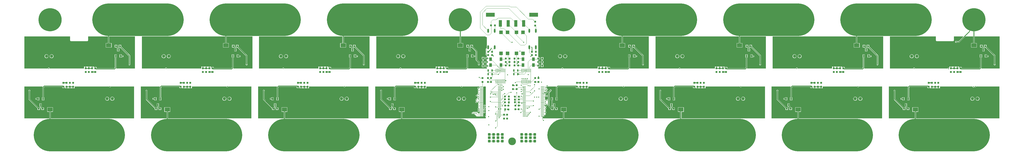
<source format=gtl>
G04*
G04 #@! TF.GenerationSoftware,Altium Limited,Altium Designer,19.0.14 (431)*
G04*
G04 Layer_Physical_Order=1*
G04 Layer_Color=255*
%FSLAX25Y25*%
%MOIN*%
G70*
G01*
G75*
%ADD16R,0.01100X0.05500*%
%ADD17R,0.05000X0.10000*%
%ADD18R,0.13504X0.06496*%
%ADD19O,0.02362X0.06299*%
%ADD20R,0.03150X0.02953*%
%ADD21R,0.02953X0.03150*%
%ADD22R,0.05512X0.05512*%
%ADD23R,0.04331X0.05315*%
%ADD24R,0.07992X0.05984*%
%ADD25R,0.01968X0.03543*%
%ADD26R,0.02362X0.03937*%
%ADD27O,0.04921X0.00984*%
G04:AMPARAMS|DCode=28|XSize=39.37mil|YSize=39.37mil|CornerRadius=3.94mil|HoleSize=0mil|Usage=FLASHONLY|Rotation=90.000|XOffset=0mil|YOffset=0mil|HoleType=Round|Shape=RoundedRectangle|*
%AMROUNDEDRECTD28*
21,1,0.03937,0.03150,0,0,90.0*
21,1,0.03150,0.03937,0,0,90.0*
1,1,0.00787,0.01575,0.01575*
1,1,0.00787,0.01575,-0.01575*
1,1,0.00787,-0.01575,-0.01575*
1,1,0.00787,-0.01575,0.01575*
%
%ADD28ROUNDEDRECTD28*%
%ADD47C,0.01200*%
%ADD48C,0.00400*%
%ADD49C,0.01000*%
%ADD50C,0.50000*%
%ADD51C,0.35433*%
%ADD52C,0.05118*%
%ADD53C,0.11811*%
%ADD54C,0.01772*%
%ADD55C,0.03937*%
G36*
X-578740Y-62992D02*
X-706461D01*
Y-52782D01*
X-703084D01*
Y-45998D01*
X-711876D01*
Y-52782D01*
X-708500D01*
Y-62992D01*
X-746827D01*
Y-13780D01*
X-719206D01*
X-719016Y-14279D01*
X-719151Y-14481D01*
X-719228Y-14872D01*
Y-30604D01*
X-719790D01*
Y-35341D01*
X-716628D01*
Y-30604D01*
X-717189D01*
Y-15294D01*
X-716113Y-14218D01*
X-688884D01*
Y-16148D01*
X-685132D01*
Y-13780D01*
X-684563D01*
Y-16748D01*
X-682587D01*
Y-14173D01*
X-681587D01*
Y-16748D01*
X-679642D01*
Y-16749D01*
X-677665D01*
Y-14174D01*
X-676665D01*
Y-16749D01*
X-674689D01*
Y-16748D01*
X-672744D01*
Y-14173D01*
X-671744D01*
Y-16748D01*
X-669768D01*
Y-13780D01*
X-617061D01*
X-616961Y-14281D01*
X-616677Y-14706D01*
X-616251Y-14991D01*
X-615750Y-15090D01*
X-615248Y-14991D01*
X-614822Y-14706D01*
X-614538Y-14281D01*
X-614438Y-13780D01*
X-578740D01*
Y-62992D01*
D02*
G37*
G36*
X-577559Y13780D02*
X-605991D01*
X-606181Y14279D01*
X-606046Y14481D01*
X-605969Y14872D01*
Y30604D01*
X-605407D01*
Y35341D01*
X-608569D01*
Y30604D01*
X-608008D01*
Y15294D01*
X-609084Y14218D01*
X-636313D01*
Y16148D01*
X-640065D01*
Y13780D01*
X-640634D01*
Y16748D01*
X-642610D01*
Y14173D01*
X-643610D01*
Y16748D01*
X-645555D01*
Y16749D01*
X-647532D01*
Y14174D01*
X-648531D01*
Y16749D01*
X-650508D01*
Y16748D01*
X-652453D01*
Y14173D01*
X-653453D01*
Y16748D01*
X-655429D01*
Y13780D01*
X-708136D01*
X-708236Y14281D01*
X-708520Y14706D01*
X-708946Y14991D01*
X-709447Y15090D01*
X-709949Y14991D01*
X-710374Y14706D01*
X-710659Y14281D01*
X-710758Y13780D01*
X-746827D01*
Y62992D01*
X-676716D01*
Y57087D01*
X-676624Y56626D01*
X-676363Y56235D01*
X-675973Y55974D01*
X-675512Y55882D01*
X-650512D01*
X-650051Y55974D01*
X-649660Y56235D01*
X-649399Y56626D01*
X-649308Y57087D01*
Y62992D01*
X-618736D01*
Y52782D01*
X-622113D01*
Y45998D01*
X-613320D01*
Y52782D01*
X-616697D01*
Y62992D01*
X-577559D01*
Y13780D01*
D02*
G37*
G36*
X-399213Y-62992D02*
X-526933D01*
Y-52782D01*
X-523557D01*
Y-45998D01*
X-532349D01*
Y-52782D01*
X-528972D01*
Y-62992D01*
X-568504D01*
Y-13780D01*
X-539678D01*
X-539488Y-14279D01*
X-539623Y-14481D01*
X-539701Y-14872D01*
Y-30604D01*
X-540262D01*
Y-35341D01*
X-537100D01*
Y-30604D01*
X-537662D01*
Y-15294D01*
X-536586Y-14218D01*
X-509357D01*
Y-16148D01*
X-505604D01*
Y-13780D01*
X-505035D01*
Y-16748D01*
X-503059D01*
Y-14173D01*
X-502059D01*
Y-16748D01*
X-500114D01*
Y-16749D01*
X-498138D01*
Y-14174D01*
X-497138D01*
Y-16749D01*
X-495161D01*
Y-16748D01*
X-493217D01*
Y-14173D01*
X-492216D01*
Y-16748D01*
X-490240D01*
Y-13780D01*
X-437533D01*
X-437433Y-14281D01*
X-437149Y-14706D01*
X-436724Y-14991D01*
X-436222Y-15090D01*
X-435720Y-14991D01*
X-435295Y-14706D01*
X-435011Y-14281D01*
X-434911Y-13780D01*
X-399213D01*
Y-62992D01*
D02*
G37*
G36*
X-397638Y13780D02*
X-426464D01*
X-426654Y14279D01*
X-426519Y14481D01*
X-426441Y14872D01*
Y30604D01*
X-425879D01*
Y35341D01*
X-429042D01*
Y30604D01*
X-428480D01*
Y15294D01*
X-429556Y14218D01*
X-456785D01*
Y16148D01*
X-460538D01*
Y13780D01*
X-461106D01*
Y16748D01*
X-463083D01*
Y14173D01*
X-464083D01*
Y16748D01*
X-466028D01*
Y16749D01*
X-468004D01*
Y14174D01*
X-469004D01*
Y16749D01*
X-470980D01*
Y16748D01*
X-472925D01*
Y14173D01*
X-473925D01*
Y16748D01*
X-475902D01*
Y13780D01*
X-528609D01*
X-528709Y14281D01*
X-528993Y14706D01*
X-529418Y14991D01*
X-529920Y15090D01*
X-530421Y14991D01*
X-530847Y14706D01*
X-531131Y14281D01*
X-531231Y13780D01*
X-566929D01*
Y62992D01*
X-439209D01*
Y52782D01*
X-442585D01*
Y45998D01*
X-433793D01*
Y52782D01*
X-437169D01*
Y62992D01*
X-397638D01*
Y13780D01*
D02*
G37*
G36*
X-219685Y-62992D02*
X-347406D01*
Y-52782D01*
X-344029D01*
Y-45998D01*
X-352821D01*
Y-52782D01*
X-349445D01*
Y-62992D01*
X-388976D01*
Y-13780D01*
X-360151D01*
X-359961Y-14279D01*
X-360096Y-14481D01*
X-360173Y-14872D01*
Y-30604D01*
X-360735D01*
Y-35341D01*
X-357572D01*
Y-30604D01*
X-358134D01*
Y-15294D01*
X-357058Y-14218D01*
X-329829D01*
Y-16148D01*
X-326076D01*
Y-13780D01*
X-325508D01*
Y-16748D01*
X-323532D01*
Y-14173D01*
X-322532D01*
Y-16748D01*
X-320587D01*
Y-16749D01*
X-318610D01*
Y-14174D01*
X-317610D01*
Y-16749D01*
X-315634D01*
Y-16748D01*
X-313689D01*
Y-14173D01*
X-312689D01*
Y-16748D01*
X-310713D01*
Y-13780D01*
X-258005D01*
X-257906Y-14281D01*
X-257621Y-14706D01*
X-257196Y-14991D01*
X-256694Y-15090D01*
X-256193Y-14991D01*
X-255767Y-14706D01*
X-255483Y-14281D01*
X-255383Y-13780D01*
X-219685D01*
Y-62992D01*
D02*
G37*
G36*
X-218110Y13780D02*
X-246936D01*
X-247126Y14279D01*
X-246991Y14481D01*
X-246914Y14872D01*
Y30604D01*
X-246352D01*
Y35341D01*
X-249514D01*
Y30604D01*
X-248953D01*
Y15294D01*
X-250029Y14218D01*
X-277257D01*
Y16148D01*
X-281010D01*
Y13780D01*
X-281579D01*
Y16748D01*
X-283555D01*
Y14173D01*
X-284555D01*
Y16748D01*
X-286500D01*
Y16749D01*
X-288476D01*
Y14174D01*
X-289476D01*
Y16749D01*
X-291453D01*
Y16748D01*
X-293398D01*
Y14173D01*
X-294398D01*
Y16748D01*
X-296374D01*
Y13780D01*
X-349081D01*
X-349181Y14281D01*
X-349465Y14706D01*
X-349891Y14991D01*
X-350392Y15090D01*
X-350894Y14991D01*
X-351319Y14706D01*
X-351604Y14281D01*
X-351703Y13780D01*
X-387402D01*
Y62992D01*
X-259681D01*
Y52782D01*
X-263057D01*
Y45998D01*
X-254265D01*
Y52782D01*
X-257642D01*
Y62992D01*
X-218110D01*
Y13780D01*
D02*
G37*
G36*
X-40157Y-57583D02*
X-40354Y-57744D01*
X-40856Y-57844D01*
X-41281Y-58128D01*
X-41566Y-58553D01*
X-41665Y-59055D01*
X-41566Y-59557D01*
X-41281Y-59982D01*
X-40856Y-60266D01*
X-40354Y-60366D01*
X-40157Y-60528D01*
Y-62992D01*
X-167878D01*
Y-52782D01*
X-164502D01*
Y-45998D01*
X-173294D01*
Y-52782D01*
X-169917D01*
Y-62992D01*
X-209449D01*
Y-13780D01*
X-180623D01*
X-180433Y-14279D01*
X-180568Y-14481D01*
X-180646Y-14872D01*
Y-30604D01*
X-181207D01*
Y-35341D01*
X-178045D01*
Y-30604D01*
X-178606D01*
Y-15294D01*
X-177530Y-14218D01*
X-150302D01*
Y-16148D01*
X-146549D01*
Y-13780D01*
X-145980D01*
Y-16748D01*
X-144004D01*
Y-14173D01*
X-143004D01*
Y-16748D01*
X-141059D01*
Y-16749D01*
X-139083D01*
Y-14174D01*
X-138083D01*
Y-16749D01*
X-136106D01*
Y-16748D01*
X-134161D01*
Y-14173D01*
X-133161D01*
Y-16748D01*
X-131185D01*
Y-13780D01*
X-78478D01*
X-78378Y-14281D01*
X-78094Y-14706D01*
X-77668Y-14991D01*
X-77167Y-15090D01*
X-76665Y-14991D01*
X-76240Y-14706D01*
X-75956Y-14281D01*
X-75856Y-13780D01*
X-50160D01*
X-49729Y-14173D01*
X-49659Y-14521D01*
X-49462Y-14816D01*
X-49650Y-15289D01*
X-49858Y-15492D01*
X-50822D01*
X-51073Y-15324D01*
X-51575Y-15224D01*
X-52077Y-15324D01*
X-52502Y-15608D01*
X-52786Y-16034D01*
X-52886Y-16535D01*
X-52786Y-17037D01*
X-52502Y-17462D01*
X-52224Y-17648D01*
Y-20472D01*
Y-24016D01*
X-52118Y-24272D01*
X-52092Y-24582D01*
X-52264Y-24898D01*
X-52502Y-25057D01*
X-52786Y-25482D01*
X-52886Y-25984D01*
X-52814Y-26345D01*
X-53037Y-26757D01*
X-53136Y-26863D01*
X-53251Y-26873D01*
X-53566Y-26663D01*
X-54068Y-26563D01*
X-54570Y-26663D01*
X-54995Y-26947D01*
X-55279Y-27372D01*
X-55379Y-27874D01*
X-55279Y-28376D01*
X-54995Y-28801D01*
X-54570Y-29085D01*
X-54068Y-29185D01*
X-53566Y-29085D01*
X-53141Y-28801D01*
X-53130Y-28785D01*
X-52973Y-28800D01*
X-52724Y-29327D01*
X-52786Y-29419D01*
X-52886Y-29921D01*
X-52786Y-30423D01*
X-52752Y-30474D01*
X-52945Y-31085D01*
X-53043Y-31126D01*
X-55184Y-33266D01*
X-55264Y-33460D01*
X-55651Y-33719D01*
X-55936Y-34144D01*
X-56035Y-34646D01*
X-55936Y-35147D01*
X-55651Y-35573D01*
X-55226Y-35857D01*
X-54915Y-35919D01*
X-54684Y-36371D01*
X-54677Y-36437D01*
X-54714Y-36486D01*
X-54724Y-36484D01*
X-55226Y-36584D01*
X-55651Y-36868D01*
X-55936Y-37294D01*
X-56035Y-37795D01*
X-55936Y-38297D01*
X-55651Y-38722D01*
X-55226Y-39007D01*
X-54724Y-39106D01*
X-54223Y-39007D01*
X-53797Y-38722D01*
X-53513Y-38297D01*
X-53413Y-37795D01*
X-53416Y-37785D01*
X-53366Y-37748D01*
X-53300Y-37755D01*
X-52848Y-37986D01*
X-52786Y-38297D01*
X-52502Y-38722D01*
X-52077Y-39007D01*
X-51615Y-39098D01*
X-51518Y-39251D01*
X-51388Y-39579D01*
X-51508Y-39698D01*
X-51698Y-40157D01*
Y-43962D01*
Y-47224D01*
X-52108Y-47498D01*
X-52392Y-47923D01*
X-52492Y-48425D01*
X-52392Y-48927D01*
X-52108Y-49352D01*
X-51683Y-49636D01*
X-51181Y-49736D01*
X-50679Y-49636D01*
X-50254Y-49352D01*
X-50160Y-49211D01*
X-49689Y-49406D01*
X-49729Y-49606D01*
X-49659Y-49954D01*
X-49462Y-50249D01*
X-49646Y-50712D01*
X-50246Y-50659D01*
X-50254Y-50648D01*
X-50679Y-50364D01*
X-51181Y-50264D01*
X-51683Y-50364D01*
X-52108Y-50648D01*
X-52392Y-51073D01*
X-52492Y-51575D01*
X-52392Y-52077D01*
X-52108Y-52502D01*
X-51683Y-52786D01*
X-51181Y-52886D01*
X-50679Y-52786D01*
X-50254Y-52502D01*
X-50069Y-52224D01*
X-49453D01*
X-49378Y-52274D01*
Y-52844D01*
X-49462Y-52900D01*
X-49659Y-53195D01*
X-49729Y-53543D01*
X-49659Y-53891D01*
X-49462Y-54186D01*
X-49650Y-54659D01*
X-49858Y-54862D01*
X-51831D01*
X-53609Y-53084D01*
X-54068Y-52894D01*
X-59449D01*
X-59908Y-53084D01*
X-60696Y-53872D01*
X-61023Y-53807D01*
X-61525Y-53907D01*
X-61950Y-54191D01*
X-62235Y-54616D01*
X-62335Y-55118D01*
X-62235Y-55620D01*
X-61950Y-56045D01*
X-61525Y-56329D01*
X-61023Y-56429D01*
X-60522Y-56329D01*
X-60097Y-56045D01*
X-59923Y-55786D01*
X-59903Y-55778D01*
X-59388D01*
X-59368Y-55786D01*
X-59195Y-56045D01*
X-58769Y-56329D01*
X-58268Y-56429D01*
X-57940Y-56364D01*
X-54396Y-59908D01*
X-53937Y-60098D01*
X-49453D01*
X-49167Y-60289D01*
X-48819Y-60358D01*
X-44882D01*
X-44534Y-60289D01*
X-44239Y-60092D01*
X-44041Y-59797D01*
X-43972Y-59449D01*
X-44041Y-59101D01*
X-44239Y-58806D01*
X-44322Y-58750D01*
Y-58179D01*
X-44239Y-58123D01*
X-44041Y-57828D01*
X-43972Y-57480D01*
X-44041Y-57132D01*
X-44239Y-56837D01*
X-44322Y-56781D01*
Y-56211D01*
X-44239Y-56155D01*
X-44041Y-55860D01*
X-43972Y-55512D01*
X-44041Y-55164D01*
X-44239Y-54869D01*
X-44055Y-54406D01*
X-43454Y-54459D01*
X-43447Y-54470D01*
X-43021Y-54755D01*
X-42520Y-54854D01*
X-42018Y-54755D01*
X-41593Y-54470D01*
X-41309Y-54045D01*
X-41209Y-53543D01*
X-41309Y-53042D01*
X-41593Y-52616D01*
X-42018Y-52332D01*
X-42520Y-52232D01*
X-43021Y-52332D01*
X-43447Y-52616D01*
X-43632Y-52894D01*
X-44248D01*
X-44322Y-52844D01*
Y-52274D01*
X-44239Y-52218D01*
X-44041Y-51923D01*
X-43972Y-51575D01*
X-44041Y-51227D01*
X-44239Y-50932D01*
X-44055Y-50469D01*
X-43454Y-50522D01*
X-43447Y-50533D01*
X-43021Y-50818D01*
X-42520Y-50917D01*
X-42018Y-50818D01*
X-41593Y-50533D01*
X-41309Y-50108D01*
X-41209Y-49606D01*
X-41309Y-49105D01*
X-41593Y-48679D01*
X-42018Y-48395D01*
X-42520Y-48295D01*
X-43021Y-48395D01*
X-43447Y-48679D01*
X-43632Y-48957D01*
X-44248D01*
X-44322Y-48907D01*
Y-48337D01*
X-44239Y-48281D01*
X-44041Y-47986D01*
X-43972Y-47638D01*
X-44041Y-47290D01*
X-44239Y-46995D01*
X-44322Y-46939D01*
Y-46369D01*
X-44239Y-46312D01*
X-44041Y-46017D01*
X-43972Y-45669D01*
X-44041Y-45321D01*
X-44239Y-45026D01*
X-44322Y-44970D01*
Y-44400D01*
X-44239Y-44344D01*
X-44041Y-44049D01*
X-43972Y-43701D01*
X-44041Y-43353D01*
X-44239Y-43058D01*
X-44322Y-43002D01*
Y-42432D01*
X-44239Y-42375D01*
X-44041Y-42080D01*
X-43972Y-41732D01*
X-44041Y-41384D01*
X-44239Y-41089D01*
X-44322Y-41033D01*
Y-40463D01*
X-44239Y-40407D01*
X-44041Y-40112D01*
X-43972Y-39764D01*
X-44041Y-39416D01*
X-44239Y-39121D01*
X-44322Y-39065D01*
Y-38495D01*
X-44239Y-38438D01*
X-44041Y-38143D01*
X-43972Y-37795D01*
X-44041Y-37447D01*
X-44239Y-37152D01*
X-44322Y-37096D01*
Y-36526D01*
X-44239Y-36470D01*
X-44041Y-36175D01*
X-43972Y-35827D01*
X-44041Y-35479D01*
X-44239Y-35184D01*
X-44322Y-35128D01*
Y-34557D01*
X-44239Y-34501D01*
X-44041Y-34206D01*
X-43972Y-33858D01*
X-44041Y-33510D01*
X-44239Y-33215D01*
X-44322Y-33159D01*
Y-32589D01*
X-44239Y-32533D01*
X-44041Y-32238D01*
X-43972Y-31890D01*
X-44041Y-31542D01*
X-44239Y-31247D01*
X-44322Y-31191D01*
Y-30620D01*
X-44239Y-30564D01*
X-44041Y-30269D01*
X-43972Y-29921D01*
X-44041Y-29573D01*
X-44239Y-29278D01*
X-44322Y-29222D01*
Y-28652D01*
X-44239Y-28596D01*
X-44041Y-28301D01*
X-43972Y-27953D01*
X-44041Y-27605D01*
X-44239Y-27310D01*
X-44322Y-27254D01*
Y-26683D01*
X-44239Y-26627D01*
X-44041Y-26332D01*
X-43972Y-25984D01*
X-44041Y-25636D01*
X-44239Y-25341D01*
X-44322Y-25285D01*
Y-24715D01*
X-44239Y-24659D01*
X-44041Y-24364D01*
X-43972Y-24016D01*
X-44041Y-23668D01*
X-44239Y-23373D01*
X-44322Y-23317D01*
Y-22746D01*
X-44239Y-22690D01*
X-44041Y-22395D01*
X-43972Y-22047D01*
X-44041Y-21699D01*
X-44239Y-21404D01*
X-44322Y-21348D01*
Y-20778D01*
X-44239Y-20722D01*
X-44041Y-20427D01*
X-43972Y-20079D01*
X-44041Y-19731D01*
X-44239Y-19436D01*
X-44322Y-19380D01*
Y-18809D01*
X-44239Y-18753D01*
X-44041Y-18458D01*
X-43972Y-18110D01*
X-44041Y-17762D01*
X-44239Y-17467D01*
X-44322Y-17411D01*
Y-16841D01*
X-44239Y-16785D01*
X-44041Y-16490D01*
X-43972Y-16142D01*
X-44041Y-15794D01*
X-44239Y-15498D01*
X-44322Y-15442D01*
Y-14872D01*
X-44239Y-14816D01*
X-44041Y-14521D01*
X-43972Y-14173D01*
X-43541Y-13780D01*
X-40157D01*
Y-57583D01*
D02*
G37*
G36*
X-40819Y62876D02*
X-40108Y62331D01*
X-39281Y61988D01*
X-38583Y61896D01*
Y45335D01*
X-38976Y45172D01*
X-39829Y44319D01*
X-40020Y43860D01*
Y36546D01*
X-40297Y36360D01*
X-40581Y35935D01*
X-40681Y35433D01*
X-40581Y34931D01*
X-40297Y34506D01*
X-39872Y34222D01*
X-39370Y34122D01*
X-39043Y34187D01*
X-38845Y33990D01*
X-38583Y33881D01*
Y31404D01*
X-40361D01*
Y27651D01*
X-38583D01*
Y25498D01*
X-40361D01*
Y21746D01*
X-38583D01*
Y19593D01*
X-40361D01*
Y15840D01*
X-38583D01*
Y13780D01*
X-67409D01*
X-67598Y14279D01*
X-67463Y14481D01*
X-67386Y14872D01*
Y30604D01*
X-66824D01*
Y35341D01*
X-69987D01*
Y30604D01*
X-69425D01*
Y15294D01*
X-70501Y14218D01*
X-97730D01*
Y16148D01*
X-101483D01*
Y13780D01*
X-102051D01*
Y16748D01*
X-104027D01*
Y14173D01*
X-105027D01*
Y16748D01*
X-106973D01*
Y16749D01*
X-108949D01*
Y14174D01*
X-109949D01*
Y16749D01*
X-111925D01*
Y16748D01*
X-113870D01*
Y14173D01*
X-114870D01*
Y16748D01*
X-116847D01*
Y13780D01*
X-169554D01*
X-169653Y14281D01*
X-169938Y14706D01*
X-170363Y14991D01*
X-170865Y15090D01*
X-171366Y14991D01*
X-171792Y14706D01*
X-172076Y14281D01*
X-172176Y13780D01*
X-207874D01*
Y62992D01*
X-80153D01*
Y52782D01*
X-83530D01*
Y45998D01*
X-74738D01*
Y52782D01*
X-78114D01*
Y62992D01*
X-40935D01*
X-40819Y62876D01*
D02*
G37*
G36*
X209449Y13780D02*
X180623D01*
X180433Y14279D01*
X180568Y14481D01*
X180646Y14872D01*
Y30604D01*
X181207D01*
Y35341D01*
X178045D01*
Y30604D01*
X178606D01*
Y15294D01*
X177530Y14218D01*
X150302D01*
Y16148D01*
X146549D01*
Y13780D01*
X145980D01*
Y16748D01*
X144004D01*
Y14173D01*
X143004D01*
Y16748D01*
X141059D01*
Y16749D01*
X139083D01*
Y14174D01*
X138083D01*
Y16749D01*
X136106D01*
Y16748D01*
X134161D01*
Y14173D01*
X133161D01*
Y16748D01*
X131185D01*
Y13780D01*
X78478D01*
X78378Y14281D01*
X78094Y14706D01*
X77668Y14991D01*
X77167Y15090D01*
X76665Y14991D01*
X76240Y14706D01*
X75956Y14281D01*
X75856Y13780D01*
X40157D01*
Y16234D01*
X42132D01*
Y19987D01*
X40157D01*
Y21746D01*
X42132D01*
Y25498D01*
X40157D01*
Y27257D01*
X42132D01*
Y31010D01*
X40157D01*
Y62992D01*
X167878D01*
Y52782D01*
X164502D01*
Y45998D01*
X173294D01*
Y52782D01*
X169917D01*
Y62992D01*
X209449D01*
Y13780D01*
D02*
G37*
G36*
X207874Y-62992D02*
X80153D01*
Y-52782D01*
X83530D01*
Y-45998D01*
X74738D01*
Y-52782D01*
X78114D01*
Y-62992D01*
X47106D01*
Y-60358D01*
X48425D01*
X48773Y-60289D01*
X49068Y-60092D01*
X49266Y-59797D01*
X49335Y-59449D01*
X49266Y-59101D01*
X49068Y-58806D01*
X49257Y-58333D01*
X49464Y-58130D01*
X50787D01*
X51247Y-57939D01*
X51640Y-57546D01*
X51831Y-57087D01*
Y-54590D01*
X52010Y-54470D01*
X52294Y-54045D01*
X52394Y-53543D01*
X52294Y-53042D01*
X52010Y-52616D01*
X51831Y-52497D01*
Y-50098D01*
X51640Y-49639D01*
X51331Y-49330D01*
X51490Y-48789D01*
X51683Y-48751D01*
X52108Y-48466D01*
X52392Y-48041D01*
X52492Y-47539D01*
X52392Y-47038D01*
X52108Y-46612D01*
X51773Y-46388D01*
X51728Y-46143D01*
Y-46081D01*
X51773Y-45836D01*
X52108Y-45612D01*
X52392Y-45187D01*
X52492Y-44685D01*
X52392Y-44183D01*
X52108Y-43758D01*
X51683Y-43474D01*
X51181Y-43374D01*
X50854Y-43439D01*
X50656Y-43242D01*
X50197Y-43051D01*
X49495D01*
X49291Y-42551D01*
X49464Y-42382D01*
X52778D01*
X52786Y-42379D01*
X53041Y-42550D01*
X53543Y-42649D01*
X54045Y-42550D01*
X54470Y-42265D01*
X54969Y-42420D01*
Y-43587D01*
X55046Y-43977D01*
X55267Y-44308D01*
X59712Y-48752D01*
X59935Y-48901D01*
Y-49908D01*
X63884D01*
Y-46620D01*
X63884Y-46328D01*
X64111Y-46191D01*
X64374Y-46131D01*
X65840Y-47597D01*
Y-49908D01*
X69790D01*
Y-46155D01*
X67282D01*
X66367Y-45240D01*
X66246Y-44790D01*
X66246D01*
Y-40053D01*
X63084D01*
Y-44790D01*
X64014D01*
Y-45348D01*
X64081Y-45685D01*
X64089Y-45727D01*
X64090Y-45747D01*
X63768Y-46155D01*
X63456Y-46155D01*
X59999D01*
X57008Y-43164D01*
Y-23568D01*
X59415Y-21160D01*
X59754Y-21093D01*
X60179Y-20809D01*
X60463Y-20384D01*
X60563Y-19882D01*
X60463Y-19380D01*
X60179Y-18955D01*
X59754Y-18671D01*
X59252Y-18571D01*
X58750Y-18671D01*
X58325Y-18955D01*
X58041Y-19380D01*
X57973Y-19719D01*
X55267Y-22425D01*
X55046Y-22756D01*
X54969Y-23146D01*
Y-33726D01*
X54826Y-33828D01*
X54469Y-33947D01*
X54143Y-33730D01*
X53642Y-33630D01*
X53140Y-33730D01*
X52715Y-34014D01*
X52523Y-34301D01*
X50789D01*
X50582Y-33801D01*
X50754Y-33628D01*
X50945Y-33169D01*
Y-28993D01*
X51407Y-28802D01*
X52149Y-29544D01*
X52608Y-29734D01*
X52614Y-29732D01*
X52648Y-29754D01*
X53150Y-29854D01*
X53651Y-29754D01*
X54077Y-29470D01*
X54361Y-29045D01*
X54461Y-28543D01*
X54361Y-28042D01*
X54077Y-27616D01*
X53651Y-27332D01*
X53150Y-27232D01*
X52648Y-27332D01*
X52223Y-27616D01*
X52073Y-27631D01*
X51013Y-26571D01*
X51259Y-26110D01*
X51279Y-26114D01*
X51781Y-26014D01*
X52207Y-25730D01*
X52491Y-25305D01*
X52591Y-24803D01*
X52491Y-24301D01*
X52207Y-23876D01*
X51781Y-23592D01*
X51279Y-23492D01*
X50778Y-23592D01*
X50353Y-23876D01*
X50167Y-24154D01*
X49448D01*
X49335Y-24016D01*
X49266Y-23668D01*
X49068Y-23373D01*
X49257Y-22900D01*
X49464Y-22697D01*
X51971D01*
X52223Y-23073D01*
X52648Y-23357D01*
X53150Y-23457D01*
X53651Y-23357D01*
X54077Y-23073D01*
X54361Y-22647D01*
X54461Y-22146D01*
X54361Y-21644D01*
X54077Y-21219D01*
X53651Y-20934D01*
X53150Y-20835D01*
X52774Y-20909D01*
X52536Y-20705D01*
X52477Y-20635D01*
X52406Y-20512D01*
X52492Y-20079D01*
X52470Y-19967D01*
X52920Y-19667D01*
X53140Y-19814D01*
X53642Y-19913D01*
X54143Y-19814D01*
X54569Y-19529D01*
X54853Y-19104D01*
X54953Y-18602D01*
X54853Y-18101D01*
X54569Y-17675D01*
X54143Y-17391D01*
X53642Y-17291D01*
X53401Y-17339D01*
X53305Y-17224D01*
X53154Y-16879D01*
X53377Y-16545D01*
X53476Y-16043D01*
X53377Y-15542D01*
X53092Y-15116D01*
X52973Y-15036D01*
X52966Y-15025D01*
X52940Y-14415D01*
X53576Y-13780D01*
X53779D01*
X53937Y-13811D01*
X54095Y-13780D01*
X67409D01*
X67598Y-14279D01*
X67463Y-14481D01*
X67386Y-14872D01*
Y-30604D01*
X66824D01*
Y-35341D01*
X69987D01*
Y-30604D01*
X69425D01*
Y-15294D01*
X70501Y-14218D01*
X97730D01*
Y-16148D01*
X101483D01*
Y-13780D01*
X102051D01*
Y-16748D01*
X104028D01*
Y-14173D01*
X105028D01*
Y-16748D01*
X106973D01*
Y-16749D01*
X108949D01*
Y-14174D01*
X109949D01*
Y-16749D01*
X111925D01*
Y-16748D01*
X113870D01*
Y-14173D01*
X114870D01*
Y-16748D01*
X116847D01*
Y-13780D01*
X169554D01*
X169653Y-14281D01*
X169938Y-14706D01*
X170363Y-14991D01*
X170865Y-15090D01*
X171366Y-14991D01*
X171792Y-14706D01*
X172076Y-14281D01*
X172176Y-13780D01*
X207874D01*
Y-62992D01*
D02*
G37*
G36*
X387402D02*
X259681D01*
Y-52782D01*
X263057D01*
Y-45998D01*
X254265D01*
Y-52782D01*
X257642D01*
Y-62992D01*
X218110D01*
Y-13780D01*
X246936D01*
X247126Y-14279D01*
X246991Y-14481D01*
X246914Y-14872D01*
Y-30604D01*
X246352D01*
Y-35341D01*
X249514D01*
Y-30604D01*
X248953D01*
Y-15294D01*
X250029Y-14218D01*
X277257D01*
Y-16148D01*
X281010D01*
Y-13780D01*
X281579D01*
Y-16748D01*
X283555D01*
Y-14173D01*
X284555D01*
Y-16748D01*
X286500D01*
Y-16749D01*
X288476D01*
Y-14174D01*
X289476D01*
Y-16749D01*
X291453D01*
Y-16748D01*
X293398D01*
Y-14173D01*
X294398D01*
Y-16748D01*
X296374D01*
Y-13780D01*
X349081D01*
X349181Y-14281D01*
X349465Y-14706D01*
X349891Y-14991D01*
X350392Y-15090D01*
X350894Y-14991D01*
X351319Y-14706D01*
X351604Y-14281D01*
X351703Y-13780D01*
X387402D01*
Y-62992D01*
D02*
G37*
G36*
X388976Y13780D02*
X360151D01*
X359961Y14279D01*
X360096Y14481D01*
X360173Y14872D01*
Y30604D01*
X360735D01*
Y35341D01*
X357572D01*
Y30604D01*
X358134D01*
Y15294D01*
X357058Y14218D01*
X329829D01*
Y16148D01*
X326076D01*
Y13780D01*
X325508D01*
Y16748D01*
X323532D01*
Y14173D01*
X322532D01*
Y16748D01*
X320587D01*
Y16749D01*
X318610D01*
Y14174D01*
X317610D01*
Y16749D01*
X315634D01*
Y16748D01*
X313689D01*
Y14173D01*
X312689D01*
Y16748D01*
X310713D01*
Y13780D01*
X258005D01*
X257906Y14281D01*
X257621Y14706D01*
X257196Y14991D01*
X256694Y15090D01*
X256193Y14991D01*
X255767Y14706D01*
X255483Y14281D01*
X255383Y13780D01*
X219685D01*
Y62992D01*
X347406D01*
Y52782D01*
X344029D01*
Y45998D01*
X352821D01*
Y52782D01*
X349445D01*
Y62992D01*
X388976D01*
Y13780D01*
D02*
G37*
G36*
X566929Y-62992D02*
X439209D01*
Y-52782D01*
X442585D01*
Y-45998D01*
X433793D01*
Y-52782D01*
X437169D01*
Y-62992D01*
X397638D01*
Y-13780D01*
X426464D01*
X426654Y-14279D01*
X426519Y-14481D01*
X426441Y-14872D01*
Y-30604D01*
X425880D01*
Y-35341D01*
X429042D01*
Y-30604D01*
X428480D01*
Y-15294D01*
X429556Y-14218D01*
X456785D01*
Y-16148D01*
X460538D01*
Y-13780D01*
X461106D01*
Y-16748D01*
X463083D01*
Y-14173D01*
X464083D01*
Y-16748D01*
X466028D01*
Y-16749D01*
X468004D01*
Y-14174D01*
X469004D01*
Y-16749D01*
X470980D01*
Y-16748D01*
X472925D01*
Y-14173D01*
X473925D01*
Y-16748D01*
X475902D01*
Y-13780D01*
X528609D01*
X528709Y-14281D01*
X528993Y-14706D01*
X529418Y-14991D01*
X529920Y-15090D01*
X530421Y-14991D01*
X530847Y-14706D01*
X531131Y-14281D01*
X531231Y-13780D01*
X566929D01*
Y-62992D01*
D02*
G37*
G36*
X568504Y13780D02*
X539678D01*
X539488Y14279D01*
X539623Y14481D01*
X539701Y14872D01*
Y30604D01*
X540262D01*
Y35341D01*
X537100D01*
Y30604D01*
X537662D01*
Y15294D01*
X536586Y14218D01*
X509357D01*
Y16148D01*
X505604D01*
Y13780D01*
X505035D01*
Y16748D01*
X503059D01*
Y14173D01*
X502059D01*
Y16748D01*
X500114D01*
Y16749D01*
X498138D01*
Y14174D01*
X497138D01*
Y16749D01*
X495161D01*
Y16748D01*
X493217D01*
Y14173D01*
X492216D01*
Y16748D01*
X490240D01*
Y13780D01*
X437533D01*
X437433Y14281D01*
X437149Y14706D01*
X436724Y14991D01*
X436222Y15090D01*
X435720Y14991D01*
X435295Y14706D01*
X435011Y14281D01*
X434911Y13780D01*
X399213D01*
Y62992D01*
X526933D01*
Y52782D01*
X523557D01*
Y45998D01*
X532349D01*
Y52782D01*
X528972D01*
Y62992D01*
X568504D01*
Y13780D01*
D02*
G37*
G36*
X746457Y-62992D02*
X618736D01*
Y-52782D01*
X622113D01*
Y-45998D01*
X613320D01*
Y-52782D01*
X616697D01*
Y-62992D01*
X577165D01*
Y-13780D01*
X605991D01*
X606181Y-14279D01*
X606046Y-14481D01*
X605969Y-14872D01*
Y-30604D01*
X605407D01*
Y-35341D01*
X608569D01*
Y-30604D01*
X608008D01*
Y-15294D01*
X609084Y-14218D01*
X636313D01*
Y-16148D01*
X640065D01*
Y-13780D01*
X640634D01*
Y-16748D01*
X642610D01*
Y-14173D01*
X643610D01*
Y-16748D01*
X645555D01*
Y-16749D01*
X647532D01*
Y-14174D01*
X648532D01*
Y-16749D01*
X650508D01*
Y-16748D01*
X652453D01*
Y-14173D01*
X653453D01*
Y-16748D01*
X655429D01*
Y-13780D01*
X705066D01*
X705383Y-14166D01*
X705382Y-14173D01*
X705482Y-14675D01*
X705766Y-15100D01*
X706191Y-15384D01*
X706693Y-15484D01*
X707195Y-15384D01*
X707620Y-15100D01*
X707904Y-14675D01*
X708433Y-14577D01*
X708520Y-14706D01*
X708946Y-14991D01*
X709447Y-15090D01*
X709949Y-14991D01*
X710374Y-14706D01*
X710659Y-14281D01*
X710758Y-13780D01*
X746457D01*
Y-62992D01*
D02*
G37*
G36*
X746827Y13780D02*
X719206D01*
X719016Y14279D01*
X719151Y14481D01*
X719228Y14872D01*
Y30604D01*
X719790D01*
Y35341D01*
X716628D01*
Y30604D01*
X717189D01*
Y15294D01*
X716113Y14218D01*
X688884D01*
Y16148D01*
X685132D01*
Y13780D01*
X684563D01*
Y16748D01*
X682587D01*
Y14173D01*
X681587D01*
Y16748D01*
X679642D01*
Y16749D01*
X677665D01*
Y14174D01*
X676665D01*
Y16749D01*
X674689D01*
Y16748D01*
X672744D01*
Y14173D01*
X671744D01*
Y16748D01*
X669768D01*
Y14643D01*
X669762Y14638D01*
X669268Y14422D01*
X669006Y14597D01*
X668504Y14697D01*
X668002Y14597D01*
X667577Y14313D01*
X667293Y13887D01*
X667271Y13780D01*
X617061D01*
X616961Y14281D01*
X616677Y14706D01*
X616251Y14991D01*
X615750Y15090D01*
X615248Y14991D01*
X614822Y14706D01*
X614538Y14281D01*
X614438Y13780D01*
X578740D01*
Y62992D01*
X649308D01*
Y57087D01*
X649399Y56626D01*
X649660Y56235D01*
X650051Y55974D01*
X650512Y55882D01*
X675512D01*
X675973Y55974D01*
X676363Y56235D01*
X676624Y56626D01*
X676716Y57087D01*
Y62992D01*
X690830D01*
X691021Y62530D01*
X684133Y55642D01*
X680976D01*
X680970Y55651D01*
X680545Y55936D01*
X680043Y56035D01*
X679541Y55936D01*
X679116Y55651D01*
X678832Y55226D01*
X678732Y54724D01*
X678832Y54223D01*
X679116Y53797D01*
X679541Y53513D01*
X680043Y53413D01*
X680545Y53513D01*
X680970Y53797D01*
X680976Y53807D01*
X684513D01*
X684864Y53877D01*
X685162Y54075D01*
X694078Y62992D01*
X706461D01*
Y52782D01*
X703084D01*
Y45998D01*
X711876D01*
Y52782D01*
X708500D01*
Y62992D01*
X746827D01*
Y13780D01*
D02*
G37*
%LPC*%
G36*
X-724108Y-30604D02*
X-727270D01*
Y-31658D01*
X-727952D01*
X-728238Y-31466D01*
X-728740Y-31366D01*
X-729242Y-31466D01*
X-729667Y-31750D01*
X-729951Y-32175D01*
X-730051Y-32677D01*
X-729951Y-33179D01*
X-729667Y-33604D01*
X-729242Y-33888D01*
X-728740Y-33988D01*
X-728238Y-33888D01*
X-727952Y-33697D01*
X-727270D01*
Y-34400D01*
X-727319Y-34519D01*
X-727270Y-34639D01*
Y-35341D01*
X-724108D01*
Y-30604D01*
D02*
G37*
G36*
X-612205Y-29693D02*
X-612977Y-29794D01*
X-613697Y-30092D01*
X-614315Y-30567D01*
X-614789Y-31185D01*
X-615088Y-31905D01*
X-615189Y-32677D01*
X-615088Y-33450D01*
X-614789Y-34170D01*
X-614315Y-34788D01*
X-613697Y-35262D01*
X-612977Y-35560D01*
X-612205Y-35662D01*
X-611432Y-35560D01*
X-610712Y-35262D01*
X-610094Y-34788D01*
X-609620Y-34170D01*
X-609322Y-33450D01*
X-609220Y-32677D01*
X-609322Y-31905D01*
X-609620Y-31185D01*
X-610094Y-30567D01*
X-610712Y-30092D01*
X-611432Y-29794D01*
X-612205Y-29693D01*
D02*
G37*
G36*
X-620079D02*
X-620851Y-29794D01*
X-621571Y-30092D01*
X-622189Y-30567D01*
X-622663Y-31185D01*
X-622962Y-31905D01*
X-623063Y-32677D01*
X-622962Y-33450D01*
X-622663Y-34170D01*
X-622189Y-34788D01*
X-621571Y-35262D01*
X-620851Y-35560D01*
X-620079Y-35662D01*
X-619306Y-35560D01*
X-618586Y-35262D01*
X-617968Y-34788D01*
X-617494Y-34170D01*
X-617196Y-33450D01*
X-617094Y-32677D01*
X-617196Y-31905D01*
X-617494Y-31185D01*
X-617968Y-30567D01*
X-618586Y-30092D01*
X-619306Y-29794D01*
X-620079Y-29693D01*
D02*
G37*
G36*
X-739173Y-18768D02*
X-739675Y-18868D01*
X-740100Y-19152D01*
X-740384Y-19577D01*
X-740484Y-20079D01*
X-740384Y-20580D01*
X-740193Y-20867D01*
Y-33563D01*
X-740115Y-33953D01*
X-739894Y-34284D01*
X-726680Y-47499D01*
Y-49908D01*
X-722730D01*
Y-46620D01*
X-722730Y-46328D01*
X-722503Y-46191D01*
X-722240Y-46131D01*
X-720774Y-47597D01*
Y-49908D01*
X-716824D01*
Y-46155D01*
X-719332D01*
X-720247Y-45240D01*
X-720368Y-44790D01*
X-720368D01*
Y-40053D01*
X-723530D01*
Y-44790D01*
X-722600D01*
Y-45348D01*
X-722533Y-45685D01*
X-722525Y-45727D01*
X-722525Y-45747D01*
X-722846Y-46155D01*
X-723158Y-46155D01*
X-725139D01*
X-738154Y-33141D01*
Y-20867D01*
X-737962Y-20580D01*
X-737862Y-20079D01*
X-737962Y-19577D01*
X-738246Y-19152D01*
X-738671Y-18868D01*
X-739173Y-18768D01*
D02*
G37*
G36*
X-597927Y35341D02*
X-601089D01*
Y30604D01*
X-597927D01*
Y31658D01*
X-597245D01*
X-596958Y31466D01*
X-596457Y31366D01*
X-595955Y31466D01*
X-595530Y31750D01*
X-595246Y32175D01*
X-595146Y32677D01*
X-595246Y33179D01*
X-595530Y33604D01*
X-595955Y33888D01*
X-596457Y33988D01*
X-596958Y33888D01*
X-597245Y33697D01*
X-597927D01*
Y34400D01*
X-597877Y34519D01*
X-597927Y34639D01*
Y35341D01*
D02*
G37*
G36*
X-705118Y35662D02*
X-705891Y35560D01*
X-706610Y35262D01*
X-707229Y34788D01*
X-707703Y34170D01*
X-708001Y33450D01*
X-708103Y32677D01*
X-708001Y31905D01*
X-707703Y31185D01*
X-707229Y30567D01*
X-706610Y30092D01*
X-705891Y29794D01*
X-705118Y29693D01*
X-704346Y29794D01*
X-703626Y30092D01*
X-703008Y30567D01*
X-702533Y31185D01*
X-702235Y31905D01*
X-702134Y32677D01*
X-702235Y33450D01*
X-702533Y34170D01*
X-703008Y34788D01*
X-703626Y35262D01*
X-704346Y35560D01*
X-705118Y35662D01*
D02*
G37*
G36*
X-712992D02*
X-713765Y35560D01*
X-714484Y35262D01*
X-715102Y34788D01*
X-715577Y34170D01*
X-715875Y33450D01*
X-715977Y32677D01*
X-715875Y31905D01*
X-715577Y31185D01*
X-715102Y30567D01*
X-714484Y30092D01*
X-713765Y29794D01*
X-712992Y29693D01*
X-712220Y29794D01*
X-711500Y30092D01*
X-710882Y30567D01*
X-710407Y31185D01*
X-710109Y31905D01*
X-710007Y32677D01*
X-710109Y33450D01*
X-710407Y34170D01*
X-710882Y34788D01*
X-711500Y35262D01*
X-712220Y35560D01*
X-712992Y35662D01*
D02*
G37*
G36*
X-605023Y50056D02*
X-605380Y49908D01*
X-608372D01*
Y46155D01*
X-605865D01*
X-604950Y45240D01*
X-604829Y44790D01*
X-604829D01*
Y40053D01*
X-601667D01*
Y44790D01*
X-602597D01*
Y45348D01*
X-602664Y45685D01*
X-602672Y45727D01*
X-602672Y45747D01*
X-602351Y46155D01*
X-602039Y46155D01*
X-600058D01*
X-587043Y33141D01*
Y20867D01*
X-587235Y20580D01*
X-587335Y20079D01*
X-587235Y19577D01*
X-586951Y19152D01*
X-586525Y18868D01*
X-586024Y18768D01*
X-585522Y18868D01*
X-585097Y19152D01*
X-584812Y19577D01*
X-584713Y20079D01*
X-584812Y20580D01*
X-585004Y20867D01*
Y33563D01*
X-585082Y33953D01*
X-585303Y34284D01*
X-598517Y47499D01*
Y49908D01*
X-602467D01*
Y46620D01*
X-602467Y46328D01*
X-602694Y46191D01*
X-602957Y46131D01*
X-604423Y47597D01*
Y49189D01*
X-604373Y49308D01*
Y49406D01*
X-604423Y49526D01*
Y49908D01*
X-604666D01*
X-605023Y50056D01*
D02*
G37*
G36*
X-544580Y-30604D02*
X-547743D01*
Y-31658D01*
X-548424D01*
X-548711Y-31466D01*
X-549213Y-31366D01*
X-549714Y-31466D01*
X-550140Y-31750D01*
X-550424Y-32175D01*
X-550524Y-32677D01*
X-550424Y-33179D01*
X-550140Y-33604D01*
X-549714Y-33888D01*
X-549213Y-33988D01*
X-548711Y-33888D01*
X-548424Y-33697D01*
X-547743D01*
Y-34400D01*
X-547792Y-34519D01*
X-547743Y-34639D01*
Y-35341D01*
X-544580D01*
Y-30604D01*
D02*
G37*
G36*
X-432677Y-29693D02*
X-433450Y-29794D01*
X-434169Y-30092D01*
X-434788Y-30567D01*
X-435262Y-31185D01*
X-435560Y-31905D01*
X-435662Y-32677D01*
X-435560Y-33450D01*
X-435262Y-34170D01*
X-434788Y-34788D01*
X-434169Y-35262D01*
X-433450Y-35560D01*
X-432677Y-35662D01*
X-431905Y-35560D01*
X-431185Y-35262D01*
X-430567Y-34788D01*
X-430092Y-34170D01*
X-429794Y-33450D01*
X-429693Y-32677D01*
X-429794Y-31905D01*
X-430092Y-31185D01*
X-430567Y-30567D01*
X-431185Y-30092D01*
X-431905Y-29794D01*
X-432677Y-29693D01*
D02*
G37*
G36*
X-440551D02*
X-441324Y-29794D01*
X-442043Y-30092D01*
X-442662Y-30567D01*
X-443136Y-31185D01*
X-443434Y-31905D01*
X-443536Y-32677D01*
X-443434Y-33450D01*
X-443136Y-34170D01*
X-442662Y-34788D01*
X-442043Y-35262D01*
X-441324Y-35560D01*
X-440551Y-35662D01*
X-439779Y-35560D01*
X-439059Y-35262D01*
X-438441Y-34788D01*
X-437966Y-34170D01*
X-437668Y-33450D01*
X-437567Y-32677D01*
X-437668Y-31905D01*
X-437966Y-31185D01*
X-438441Y-30567D01*
X-439059Y-30092D01*
X-439779Y-29794D01*
X-440551Y-29693D01*
D02*
G37*
G36*
X-559646Y-18768D02*
X-560147Y-18868D01*
X-560573Y-19152D01*
X-560857Y-19577D01*
X-560957Y-20079D01*
X-560857Y-20580D01*
X-560665Y-20867D01*
Y-33563D01*
X-560588Y-33953D01*
X-560367Y-34284D01*
X-547152Y-47499D01*
Y-49908D01*
X-543202D01*
Y-46620D01*
X-543202Y-46328D01*
X-542975Y-46191D01*
X-542712Y-46131D01*
X-541247Y-47597D01*
Y-49908D01*
X-537297D01*
Y-46155D01*
X-539805D01*
X-540720Y-45240D01*
X-540840Y-44790D01*
X-540840D01*
Y-40053D01*
X-544002D01*
Y-44790D01*
X-543073D01*
Y-45348D01*
X-543006Y-45685D01*
X-542998Y-45727D01*
X-542997Y-45747D01*
X-543318Y-46155D01*
X-543631Y-46155D01*
X-545612D01*
X-558626Y-33141D01*
Y-20867D01*
X-558434Y-20580D01*
X-558335Y-20079D01*
X-558434Y-19577D01*
X-558719Y-19152D01*
X-559144Y-18868D01*
X-559646Y-18768D01*
D02*
G37*
G36*
X-418399Y35341D02*
X-421561D01*
Y30604D01*
X-418399D01*
Y31658D01*
X-417718D01*
X-417431Y31466D01*
X-416929Y31366D01*
X-416427Y31466D01*
X-416002Y31750D01*
X-415718Y32175D01*
X-415618Y32677D01*
X-415718Y33179D01*
X-416002Y33604D01*
X-416427Y33888D01*
X-416929Y33988D01*
X-417431Y33888D01*
X-417718Y33697D01*
X-418399D01*
Y34400D01*
X-418350Y34519D01*
X-418399Y34639D01*
Y35341D01*
D02*
G37*
G36*
X-525591Y35662D02*
X-526363Y35560D01*
X-527083Y35262D01*
X-527701Y34788D01*
X-528175Y34170D01*
X-528473Y33450D01*
X-528575Y32677D01*
X-528473Y31905D01*
X-528175Y31185D01*
X-527701Y30567D01*
X-527083Y30092D01*
X-526363Y29794D01*
X-525591Y29693D01*
X-524818Y29794D01*
X-524098Y30092D01*
X-523480Y30567D01*
X-523006Y31185D01*
X-522708Y31905D01*
X-522606Y32677D01*
X-522708Y33450D01*
X-523006Y34170D01*
X-523480Y34788D01*
X-524098Y35262D01*
X-524818Y35560D01*
X-525591Y35662D01*
D02*
G37*
G36*
X-533465D02*
X-534237Y35560D01*
X-534957Y35262D01*
X-535575Y34788D01*
X-536049Y34170D01*
X-536347Y33450D01*
X-536449Y32677D01*
X-536347Y31905D01*
X-536049Y31185D01*
X-535575Y30567D01*
X-534957Y30092D01*
X-534237Y29794D01*
X-533465Y29693D01*
X-532692Y29794D01*
X-531972Y30092D01*
X-531354Y30567D01*
X-530880Y31185D01*
X-530582Y31905D01*
X-530480Y32677D01*
X-530582Y33450D01*
X-530880Y34170D01*
X-531354Y34788D01*
X-531972Y35262D01*
X-532692Y35560D01*
X-533465Y35662D01*
D02*
G37*
G36*
X-425495Y50056D02*
X-425852Y49908D01*
X-428845D01*
Y46155D01*
X-426337D01*
X-425422Y45240D01*
X-425302Y44790D01*
X-425302D01*
Y40053D01*
X-422139D01*
Y44790D01*
X-423069D01*
Y45348D01*
X-423136Y45685D01*
X-423144Y45727D01*
X-423145Y45747D01*
X-422823Y46155D01*
X-422511Y46155D01*
X-420530D01*
X-407516Y33141D01*
Y20867D01*
X-407707Y20580D01*
X-407807Y20079D01*
X-407707Y19577D01*
X-407423Y19152D01*
X-406998Y18868D01*
X-406496Y18768D01*
X-405994Y18868D01*
X-405569Y19152D01*
X-405285Y19577D01*
X-405185Y20079D01*
X-405285Y20580D01*
X-405477Y20867D01*
Y33563D01*
X-405554Y33953D01*
X-405775Y34284D01*
X-418990Y47499D01*
Y49908D01*
X-422939D01*
Y46620D01*
X-422939Y46328D01*
X-423167Y46191D01*
X-423429Y46131D01*
X-424895Y47597D01*
Y49189D01*
X-424846Y49308D01*
Y49406D01*
X-424895Y49526D01*
Y49908D01*
X-425138D01*
X-425495Y50056D01*
D02*
G37*
G36*
X-365053Y-30604D02*
X-368215D01*
Y-31658D01*
X-368897D01*
X-369183Y-31466D01*
X-369685Y-31366D01*
X-370187Y-31466D01*
X-370612Y-31750D01*
X-370896Y-32175D01*
X-370996Y-32677D01*
X-370896Y-33179D01*
X-370612Y-33604D01*
X-370187Y-33888D01*
X-369685Y-33988D01*
X-369183Y-33888D01*
X-368897Y-33697D01*
X-368215D01*
Y-34400D01*
X-368264Y-34519D01*
X-368215Y-34639D01*
Y-35341D01*
X-365053D01*
Y-30604D01*
D02*
G37*
G36*
X-253150Y-29693D02*
X-253922Y-29794D01*
X-254642Y-30092D01*
X-255260Y-30567D01*
X-255734Y-31185D01*
X-256032Y-31905D01*
X-256134Y-32677D01*
X-256032Y-33450D01*
X-255734Y-34170D01*
X-255260Y-34788D01*
X-254642Y-35262D01*
X-253922Y-35560D01*
X-253150Y-35662D01*
X-252377Y-35560D01*
X-251657Y-35262D01*
X-251039Y-34788D01*
X-250565Y-34170D01*
X-250267Y-33450D01*
X-250165Y-32677D01*
X-250267Y-31905D01*
X-250565Y-31185D01*
X-251039Y-30567D01*
X-251657Y-30092D01*
X-252377Y-29794D01*
X-253150Y-29693D01*
D02*
G37*
G36*
X-261024D02*
X-261796Y-29794D01*
X-262516Y-30092D01*
X-263134Y-30567D01*
X-263608Y-31185D01*
X-263907Y-31905D01*
X-264008Y-32677D01*
X-263907Y-33450D01*
X-263608Y-34170D01*
X-263134Y-34788D01*
X-262516Y-35262D01*
X-261796Y-35560D01*
X-261024Y-35662D01*
X-260251Y-35560D01*
X-259531Y-35262D01*
X-258913Y-34788D01*
X-258439Y-34170D01*
X-258141Y-33450D01*
X-258039Y-32677D01*
X-258141Y-31905D01*
X-258439Y-31185D01*
X-258913Y-30567D01*
X-259531Y-30092D01*
X-260251Y-29794D01*
X-261024Y-29693D01*
D02*
G37*
G36*
X-380118Y-18768D02*
X-380620Y-18868D01*
X-381045Y-19152D01*
X-381329Y-19577D01*
X-381429Y-20079D01*
X-381329Y-20580D01*
X-381138Y-20867D01*
Y-33563D01*
X-381060Y-33953D01*
X-380839Y-34284D01*
X-367624Y-47499D01*
Y-49908D01*
X-363675D01*
Y-46620D01*
X-363675Y-46328D01*
X-363448Y-46191D01*
X-363185Y-46131D01*
X-361719Y-47597D01*
Y-49908D01*
X-357769D01*
Y-46155D01*
X-360277D01*
X-361192Y-45240D01*
X-361313Y-44790D01*
X-361313D01*
Y-40053D01*
X-364475D01*
Y-44790D01*
X-363545D01*
Y-45348D01*
X-363478Y-45685D01*
X-363470Y-45727D01*
X-363470Y-45747D01*
X-363791Y-46155D01*
X-364103Y-46155D01*
X-366084D01*
X-379099Y-33141D01*
Y-20867D01*
X-378907Y-20580D01*
X-378807Y-20079D01*
X-378907Y-19577D01*
X-379191Y-19152D01*
X-379616Y-18868D01*
X-380118Y-18768D01*
D02*
G37*
G36*
X-238872Y35341D02*
X-242034D01*
Y30604D01*
X-238872D01*
Y31658D01*
X-238190D01*
X-237903Y31466D01*
X-237402Y31366D01*
X-236900Y31466D01*
X-236475Y31750D01*
X-236190Y32175D01*
X-236091Y32677D01*
X-236190Y33179D01*
X-236475Y33604D01*
X-236900Y33888D01*
X-237402Y33988D01*
X-237903Y33888D01*
X-238190Y33697D01*
X-238872D01*
Y34400D01*
X-238822Y34519D01*
X-238872Y34639D01*
Y35341D01*
D02*
G37*
G36*
X-346063Y35662D02*
X-346835Y35560D01*
X-347555Y35262D01*
X-348173Y34788D01*
X-348648Y34170D01*
X-348946Y33450D01*
X-349048Y32677D01*
X-348946Y31905D01*
X-348648Y31185D01*
X-348173Y30567D01*
X-347555Y30092D01*
X-346835Y29794D01*
X-346063Y29693D01*
X-345290Y29794D01*
X-344571Y30092D01*
X-343953Y30567D01*
X-343478Y31185D01*
X-343180Y31905D01*
X-343078Y32677D01*
X-343180Y33450D01*
X-343478Y34170D01*
X-343953Y34788D01*
X-344571Y35262D01*
X-345290Y35560D01*
X-346063Y35662D01*
D02*
G37*
G36*
X-353937D02*
X-354710Y35560D01*
X-355429Y35262D01*
X-356047Y34788D01*
X-356522Y34170D01*
X-356820Y33450D01*
X-356922Y32677D01*
X-356820Y31905D01*
X-356522Y31185D01*
X-356047Y30567D01*
X-355429Y30092D01*
X-354710Y29794D01*
X-353937Y29693D01*
X-353165Y29794D01*
X-352445Y30092D01*
X-351827Y30567D01*
X-351352Y31185D01*
X-351054Y31905D01*
X-350952Y32677D01*
X-351054Y33450D01*
X-351352Y34170D01*
X-351827Y34788D01*
X-352445Y35262D01*
X-353165Y35560D01*
X-353937Y35662D01*
D02*
G37*
G36*
X-245968Y50056D02*
X-246325Y49908D01*
X-249317D01*
Y46155D01*
X-246810D01*
X-245894Y45240D01*
X-245774Y44790D01*
X-245774D01*
Y40053D01*
X-242612D01*
Y44790D01*
X-243541D01*
Y45348D01*
X-243608Y45685D01*
X-243617Y45727D01*
X-243617Y45747D01*
X-243296Y46155D01*
X-242984Y46155D01*
X-241003D01*
X-227988Y33141D01*
Y20867D01*
X-228180Y20580D01*
X-228279Y20079D01*
X-228180Y19577D01*
X-227895Y19152D01*
X-227470Y18868D01*
X-226969Y18768D01*
X-226467Y18868D01*
X-226042Y19152D01*
X-225757Y19577D01*
X-225658Y20079D01*
X-225757Y20580D01*
X-225949Y20867D01*
Y33563D01*
X-226027Y33953D01*
X-226248Y34284D01*
X-239462Y47499D01*
Y49908D01*
X-243412D01*
Y46620D01*
X-243412Y46328D01*
X-243639Y46191D01*
X-243902Y46131D01*
X-245368Y47597D01*
Y49189D01*
X-245318Y49308D01*
Y49406D01*
X-245368Y49526D01*
Y49908D01*
X-245611D01*
X-245968Y50056D01*
D02*
G37*
G36*
X-185525Y-30604D02*
X-188687D01*
Y-31658D01*
X-189369D01*
X-189656Y-31466D01*
X-190157Y-31366D01*
X-190659Y-31466D01*
X-191085Y-31750D01*
X-191369Y-32175D01*
X-191469Y-32677D01*
X-191369Y-33179D01*
X-191085Y-33604D01*
X-190659Y-33888D01*
X-190157Y-33988D01*
X-189656Y-33888D01*
X-189369Y-33697D01*
X-188687D01*
Y-34400D01*
X-188737Y-34519D01*
X-188687Y-34639D01*
Y-35341D01*
X-185525D01*
Y-30604D01*
D02*
G37*
G36*
X-73622Y-29693D02*
X-74395Y-29794D01*
X-75114Y-30092D01*
X-75732Y-30567D01*
X-76207Y-31185D01*
X-76505Y-31905D01*
X-76607Y-32677D01*
X-76505Y-33450D01*
X-76207Y-34170D01*
X-75732Y-34788D01*
X-75114Y-35262D01*
X-74395Y-35560D01*
X-73622Y-35662D01*
X-72850Y-35560D01*
X-72130Y-35262D01*
X-71512Y-34788D01*
X-71037Y-34170D01*
X-70739Y-33450D01*
X-70638Y-32677D01*
X-70739Y-31905D01*
X-71037Y-31185D01*
X-71512Y-30567D01*
X-72130Y-30092D01*
X-72850Y-29794D01*
X-73622Y-29693D01*
D02*
G37*
G36*
X-81496D02*
X-82269Y-29794D01*
X-82988Y-30092D01*
X-83606Y-30567D01*
X-84081Y-31185D01*
X-84379Y-31905D01*
X-84481Y-32677D01*
X-84379Y-33450D01*
X-84081Y-34170D01*
X-83606Y-34788D01*
X-82988Y-35262D01*
X-82269Y-35560D01*
X-81496Y-35662D01*
X-80724Y-35560D01*
X-80004Y-35262D01*
X-79386Y-34788D01*
X-78911Y-34170D01*
X-78613Y-33450D01*
X-78512Y-32677D01*
X-78613Y-31905D01*
X-78911Y-31185D01*
X-79386Y-30567D01*
X-80004Y-30092D01*
X-80724Y-29794D01*
X-81496Y-29693D01*
D02*
G37*
G36*
X-42028Y-41701D02*
X-42529Y-41801D01*
X-42955Y-42085D01*
X-43239Y-42510D01*
X-43339Y-43012D01*
X-43239Y-43514D01*
X-42955Y-43939D01*
X-42529Y-44223D01*
X-42028Y-44323D01*
X-41526Y-44223D01*
X-41100Y-43939D01*
X-40816Y-43514D01*
X-40717Y-43012D01*
X-40816Y-42510D01*
X-41100Y-42085D01*
X-41526Y-41801D01*
X-42028Y-41701D01*
D02*
G37*
G36*
Y-45047D02*
X-42529Y-45147D01*
X-42955Y-45431D01*
X-43239Y-45857D01*
X-43339Y-46358D01*
X-43239Y-46860D01*
X-42955Y-47285D01*
X-42529Y-47570D01*
X-42028Y-47669D01*
X-41526Y-47570D01*
X-41100Y-47285D01*
X-40816Y-46860D01*
X-40717Y-46358D01*
X-40816Y-45857D01*
X-41100Y-45431D01*
X-41526Y-45147D01*
X-42028Y-45047D01*
D02*
G37*
G36*
X-200591Y-18768D02*
X-201092Y-18868D01*
X-201518Y-19152D01*
X-201802Y-19577D01*
X-201902Y-20079D01*
X-201802Y-20580D01*
X-201610Y-20867D01*
Y-33563D01*
X-201533Y-33953D01*
X-201311Y-34284D01*
X-188097Y-47499D01*
Y-49908D01*
X-184147D01*
Y-46620D01*
X-184147Y-46328D01*
X-183920Y-46191D01*
X-183657Y-46131D01*
X-182191Y-47597D01*
Y-49908D01*
X-178242D01*
Y-46155D01*
X-180749D01*
X-181665Y-45240D01*
X-181785Y-44790D01*
X-181785D01*
Y-40053D01*
X-184947D01*
Y-44790D01*
X-184018D01*
Y-45348D01*
X-183951Y-45685D01*
X-183942Y-45727D01*
X-183942Y-45747D01*
X-184263Y-46155D01*
X-184575Y-46155D01*
X-186556D01*
X-199571Y-33141D01*
Y-20867D01*
X-199379Y-20580D01*
X-199279Y-20079D01*
X-199379Y-19577D01*
X-199663Y-19152D01*
X-200089Y-18868D01*
X-200591Y-18768D01*
D02*
G37*
G36*
X-59344Y35341D02*
X-62506D01*
Y30604D01*
X-59344D01*
Y31658D01*
X-58662D01*
X-58376Y31466D01*
X-57874Y31366D01*
X-57372Y31466D01*
X-56947Y31750D01*
X-56663Y32175D01*
X-56563Y32677D01*
X-56663Y33179D01*
X-56947Y33604D01*
X-57372Y33888D01*
X-57874Y33988D01*
X-58376Y33888D01*
X-58662Y33697D01*
X-59344D01*
Y34400D01*
X-59295Y34519D01*
X-59344Y34639D01*
Y35341D01*
D02*
G37*
G36*
X-166535Y35662D02*
X-167308Y35560D01*
X-168028Y35262D01*
X-168646Y34788D01*
X-169120Y34170D01*
X-169418Y33450D01*
X-169520Y32677D01*
X-169418Y31905D01*
X-169120Y31185D01*
X-168646Y30567D01*
X-168028Y30092D01*
X-167308Y29794D01*
X-166535Y29693D01*
X-165763Y29794D01*
X-165043Y30092D01*
X-164425Y30567D01*
X-163951Y31185D01*
X-163653Y31905D01*
X-163551Y32677D01*
X-163653Y33450D01*
X-163951Y34170D01*
X-164425Y34788D01*
X-165043Y35262D01*
X-165763Y35560D01*
X-166535Y35662D01*
D02*
G37*
G36*
X-174409D02*
X-175182Y35560D01*
X-175902Y35262D01*
X-176520Y34788D01*
X-176994Y34170D01*
X-177292Y33450D01*
X-177394Y32677D01*
X-177292Y31905D01*
X-176994Y31185D01*
X-176520Y30567D01*
X-175902Y30092D01*
X-175182Y29794D01*
X-174409Y29693D01*
X-173637Y29794D01*
X-172917Y30092D01*
X-172299Y30567D01*
X-171825Y31185D01*
X-171527Y31905D01*
X-171425Y32677D01*
X-171527Y33450D01*
X-171825Y34170D01*
X-172299Y34788D01*
X-172917Y35262D01*
X-173637Y35560D01*
X-174409Y35662D01*
D02*
G37*
G36*
X-66440Y50056D02*
X-66797Y49908D01*
X-69790D01*
Y46155D01*
X-67282D01*
X-66367Y45240D01*
X-66246Y44790D01*
X-66246D01*
Y40053D01*
X-63084D01*
Y44790D01*
X-64014D01*
Y45348D01*
X-64081Y45685D01*
X-64089Y45727D01*
X-64090Y45747D01*
X-63768Y46155D01*
X-63456Y46155D01*
X-61475D01*
X-55350Y40030D01*
Y26969D01*
X-55273Y26578D01*
X-55052Y26248D01*
X-51807Y23003D01*
Y20867D01*
X-51999Y20580D01*
X-52098Y20079D01*
X-51999Y19577D01*
X-51714Y19152D01*
X-51289Y18868D01*
X-50787Y18768D01*
X-50286Y18868D01*
X-49860Y19152D01*
X-49576Y19577D01*
X-49476Y20079D01*
X-49576Y20580D01*
X-49768Y20867D01*
Y23425D01*
X-49845Y23815D01*
X-50066Y24146D01*
X-53311Y27391D01*
Y40453D01*
X-53389Y40843D01*
X-53610Y41174D01*
X-59935Y47499D01*
Y49908D01*
X-63884D01*
Y46620D01*
X-63884Y46328D01*
X-64111Y46191D01*
X-64374Y46131D01*
X-65840Y47597D01*
Y49189D01*
X-65791Y49308D01*
Y49406D01*
X-65840Y49526D01*
Y49908D01*
X-66083D01*
X-66440Y50056D01*
D02*
G37*
G36*
X-42316Y31404D02*
X-46266D01*
Y27651D01*
X-44941D01*
Y25498D01*
X-46266D01*
Y21746D01*
X-44941D01*
Y19593D01*
X-46266D01*
Y15840D01*
X-42316D01*
Y19593D01*
X-43642D01*
Y21746D01*
X-42316D01*
Y25498D01*
X-43642D01*
Y27651D01*
X-42316D01*
Y31404D01*
D02*
G37*
G36*
X188687Y35341D02*
X185525D01*
Y30604D01*
X188687D01*
Y31658D01*
X189369D01*
X189656Y31466D01*
X190157Y31366D01*
X190659Y31466D01*
X191085Y31750D01*
X191369Y32175D01*
X191469Y32677D01*
X191369Y33179D01*
X191085Y33604D01*
X190659Y33888D01*
X190157Y33988D01*
X189656Y33888D01*
X189369Y33697D01*
X188687D01*
Y34400D01*
X188737Y34519D01*
X188687Y34639D01*
Y35341D01*
D02*
G37*
G36*
X81496Y35662D02*
X80724Y35560D01*
X80004Y35262D01*
X79386Y34788D01*
X78911Y34170D01*
X78613Y33450D01*
X78512Y32677D01*
X78613Y31905D01*
X78911Y31185D01*
X79386Y30567D01*
X80004Y30092D01*
X80724Y29794D01*
X81496Y29693D01*
X82269Y29794D01*
X82988Y30092D01*
X83606Y30567D01*
X84081Y31185D01*
X84379Y31905D01*
X84481Y32677D01*
X84379Y33450D01*
X84081Y34170D01*
X83606Y34788D01*
X82988Y35262D01*
X82269Y35560D01*
X81496Y35662D01*
D02*
G37*
G36*
X73622D02*
X72850Y35560D01*
X72130Y35262D01*
X71512Y34788D01*
X71037Y34170D01*
X70739Y33450D01*
X70638Y32677D01*
X70739Y31905D01*
X71037Y31185D01*
X71512Y30567D01*
X72130Y30092D01*
X72850Y29794D01*
X73622Y29693D01*
X74395Y29794D01*
X75114Y30092D01*
X75732Y30567D01*
X76207Y31185D01*
X76505Y31905D01*
X76607Y32677D01*
X76505Y33450D01*
X76207Y34170D01*
X75732Y34788D01*
X75114Y35262D01*
X74395Y35560D01*
X73622Y35662D01*
D02*
G37*
G36*
X181591Y50056D02*
X181234Y49908D01*
X178242D01*
Y46155D01*
X180749D01*
X181665Y45240D01*
X181785Y44790D01*
X181785D01*
Y40053D01*
X184947D01*
Y44790D01*
X184018D01*
Y45348D01*
X183951Y45685D01*
X183942Y45727D01*
X183942Y45747D01*
X184263Y46155D01*
X184575Y46155D01*
X186556D01*
X199571Y33141D01*
Y20867D01*
X199379Y20580D01*
X199279Y20079D01*
X199379Y19577D01*
X199663Y19152D01*
X200089Y18868D01*
X200591Y18768D01*
X201092Y18868D01*
X201518Y19152D01*
X201802Y19577D01*
X201902Y20079D01*
X201802Y20580D01*
X201610Y20867D01*
Y33563D01*
X201533Y33953D01*
X201311Y34284D01*
X188097Y47499D01*
Y49908D01*
X184147D01*
Y46620D01*
X184147Y46328D01*
X183920Y46191D01*
X183657Y46131D01*
X182191Y47597D01*
Y49189D01*
X182241Y49308D01*
Y49406D01*
X182191Y49526D01*
Y49908D01*
X181948D01*
X181591Y50056D01*
D02*
G37*
G36*
X48038Y31010D02*
X44088D01*
Y27257D01*
X45414D01*
Y25498D01*
X44088D01*
Y21746D01*
X45414D01*
Y19987D01*
X44088D01*
Y16234D01*
X48038D01*
Y19987D01*
X46712D01*
Y21746D01*
X48038D01*
Y25498D01*
X46712D01*
Y27257D01*
X48038D01*
Y31010D01*
D02*
G37*
G36*
X174409Y-29693D02*
X173637Y-29794D01*
X172917Y-30092D01*
X172299Y-30567D01*
X171825Y-31185D01*
X171527Y-31905D01*
X171425Y-32677D01*
X171527Y-33450D01*
X171825Y-34170D01*
X172299Y-34788D01*
X172917Y-35262D01*
X173637Y-35560D01*
X174409Y-35662D01*
X175182Y-35560D01*
X175902Y-35262D01*
X176520Y-34788D01*
X176994Y-34170D01*
X177292Y-33450D01*
X177394Y-32677D01*
X177292Y-31905D01*
X176994Y-31185D01*
X176520Y-30567D01*
X175902Y-30092D01*
X175182Y-29794D01*
X174409Y-29693D01*
D02*
G37*
G36*
X166535D02*
X165763Y-29794D01*
X165043Y-30092D01*
X164425Y-30567D01*
X163951Y-31185D01*
X163653Y-31905D01*
X163551Y-32677D01*
X163653Y-33450D01*
X163951Y-34170D01*
X164425Y-34788D01*
X165043Y-35262D01*
X165763Y-35560D01*
X166535Y-35662D01*
X167308Y-35560D01*
X168028Y-35262D01*
X168646Y-34788D01*
X169120Y-34170D01*
X169418Y-33450D01*
X169520Y-32677D01*
X169418Y-31905D01*
X169120Y-31185D01*
X168646Y-30567D01*
X168028Y-30092D01*
X167308Y-29794D01*
X166535Y-29693D01*
D02*
G37*
G36*
X62506Y-30604D02*
X59344D01*
Y-34400D01*
X59295Y-34519D01*
X59344Y-34639D01*
Y-35341D01*
X60201D01*
Y-42518D01*
X60009Y-42805D01*
X59909Y-43307D01*
X60009Y-43809D01*
X60293Y-44234D01*
X60719Y-44518D01*
X61220Y-44618D01*
X61722Y-44518D01*
X62147Y-44234D01*
X62432Y-43809D01*
X62531Y-43307D01*
X62432Y-42805D01*
X62240Y-42518D01*
Y-35341D01*
X62506D01*
Y-30604D01*
D02*
G37*
G36*
X242034D02*
X238872D01*
Y-31658D01*
X238190D01*
X237903Y-31466D01*
X237402Y-31366D01*
X236900Y-31466D01*
X236475Y-31750D01*
X236190Y-32175D01*
X236091Y-32677D01*
X236190Y-33179D01*
X236475Y-33604D01*
X236900Y-33888D01*
X237402Y-33988D01*
X237903Y-33888D01*
X238190Y-33697D01*
X238872D01*
Y-34400D01*
X238822Y-34519D01*
X238872Y-34639D01*
Y-35341D01*
X242034D01*
Y-30604D01*
D02*
G37*
G36*
X353937Y-29693D02*
X353165Y-29794D01*
X352445Y-30092D01*
X351827Y-30567D01*
X351352Y-31185D01*
X351054Y-31905D01*
X350952Y-32677D01*
X351054Y-33450D01*
X351352Y-34170D01*
X351827Y-34788D01*
X352445Y-35262D01*
X353165Y-35560D01*
X353937Y-35662D01*
X354710Y-35560D01*
X355429Y-35262D01*
X356047Y-34788D01*
X356522Y-34170D01*
X356820Y-33450D01*
X356922Y-32677D01*
X356820Y-31905D01*
X356522Y-31185D01*
X356047Y-30567D01*
X355429Y-30092D01*
X354710Y-29794D01*
X353937Y-29693D01*
D02*
G37*
G36*
X346063D02*
X345290Y-29794D01*
X344571Y-30092D01*
X343953Y-30567D01*
X343478Y-31185D01*
X343180Y-31905D01*
X343078Y-32677D01*
X343180Y-33450D01*
X343478Y-34170D01*
X343953Y-34788D01*
X344571Y-35262D01*
X345290Y-35560D01*
X346063Y-35662D01*
X346835Y-35560D01*
X347555Y-35262D01*
X348173Y-34788D01*
X348648Y-34170D01*
X348946Y-33450D01*
X349048Y-32677D01*
X348946Y-31905D01*
X348648Y-31185D01*
X348173Y-30567D01*
X347555Y-30092D01*
X346835Y-29794D01*
X346063Y-29693D01*
D02*
G37*
G36*
X226969Y-18768D02*
X226467Y-18868D01*
X226042Y-19152D01*
X225757Y-19577D01*
X225658Y-20079D01*
X225757Y-20580D01*
X225949Y-20867D01*
Y-33563D01*
X226027Y-33953D01*
X226248Y-34284D01*
X239462Y-47499D01*
Y-49908D01*
X243412D01*
Y-46620D01*
X243412Y-46328D01*
X243639Y-46191D01*
X243902Y-46131D01*
X245368Y-47597D01*
Y-49908D01*
X249317D01*
Y-46155D01*
X246810D01*
X245894Y-45240D01*
X245774Y-44790D01*
X245774D01*
Y-40053D01*
X242612D01*
Y-44790D01*
X243541D01*
Y-45348D01*
X243608Y-45685D01*
X243617Y-45727D01*
X243617Y-45747D01*
X243296Y-46155D01*
X242984Y-46155D01*
X241003D01*
X227988Y-33141D01*
Y-20867D01*
X228180Y-20580D01*
X228279Y-20079D01*
X228180Y-19577D01*
X227895Y-19152D01*
X227470Y-18868D01*
X226969Y-18768D01*
D02*
G37*
G36*
X368215Y35341D02*
X365053D01*
Y30604D01*
X368215D01*
Y31658D01*
X368897D01*
X369183Y31466D01*
X369685Y31366D01*
X370187Y31466D01*
X370612Y31750D01*
X370896Y32175D01*
X370996Y32677D01*
X370896Y33179D01*
X370612Y33604D01*
X370187Y33888D01*
X369685Y33988D01*
X369183Y33888D01*
X368897Y33697D01*
X368215D01*
Y34400D01*
X368264Y34519D01*
X368215Y34639D01*
Y35341D01*
D02*
G37*
G36*
X261024Y35662D02*
X260251Y35560D01*
X259531Y35262D01*
X258913Y34788D01*
X258439Y34170D01*
X258141Y33450D01*
X258039Y32677D01*
X258141Y31905D01*
X258439Y31185D01*
X258913Y30567D01*
X259531Y30092D01*
X260251Y29794D01*
X261024Y29693D01*
X261796Y29794D01*
X262516Y30092D01*
X263134Y30567D01*
X263608Y31185D01*
X263907Y31905D01*
X264008Y32677D01*
X263907Y33450D01*
X263608Y34170D01*
X263134Y34788D01*
X262516Y35262D01*
X261796Y35560D01*
X261024Y35662D01*
D02*
G37*
G36*
X253150D02*
X252377Y35560D01*
X251657Y35262D01*
X251039Y34788D01*
X250565Y34170D01*
X250267Y33450D01*
X250165Y32677D01*
X250267Y31905D01*
X250565Y31185D01*
X251039Y30567D01*
X251657Y30092D01*
X252377Y29794D01*
X253150Y29693D01*
X253922Y29794D01*
X254642Y30092D01*
X255260Y30567D01*
X255734Y31185D01*
X256032Y31905D01*
X256134Y32677D01*
X256032Y33450D01*
X255734Y34170D01*
X255260Y34788D01*
X254642Y35262D01*
X253922Y35560D01*
X253150Y35662D01*
D02*
G37*
G36*
X361119Y50056D02*
X360762Y49908D01*
X357769D01*
Y46155D01*
X360277D01*
X361192Y45240D01*
X361313Y44790D01*
X361313D01*
Y40053D01*
X364475D01*
Y44790D01*
X363545D01*
Y45348D01*
X363478Y45685D01*
X363470Y45727D01*
X363470Y45747D01*
X363791Y46155D01*
X364103Y46155D01*
X366084D01*
X379099Y33141D01*
Y20867D01*
X378907Y20580D01*
X378807Y20079D01*
X378907Y19577D01*
X379191Y19152D01*
X379616Y18868D01*
X380118Y18768D01*
X380620Y18868D01*
X381045Y19152D01*
X381329Y19577D01*
X381429Y20079D01*
X381329Y20580D01*
X381138Y20867D01*
Y33563D01*
X381060Y33953D01*
X380839Y34284D01*
X367624Y47499D01*
Y49908D01*
X363675D01*
Y46620D01*
X363675Y46328D01*
X363448Y46191D01*
X363185Y46131D01*
X361719Y47597D01*
Y49189D01*
X361768Y49308D01*
Y49406D01*
X361719Y49526D01*
Y49908D01*
X361476D01*
X361119Y50056D01*
D02*
G37*
G36*
X421561Y-30604D02*
X418399D01*
Y-31658D01*
X417718D01*
X417431Y-31466D01*
X416929Y-31366D01*
X416427Y-31466D01*
X416002Y-31750D01*
X415718Y-32175D01*
X415618Y-32677D01*
X415718Y-33179D01*
X416002Y-33604D01*
X416427Y-33888D01*
X416929Y-33988D01*
X417431Y-33888D01*
X417718Y-33697D01*
X418399D01*
Y-34400D01*
X418350Y-34519D01*
X418399Y-34639D01*
Y-35341D01*
X421561D01*
Y-30604D01*
D02*
G37*
G36*
X533465Y-29693D02*
X532692Y-29794D01*
X531972Y-30092D01*
X531354Y-30567D01*
X530880Y-31185D01*
X530582Y-31905D01*
X530480Y-32677D01*
X530582Y-33450D01*
X530880Y-34170D01*
X531354Y-34788D01*
X531972Y-35262D01*
X532692Y-35560D01*
X533465Y-35662D01*
X534237Y-35560D01*
X534957Y-35262D01*
X535575Y-34788D01*
X536049Y-34170D01*
X536347Y-33450D01*
X536449Y-32677D01*
X536347Y-31905D01*
X536049Y-31185D01*
X535575Y-30567D01*
X534957Y-30092D01*
X534237Y-29794D01*
X533465Y-29693D01*
D02*
G37*
G36*
X525591D02*
X524818Y-29794D01*
X524098Y-30092D01*
X523480Y-30567D01*
X523006Y-31185D01*
X522708Y-31905D01*
X522606Y-32677D01*
X522708Y-33450D01*
X523006Y-34170D01*
X523480Y-34788D01*
X524098Y-35262D01*
X524818Y-35560D01*
X525591Y-35662D01*
X526363Y-35560D01*
X527083Y-35262D01*
X527701Y-34788D01*
X528175Y-34170D01*
X528473Y-33450D01*
X528575Y-32677D01*
X528473Y-31905D01*
X528175Y-31185D01*
X527701Y-30567D01*
X527083Y-30092D01*
X526363Y-29794D01*
X525591Y-29693D01*
D02*
G37*
G36*
X425302Y-40053D02*
X422139D01*
Y-44790D01*
X423240D01*
X423368Y-44981D01*
X423698Y-45202D01*
X424088Y-45279D01*
X424184D01*
X424691Y-45787D01*
Y-46838D01*
X424669Y-46949D01*
X424747Y-47339D01*
X424895Y-47561D01*
Y-49908D01*
X428845D01*
Y-46155D01*
X426731D01*
Y-45365D01*
X426653Y-44974D01*
X426432Y-44644D01*
X425327Y-43539D01*
X425302Y-43522D01*
Y-40053D01*
D02*
G37*
G36*
X406496Y-18768D02*
X405994Y-18868D01*
X405569Y-19152D01*
X405285Y-19577D01*
X405185Y-20079D01*
X405285Y-20580D01*
X405477Y-20867D01*
Y-33563D01*
X405554Y-33953D01*
X405775Y-34284D01*
X418990Y-47499D01*
Y-49908D01*
X422939D01*
Y-46155D01*
X420530D01*
X407516Y-33141D01*
Y-20867D01*
X407707Y-20580D01*
X407807Y-20079D01*
X407707Y-19577D01*
X407423Y-19152D01*
X406998Y-18868D01*
X406496Y-18768D01*
D02*
G37*
G36*
X547743Y35341D02*
X544580D01*
Y30604D01*
X547743D01*
Y31658D01*
X548424D01*
X548711Y31466D01*
X549213Y31366D01*
X549714Y31466D01*
X550140Y31750D01*
X550424Y32175D01*
X550524Y32677D01*
X550424Y33179D01*
X550140Y33604D01*
X549714Y33888D01*
X549213Y33988D01*
X548711Y33888D01*
X548424Y33697D01*
X547743D01*
Y34400D01*
X547792Y34519D01*
X547743Y34639D01*
Y35341D01*
D02*
G37*
G36*
X440551Y35662D02*
X439779Y35560D01*
X439059Y35262D01*
X438441Y34788D01*
X437966Y34170D01*
X437668Y33450D01*
X437567Y32677D01*
X437668Y31905D01*
X437966Y31185D01*
X438441Y30567D01*
X439059Y30092D01*
X439779Y29794D01*
X440551Y29693D01*
X441324Y29794D01*
X442043Y30092D01*
X442662Y30567D01*
X443136Y31185D01*
X443434Y31905D01*
X443536Y32677D01*
X443434Y33450D01*
X443136Y34170D01*
X442662Y34788D01*
X442043Y35262D01*
X441324Y35560D01*
X440551Y35662D01*
D02*
G37*
G36*
X432677D02*
X431905Y35560D01*
X431185Y35262D01*
X430567Y34788D01*
X430092Y34170D01*
X429794Y33450D01*
X429693Y32677D01*
X429794Y31905D01*
X430092Y31185D01*
X430567Y30567D01*
X431185Y30092D01*
X431905Y29794D01*
X432677Y29693D01*
X433450Y29794D01*
X434169Y30092D01*
X434788Y30567D01*
X435262Y31185D01*
X435560Y31905D01*
X435662Y32677D01*
X435560Y33450D01*
X435262Y34170D01*
X434788Y34788D01*
X434169Y35262D01*
X433450Y35560D01*
X432677Y35662D01*
D02*
G37*
G36*
X540647Y50056D02*
X540289Y49908D01*
X537297D01*
Y46155D01*
X539805D01*
X540720Y45240D01*
X540840Y44790D01*
X540840D01*
Y40053D01*
X544002D01*
Y44790D01*
X543073D01*
Y45348D01*
X543006Y45685D01*
X542998Y45727D01*
X542997Y45747D01*
X543318Y46155D01*
X543631Y46155D01*
X545612D01*
X558626Y33141D01*
Y20867D01*
X558434Y20580D01*
X558335Y20079D01*
X558434Y19577D01*
X558719Y19152D01*
X559144Y18868D01*
X559646Y18768D01*
X560147Y18868D01*
X560573Y19152D01*
X560857Y19577D01*
X560957Y20079D01*
X560857Y20580D01*
X560665Y20867D01*
Y33563D01*
X560588Y33953D01*
X560367Y34284D01*
X547152Y47499D01*
Y49908D01*
X543202D01*
Y46620D01*
X543202Y46328D01*
X542975Y46191D01*
X542712Y46131D01*
X541247Y47597D01*
Y49189D01*
X541296Y49308D01*
Y49406D01*
X541247Y49526D01*
Y49908D01*
X541003D01*
X540647Y50056D01*
D02*
G37*
G36*
X601089Y-30604D02*
X597927D01*
Y-31658D01*
X597245D01*
X596958Y-31466D01*
X596457Y-31366D01*
X595955Y-31466D01*
X595530Y-31750D01*
X595246Y-32175D01*
X595146Y-32677D01*
X595246Y-33179D01*
X595530Y-33604D01*
X595955Y-33888D01*
X596457Y-33988D01*
X596958Y-33888D01*
X597245Y-33697D01*
X597927D01*
Y-34400D01*
X597877Y-34519D01*
X597927Y-34639D01*
Y-35341D01*
X601089D01*
Y-30604D01*
D02*
G37*
G36*
X712992Y-29693D02*
X712220Y-29794D01*
X711500Y-30092D01*
X710882Y-30567D01*
X710407Y-31185D01*
X710109Y-31905D01*
X710007Y-32677D01*
X710109Y-33450D01*
X710407Y-34170D01*
X710882Y-34788D01*
X711500Y-35262D01*
X712220Y-35560D01*
X712992Y-35662D01*
X713765Y-35560D01*
X714484Y-35262D01*
X715102Y-34788D01*
X715577Y-34170D01*
X715875Y-33450D01*
X715977Y-32677D01*
X715875Y-31905D01*
X715577Y-31185D01*
X715102Y-30567D01*
X714484Y-30092D01*
X713765Y-29794D01*
X712992Y-29693D01*
D02*
G37*
G36*
X705118D02*
X704346Y-29794D01*
X703626Y-30092D01*
X703008Y-30567D01*
X702533Y-31185D01*
X702235Y-31905D01*
X702134Y-32677D01*
X702235Y-33450D01*
X702533Y-34170D01*
X703008Y-34788D01*
X703626Y-35262D01*
X704346Y-35560D01*
X705118Y-35662D01*
X705891Y-35560D01*
X706610Y-35262D01*
X707229Y-34788D01*
X707703Y-34170D01*
X708001Y-33450D01*
X708103Y-32677D01*
X708001Y-31905D01*
X707703Y-31185D01*
X707229Y-30567D01*
X706610Y-30092D01*
X705891Y-29794D01*
X705118Y-29693D01*
D02*
G37*
G36*
X586024Y-18768D02*
X585522Y-18868D01*
X585097Y-19152D01*
X584812Y-19577D01*
X584713Y-20079D01*
X584812Y-20580D01*
X585004Y-20867D01*
Y-33563D01*
X585082Y-33953D01*
X585303Y-34284D01*
X598517Y-47499D01*
Y-49908D01*
X602467D01*
Y-46620D01*
X602467Y-46328D01*
X602694Y-46191D01*
X602957Y-46131D01*
X604423Y-47597D01*
Y-49908D01*
X608372D01*
Y-46155D01*
X605865D01*
X604950Y-45240D01*
X604829Y-44790D01*
X604829D01*
Y-40053D01*
X601667D01*
Y-44790D01*
X602597D01*
Y-45348D01*
X602664Y-45685D01*
X602672Y-45727D01*
X602672Y-45747D01*
X602351Y-46155D01*
X602039Y-46155D01*
X600058D01*
X587043Y-33141D01*
Y-20867D01*
X587235Y-20580D01*
X587335Y-20079D01*
X587235Y-19577D01*
X586951Y-19152D01*
X586525Y-18868D01*
X586024Y-18768D01*
D02*
G37*
G36*
X727270Y35341D02*
X724108D01*
Y30604D01*
X727270D01*
Y31658D01*
X727952D01*
X728238Y31466D01*
X728740Y31366D01*
X729242Y31466D01*
X729667Y31750D01*
X729951Y32175D01*
X730051Y32677D01*
X729951Y33179D01*
X729667Y33604D01*
X729242Y33888D01*
X728740Y33988D01*
X728238Y33888D01*
X727952Y33697D01*
X727270D01*
Y34400D01*
X727319Y34519D01*
X727270Y34639D01*
Y35341D01*
D02*
G37*
G36*
X620079Y35662D02*
X619306Y35560D01*
X618586Y35262D01*
X617968Y34788D01*
X617494Y34170D01*
X617196Y33450D01*
X617094Y32677D01*
X617196Y31905D01*
X617494Y31185D01*
X617968Y30567D01*
X618586Y30092D01*
X619306Y29794D01*
X620079Y29693D01*
X620851Y29794D01*
X621571Y30092D01*
X622189Y30567D01*
X622663Y31185D01*
X622962Y31905D01*
X623063Y32677D01*
X622962Y33450D01*
X622663Y34170D01*
X622189Y34788D01*
X621571Y35262D01*
X620851Y35560D01*
X620079Y35662D01*
D02*
G37*
G36*
X612205D02*
X611432Y35560D01*
X610712Y35262D01*
X610094Y34788D01*
X609620Y34170D01*
X609322Y33450D01*
X609220Y32677D01*
X609322Y31905D01*
X609620Y31185D01*
X610094Y30567D01*
X610712Y30092D01*
X611432Y29794D01*
X612205Y29693D01*
X612977Y29794D01*
X613697Y30092D01*
X614315Y30567D01*
X614789Y31185D01*
X615088Y31905D01*
X615189Y32677D01*
X615088Y33450D01*
X614789Y34170D01*
X614315Y34788D01*
X613697Y35262D01*
X612977Y35560D01*
X612205Y35662D01*
D02*
G37*
G36*
X720174Y50056D02*
X719817Y49908D01*
X716824D01*
Y46155D01*
X719332D01*
X720247Y45240D01*
X720368Y44790D01*
X720368D01*
Y40053D01*
X723530D01*
Y44790D01*
X722600D01*
Y45348D01*
X722533Y45685D01*
X722525Y45727D01*
X722525Y45747D01*
X722846Y46155D01*
X723158Y46155D01*
X725139D01*
X738154Y33141D01*
Y20867D01*
X737962Y20580D01*
X737862Y20079D01*
X737962Y19577D01*
X738246Y19152D01*
X738671Y18868D01*
X739173Y18768D01*
X739675Y18868D01*
X740100Y19152D01*
X740384Y19577D01*
X740484Y20079D01*
X740384Y20580D01*
X740193Y20867D01*
Y33563D01*
X740115Y33953D01*
X739894Y34284D01*
X726680Y47499D01*
Y49908D01*
X722730D01*
Y46620D01*
X722730Y46328D01*
X722503Y46191D01*
X722240Y46131D01*
X720774Y47597D01*
Y49189D01*
X720823Y49308D01*
Y49406D01*
X720774Y49526D01*
Y49908D01*
X720531D01*
X720174Y50056D01*
D02*
G37*
%LPD*%
D16*
X14759Y-6632D02*
D03*
X16728D02*
D03*
X18699D02*
D03*
X20669D02*
D03*
X22638D02*
D03*
X24609D02*
D03*
X26579D02*
D03*
X28548D02*
D03*
Y10569D02*
D03*
X26579D02*
D03*
X24609D02*
D03*
X22638D02*
D03*
X20669D02*
D03*
X18699D02*
D03*
X16728D02*
D03*
X14759D02*
D03*
X-24611Y-6632D02*
D03*
X-22641D02*
D03*
X-20672D02*
D03*
X-18701D02*
D03*
X-16732D02*
D03*
X-14762D02*
D03*
X-12791D02*
D03*
X-10821D02*
D03*
Y10569D02*
D03*
X-12791D02*
D03*
X-14762D02*
D03*
X-16732D02*
D03*
X-18701D02*
D03*
X-20672D02*
D03*
X-22641D02*
D03*
X-24611D02*
D03*
D17*
X17717Y82953D02*
D03*
X5906D02*
D03*
X-5906D02*
D03*
X-17717D02*
D03*
D18*
X-33032Y96457D02*
D03*
X33032D02*
D03*
D19*
X26496Y46260D02*
D03*
X36496D02*
D03*
X26496Y71850D02*
D03*
X36496D02*
D03*
X-36496Y46260D02*
D03*
X-26496D02*
D03*
X-36496Y71850D02*
D03*
X-26496D02*
D03*
D20*
X30512Y39370D02*
D03*
X36417D02*
D03*
X30512Y34449D02*
D03*
X36417D02*
D03*
X9646Y18504D02*
D03*
X3740D02*
D03*
X9646Y28937D02*
D03*
X3740D02*
D03*
Y23622D02*
D03*
X9646D02*
D03*
X-36417Y39370D02*
D03*
X-30512D02*
D03*
X-26181Y80087D02*
D03*
X-32087D02*
D03*
X-36417Y34449D02*
D03*
X-30512D02*
D03*
X-9646Y28937D02*
D03*
X-3740D02*
D03*
X-9646Y18504D02*
D03*
X-3740D02*
D03*
Y23622D02*
D03*
X-9646D02*
D03*
X40157Y29134D02*
D03*
X46063D02*
D03*
Y18110D02*
D03*
X40157D02*
D03*
X46063Y23622D02*
D03*
X40157D02*
D03*
X67815Y-48031D02*
D03*
X61910D02*
D03*
X606398D02*
D03*
X600492D02*
D03*
X247342D02*
D03*
X241437D02*
D03*
X426870D02*
D03*
X420965D02*
D03*
X539272Y48031D02*
D03*
X545177D02*
D03*
X359744D02*
D03*
X365650D02*
D03*
X180217D02*
D03*
X186122D02*
D03*
X718799D02*
D03*
X724705D02*
D03*
X-247342D02*
D03*
X-241437D02*
D03*
X-426870D02*
D03*
X-420965D02*
D03*
X-67815D02*
D03*
X-61910D02*
D03*
X-180217Y-48031D02*
D03*
X-186122D02*
D03*
X-359744D02*
D03*
X-365650D02*
D03*
X-539272D02*
D03*
X-545177D02*
D03*
X-606398Y48031D02*
D03*
X-600492D02*
D03*
X-718799Y-48031D02*
D03*
X-724705D02*
D03*
X-44291Y17717D02*
D03*
X-38386D02*
D03*
X-44291Y29528D02*
D03*
X-38386D02*
D03*
X4528Y-38189D02*
D03*
X10433D02*
D03*
X-4921Y-29134D02*
D03*
X-10827D02*
D03*
X4528Y-29528D02*
D03*
X10433D02*
D03*
X-4921Y-38189D02*
D03*
X-10827D02*
D03*
X4528Y-33858D02*
D03*
X10433D02*
D03*
X-4921Y-33740D02*
D03*
X-10827D02*
D03*
X-38386Y23622D02*
D03*
X-44291D02*
D03*
D21*
X35433Y79724D02*
D03*
Y85630D02*
D03*
X-45276Y-984D02*
D03*
Y-6890D02*
D03*
X35512Y-6891D02*
D03*
Y-985D02*
D03*
X40536D02*
D03*
Y-6891D02*
D03*
X-36969D02*
D03*
Y-985D02*
D03*
X-32133Y-984D02*
D03*
Y-6890D02*
D03*
X-7480Y-63189D02*
D03*
Y-57284D02*
D03*
X114370Y-14173D02*
D03*
Y-8268D02*
D03*
X99606Y-14173D02*
D03*
Y-8268D02*
D03*
X109449Y-8268D02*
D03*
Y-14174D02*
D03*
X104528Y-14173D02*
D03*
Y-8268D02*
D03*
X652953Y-14173D02*
D03*
Y-8268D02*
D03*
X638189Y-14173D02*
D03*
Y-8268D02*
D03*
X648032Y-8268D02*
D03*
Y-14174D02*
D03*
X643110Y-14173D02*
D03*
Y-8268D02*
D03*
X293898Y-14173D02*
D03*
Y-8268D02*
D03*
X279134Y-14173D02*
D03*
Y-8268D02*
D03*
X288976Y-8268D02*
D03*
Y-14174D02*
D03*
X284055Y-14173D02*
D03*
Y-8268D02*
D03*
X473425Y-14173D02*
D03*
Y-8268D02*
D03*
X458661Y-14173D02*
D03*
Y-8268D02*
D03*
X468504Y-8268D02*
D03*
Y-14174D02*
D03*
X463583Y-14173D02*
D03*
Y-8268D02*
D03*
X492717Y14173D02*
D03*
Y8268D02*
D03*
X507480Y14173D02*
D03*
Y8268D02*
D03*
X497638Y8268D02*
D03*
Y14174D02*
D03*
X502559Y14173D02*
D03*
Y8268D02*
D03*
X313189Y14173D02*
D03*
Y8268D02*
D03*
X327953Y14173D02*
D03*
Y8268D02*
D03*
X318110Y8268D02*
D03*
Y14174D02*
D03*
X323031Y14173D02*
D03*
Y8268D02*
D03*
X133661Y14173D02*
D03*
Y8268D02*
D03*
X148425Y14173D02*
D03*
Y8268D02*
D03*
X138583Y8268D02*
D03*
Y14174D02*
D03*
X143504Y14173D02*
D03*
Y8268D02*
D03*
X672244Y14173D02*
D03*
Y8268D02*
D03*
X687008Y14173D02*
D03*
Y8268D02*
D03*
X677165Y8268D02*
D03*
Y14174D02*
D03*
X682087Y14173D02*
D03*
Y8268D02*
D03*
X-293898Y14173D02*
D03*
Y8268D02*
D03*
X-279134Y14173D02*
D03*
Y8268D02*
D03*
X-288976Y8268D02*
D03*
Y14174D02*
D03*
X-284055Y14173D02*
D03*
Y8268D02*
D03*
X-473425Y14173D02*
D03*
Y8268D02*
D03*
X-458661Y14173D02*
D03*
Y8268D02*
D03*
X-468504Y8268D02*
D03*
Y14174D02*
D03*
X-463583Y14173D02*
D03*
Y8268D02*
D03*
X-114370Y14173D02*
D03*
Y8268D02*
D03*
X-99606Y14173D02*
D03*
Y8268D02*
D03*
X-109449Y8268D02*
D03*
Y14174D02*
D03*
X-104528Y14173D02*
D03*
Y8268D02*
D03*
X-133661Y-14173D02*
D03*
Y-8268D02*
D03*
X-148425Y-14173D02*
D03*
Y-8268D02*
D03*
X-138583Y-8268D02*
D03*
Y-14174D02*
D03*
X-143504Y-14173D02*
D03*
Y-8268D02*
D03*
X-313189Y-14173D02*
D03*
Y-8268D02*
D03*
X-327953Y-14173D02*
D03*
Y-8268D02*
D03*
X-318110Y-8268D02*
D03*
Y-14174D02*
D03*
X-323031Y-14173D02*
D03*
Y-8268D02*
D03*
X-492717Y-14173D02*
D03*
Y-8268D02*
D03*
X-507480Y-14173D02*
D03*
Y-8268D02*
D03*
X-497638Y-8268D02*
D03*
Y-14174D02*
D03*
X-502559Y-14173D02*
D03*
Y-8268D02*
D03*
X-643110Y8268D02*
D03*
Y14173D02*
D03*
X-682087Y-8268D02*
D03*
Y-14173D02*
D03*
X-648032Y14174D02*
D03*
Y8268D02*
D03*
X-677165Y-14174D02*
D03*
Y-8268D02*
D03*
X1654Y-17953D02*
D03*
Y-12047D02*
D03*
X5118Y-43110D02*
D03*
Y-49016D02*
D03*
X-5512Y-49213D02*
D03*
Y-43307D02*
D03*
X-638189Y14173D02*
D03*
Y8268D02*
D03*
X-687008Y-14173D02*
D03*
Y-8268D02*
D03*
X10236Y-49016D02*
D03*
Y-43110D02*
D03*
X-10630D02*
D03*
Y-49016D02*
D03*
X-652953Y8268D02*
D03*
Y14173D02*
D03*
X-672244Y-8268D02*
D03*
Y-14173D02*
D03*
X7126Y-11969D02*
D03*
Y-17874D02*
D03*
X-12205Y-63189D02*
D03*
Y-57284D02*
D03*
D22*
X6811Y36909D02*
D03*
X16811D02*
D03*
X6811Y69390D02*
D03*
X16811D02*
D03*
X-16811Y36909D02*
D03*
X-6811D02*
D03*
X-16811Y69390D02*
D03*
X-6811D02*
D03*
D23*
X32874Y28051D02*
D03*
X16732D02*
D03*
Y19193D02*
D03*
X32874D02*
D03*
X-32874D02*
D03*
X-16732D02*
D03*
Y28051D02*
D03*
X-32874D02*
D03*
D24*
X707480Y37421D02*
D03*
Y49390D02*
D03*
X617717Y-37421D02*
D03*
Y-49390D02*
D03*
X527953Y37421D02*
D03*
Y49390D02*
D03*
X438189Y-37421D02*
D03*
Y-49390D02*
D03*
X348425Y37421D02*
D03*
Y49390D02*
D03*
X258661Y-37421D02*
D03*
Y-49390D02*
D03*
X168898Y37421D02*
D03*
Y49390D02*
D03*
X79134Y-37421D02*
D03*
Y-49390D02*
D03*
X-79134Y37421D02*
D03*
Y49390D02*
D03*
X-168898Y-37421D02*
D03*
Y-49390D02*
D03*
X-258661Y37421D02*
D03*
Y49390D02*
D03*
X-348425Y-37421D02*
D03*
Y-49390D02*
D03*
X-438189Y37421D02*
D03*
Y49390D02*
D03*
X-527953Y-37421D02*
D03*
Y-49390D02*
D03*
X-617717Y37421D02*
D03*
Y49390D02*
D03*
X-707480Y-37421D02*
D03*
Y-49390D02*
D03*
D25*
X8859Y4921D02*
D03*
X2953D02*
D03*
X2953Y10827D02*
D03*
X8858D02*
D03*
X-36417Y4921D02*
D03*
X-30512D02*
D03*
X-30512Y10569D02*
D03*
X-36417D02*
D03*
D26*
X718209Y32972D02*
D03*
X725689D02*
D03*
X721949Y42421D02*
D03*
X606988Y-32972D02*
D03*
X599508D02*
D03*
X603248Y-42421D02*
D03*
X538681Y32972D02*
D03*
X546161D02*
D03*
X542421Y42421D02*
D03*
X427461Y-32972D02*
D03*
X419980D02*
D03*
X423721Y-42421D02*
D03*
X359154Y32972D02*
D03*
X366634D02*
D03*
X362894Y42421D02*
D03*
X247933Y-32972D02*
D03*
X240453D02*
D03*
X244193Y-42421D02*
D03*
X179626Y32972D02*
D03*
X187106D02*
D03*
X183366Y42421D02*
D03*
X68405Y-32972D02*
D03*
X60925D02*
D03*
X64665Y-42421D02*
D03*
X-68405Y32972D02*
D03*
X-60925D02*
D03*
X-64665Y42421D02*
D03*
X-179626Y-32972D02*
D03*
X-187106D02*
D03*
X-183366Y-42421D02*
D03*
X-247933Y32972D02*
D03*
X-240453D02*
D03*
X-244193Y42421D02*
D03*
X-359154Y-32972D02*
D03*
X-366634D02*
D03*
X-362894Y-42421D02*
D03*
X-427461Y32972D02*
D03*
X-419980D02*
D03*
X-423721Y42421D02*
D03*
X-538681Y-32972D02*
D03*
X-546161D02*
D03*
X-542421Y-42421D02*
D03*
X-606988Y32972D02*
D03*
X-599508D02*
D03*
X-603248Y42421D02*
D03*
X-718209Y-32972D02*
D03*
X-725689D02*
D03*
X-721949Y-42421D02*
D03*
D27*
X46457Y-59449D02*
D03*
Y-57480D02*
D03*
Y-55512D02*
D03*
Y-53543D02*
D03*
Y-51575D02*
D03*
Y-49606D02*
D03*
Y-47638D02*
D03*
Y-45669D02*
D03*
Y-43701D02*
D03*
Y-41732D02*
D03*
Y-39764D02*
D03*
Y-37795D02*
D03*
Y-35827D02*
D03*
Y-33858D02*
D03*
Y-31890D02*
D03*
Y-29921D02*
D03*
Y-27953D02*
D03*
Y-25984D02*
D03*
Y-24016D02*
D03*
Y-22047D02*
D03*
Y-20079D02*
D03*
Y-18110D02*
D03*
Y-16142D02*
D03*
Y-14173D02*
D03*
X18898Y-59449D02*
D03*
Y-57480D02*
D03*
Y-55512D02*
D03*
Y-53543D02*
D03*
Y-51575D02*
D03*
Y-49606D02*
D03*
Y-47638D02*
D03*
Y-45669D02*
D03*
Y-43701D02*
D03*
Y-41732D02*
D03*
Y-39764D02*
D03*
Y-37795D02*
D03*
Y-35827D02*
D03*
Y-33858D02*
D03*
Y-31890D02*
D03*
Y-29921D02*
D03*
Y-27953D02*
D03*
Y-25984D02*
D03*
Y-24016D02*
D03*
Y-22047D02*
D03*
Y-20079D02*
D03*
Y-18110D02*
D03*
Y-16142D02*
D03*
Y-14173D02*
D03*
X-46850Y-14173D02*
D03*
Y-16142D02*
D03*
Y-18110D02*
D03*
Y-20079D02*
D03*
Y-22047D02*
D03*
Y-24016D02*
D03*
Y-25984D02*
D03*
Y-27953D02*
D03*
Y-29921D02*
D03*
Y-31890D02*
D03*
Y-33858D02*
D03*
Y-35827D02*
D03*
Y-37795D02*
D03*
Y-39764D02*
D03*
Y-41732D02*
D03*
Y-43701D02*
D03*
Y-45669D02*
D03*
Y-47638D02*
D03*
Y-49606D02*
D03*
Y-51575D02*
D03*
Y-53543D02*
D03*
Y-55512D02*
D03*
Y-57480D02*
D03*
Y-59449D02*
D03*
X-19291Y-14173D02*
D03*
Y-16142D02*
D03*
Y-18110D02*
D03*
Y-20079D02*
D03*
Y-22047D02*
D03*
Y-24016D02*
D03*
Y-25984D02*
D03*
Y-27953D02*
D03*
Y-29921D02*
D03*
Y-31890D02*
D03*
Y-33858D02*
D03*
Y-35827D02*
D03*
Y-37795D02*
D03*
Y-39764D02*
D03*
Y-41732D02*
D03*
Y-43701D02*
D03*
Y-45669D02*
D03*
Y-47638D02*
D03*
Y-49606D02*
D03*
Y-51575D02*
D03*
Y-53543D02*
D03*
Y-55512D02*
D03*
Y-57480D02*
D03*
Y-59449D02*
D03*
D28*
X14764Y-87598D02*
D03*
Y-97835D02*
D03*
Y-92716D02*
D03*
X-14764Y-87598D02*
D03*
Y-97835D02*
D03*
Y-92716D02*
D03*
X21457Y-87598D02*
D03*
Y-97835D02*
D03*
Y-92716D02*
D03*
X-21457Y-87598D02*
D03*
Y-97835D02*
D03*
Y-92716D02*
D03*
X28150Y-87598D02*
D03*
Y-97835D02*
D03*
Y-92716D02*
D03*
X-28150Y-87598D02*
D03*
Y-97835D02*
D03*
Y-92716D02*
D03*
X34843Y-87598D02*
D03*
Y-97835D02*
D03*
Y-92716D02*
D03*
X-34843Y-87598D02*
D03*
Y-97835D02*
D03*
Y-92716D02*
D03*
D47*
X75200Y-67017D02*
Y-65049D01*
Y-82765D02*
Y-67017D01*
X79134Y-70866D02*
Y-66117D01*
Y-49390D01*
X617717Y-88583D02*
Y-49390D01*
Y-48622D01*
X507529Y14026D02*
X508357Y13198D01*
X79035Y-37323D02*
Y-31890D01*
X61220Y-43307D02*
Y-33268D01*
X425689Y-46949D02*
X426772Y-48031D01*
X425689Y-46949D02*
X425711Y-46927D01*
Y-45365D01*
X424606Y-44260D02*
X425711Y-45365D01*
X424088Y-44260D02*
X424606D01*
X424088D02*
Y-43355D01*
X55988Y-23146D02*
X59252Y-19882D01*
X68405Y-32874D02*
Y-14872D01*
X249606Y-13198D02*
X278257D01*
X247933Y-14872D02*
X249606Y-13198D01*
X168996Y31890D02*
Y37323D01*
X348524Y31890D02*
Y37323D01*
X528051Y31890D02*
Y37323D01*
X707579Y31890D02*
Y37323D01*
X617618Y-37323D02*
Y-31890D01*
X438091Y-37323D02*
Y-31890D01*
X258563Y-37323D02*
Y-31890D01*
X-617618Y31890D02*
Y37323D01*
X-438091Y31890D02*
Y37323D01*
X-258563Y31890D02*
Y37323D01*
X-79035Y31890D02*
Y37323D01*
X-168996Y-37323D02*
Y-31890D01*
X-348524Y-37323D02*
Y-31890D01*
X-528051Y-37323D02*
Y-31890D01*
X-707579Y-37323D02*
Y-31890D01*
Y-37323D02*
X-707480Y-37421D01*
X55988Y-43587D02*
X60433Y-48031D01*
X61910D01*
X55988Y-43587D02*
Y-23146D01*
X60925Y-32972D02*
X61220Y-33268D01*
X-50787Y20079D02*
Y23425D01*
X-54331Y26969D02*
X-50787Y23425D01*
X-507480Y-14173D02*
Y-14075D01*
X-54331Y26969D02*
Y40453D01*
X-61910Y48031D02*
X-54331Y40453D01*
X638189Y-8268D02*
X643110D01*
X599213Y-32677D02*
X599508Y-32972D01*
X637313Y-13198D02*
X638189Y-14075D01*
X608661Y-13198D02*
X637313D01*
X606988Y-14872D02*
X608661Y-13198D01*
X606988Y-32972D02*
Y-14872D01*
X603248Y-42987D02*
X603616Y-43355D01*
Y-45348D02*
Y-43355D01*
Y-45348D02*
X606299Y-48031D01*
X586024Y-33563D02*
Y-20079D01*
Y-33563D02*
X600492Y-48031D01*
X596457Y-32677D02*
X599213D01*
X458661Y-8268D02*
X463583D01*
X438189Y-88583D02*
Y-50295D01*
X419685Y-32677D02*
X419980Y-32972D01*
X457785Y-13198D02*
X458661Y-14075D01*
X429134Y-13198D02*
X457785D01*
X427461Y-14872D02*
X429134Y-13198D01*
X427461Y-32972D02*
Y-14872D01*
X423721Y-42987D02*
X424088Y-43355D01*
X406496Y-33563D02*
Y-20079D01*
Y-33563D02*
X420965Y-48031D01*
X416929Y-32677D02*
X419685D01*
X279134Y-8268D02*
X284055D01*
X258661Y-88583D02*
Y-49390D01*
X240158Y-32677D02*
X240453Y-32972D01*
X278257Y-13198D02*
X279134Y-14075D01*
X247933Y-32972D02*
Y-14872D01*
X244193Y-42987D02*
X244561Y-43355D01*
Y-45348D02*
Y-43355D01*
Y-45348D02*
X247244Y-48031D01*
X226969Y-33563D02*
Y-20079D01*
Y-33563D02*
X241437Y-48031D01*
X237402Y-32677D02*
X240158D01*
X99606Y-8268D02*
X104528D01*
X68405Y-14872D02*
X70079Y-13198D01*
X98730D01*
X99606Y-14075D01*
X65033Y-45348D02*
Y-43355D01*
X64665Y-42987D02*
X65033Y-43355D01*
Y-45348D02*
X67716Y-48031D01*
X-104528Y8268D02*
X-99606D01*
X-79134Y50394D02*
Y88583D01*
X-65033Y43355D02*
X-64665Y42987D01*
X-68405Y14872D02*
Y32972D01*
X-70079Y13198D02*
X-68405Y14872D01*
X-98730Y13198D02*
X-70079D01*
X-99606Y14075D02*
X-98730Y13198D01*
X-65033Y43355D02*
Y45348D01*
X-67716Y48031D02*
X-65033Y45348D01*
X-60630Y32677D02*
X-57874D01*
X-60925Y32972D02*
X-60630Y32677D01*
X-284055Y8268D02*
X-279134D01*
X-258661Y49390D02*
Y88583D01*
X-247933Y14872D02*
Y32972D01*
X-249606Y13198D02*
X-247933Y14872D01*
X-278257Y13198D02*
X-249606D01*
X-279134Y14075D02*
X-278257Y13198D01*
X-244561Y43355D02*
Y45348D01*
Y43355D02*
X-244193Y42987D01*
X-247244Y48031D02*
X-244561Y45348D01*
X-226969Y20079D02*
Y33563D01*
X-241437Y48031D02*
X-226969Y33563D01*
X-240158Y32677D02*
X-237402D01*
X-240453Y32972D02*
X-240158Y32677D01*
X-463583Y8268D02*
X-458661D01*
X-438189Y49390D02*
Y88583D01*
X-424088Y43355D02*
X-423721Y42987D01*
X-427461Y14872D02*
Y32972D01*
X-429134Y13198D02*
X-427461Y14872D01*
X-457785Y13198D02*
X-429134D01*
X-458661Y14075D02*
X-457785Y13198D01*
X-424088Y43355D02*
Y45348D01*
X-426772Y48031D02*
X-424088Y45348D01*
X-406496Y20079D02*
Y33563D01*
X-420965Y48031D02*
X-406496Y33563D01*
X-419685Y32677D02*
X-416929D01*
X-419980Y32972D02*
X-419685Y32677D01*
X682087Y8268D02*
X687008D01*
X707480Y49390D02*
Y88583D01*
X718209Y14872D02*
Y32972D01*
X716535Y13198D02*
X718209Y14872D01*
X687884Y13198D02*
X716535D01*
X687008Y14075D02*
X687884Y13198D01*
X721581Y43355D02*
Y45348D01*
Y43355D02*
X721949Y42987D01*
X718898Y48031D02*
X721581Y45348D01*
X739173Y20079D02*
Y33563D01*
X724705Y48031D02*
X739173Y33563D01*
X725984Y32677D02*
X728740D01*
X725689Y32972D02*
X725984Y32677D01*
X502559Y8268D02*
X507480D01*
X527953Y49390D02*
Y88583D01*
X542053Y43355D02*
X542421Y42987D01*
X538681Y14872D02*
Y32972D01*
X537008Y13198D02*
X538681Y14872D01*
X508357Y13198D02*
X537008D01*
X542053Y43355D02*
Y45348D01*
X539370Y48031D02*
X542053Y45348D01*
X559646Y20079D02*
Y33563D01*
X545177Y48031D02*
X559646Y33563D01*
X546457Y32677D02*
X549213D01*
X546161Y32972D02*
X546457Y32677D01*
X323031Y8268D02*
X327953D01*
X348425Y49390D02*
Y88583D01*
X359154Y14872D02*
Y32972D01*
X357480Y13198D02*
X359154Y14872D01*
X328829Y13198D02*
X357480D01*
X327953Y14075D02*
X328829Y13198D01*
X362526Y43355D02*
Y45348D01*
Y43355D02*
X362894Y42987D01*
X359842Y48031D02*
X362526Y45348D01*
X380118Y20079D02*
Y33563D01*
X365650Y48031D02*
X380118Y33563D01*
X366929Y32677D02*
X369685D01*
X366634Y32972D02*
X366929Y32677D01*
X143504Y8268D02*
X148425D01*
X182998Y43355D02*
X183366Y42987D01*
X187106Y32972D02*
X187402Y32677D01*
X148425Y14075D02*
X149302Y13198D01*
X177953D01*
X179626Y14872D01*
Y32972D01*
X182998Y43355D02*
Y45348D01*
X180315Y48031D02*
X182998Y45348D01*
X168898Y49390D02*
Y88583D01*
X187402Y32677D02*
X190157D01*
X200591Y20079D02*
Y33563D01*
X186122Y48031D02*
X200591Y33563D01*
X-148425Y-8268D02*
X-143504D01*
X-183366Y-42987D02*
X-182998Y-43355D01*
X-187402Y-32677D02*
X-187106Y-32972D01*
X-177953Y-13198D02*
X-149302D01*
X-179626Y-14872D02*
X-177953Y-13198D01*
X-179626Y-32972D02*
Y-14872D01*
X-182998Y-45348D02*
Y-43355D01*
Y-45348D02*
X-180315Y-48031D01*
X-168898Y-88583D02*
Y-49390D01*
X-190157Y-32677D02*
X-187402D01*
X-200591Y-33563D02*
Y-20079D01*
Y-33563D02*
X-186122Y-48031D01*
X-327953Y-8268D02*
X-323031D01*
X-362894Y-42987D02*
X-362526Y-43355D01*
X-366929Y-32677D02*
X-366634Y-32972D01*
X-328829Y-13198D02*
X-327953Y-14075D01*
X-357480Y-13198D02*
X-328829D01*
X-359154Y-14872D02*
X-357480Y-13198D01*
X-359154Y-32972D02*
Y-14872D01*
X-362526Y-45348D02*
Y-43355D01*
Y-45348D02*
X-359842Y-48031D01*
X-348425Y-88583D02*
Y-49390D01*
X-369685Y-32677D02*
X-366929D01*
X-380118Y-33563D02*
Y-20079D01*
Y-33563D02*
X-365650Y-48031D01*
X-507480Y-8268D02*
X-502559D01*
X-542421Y-42987D02*
X-542053Y-43355D01*
X-546457Y-32677D02*
X-546161Y-32972D01*
X-508357Y-13198D02*
X-507480Y-14075D01*
X-537008Y-13198D02*
X-508357D01*
X-538681Y-14872D02*
X-537008Y-13198D01*
X-538681Y-32972D02*
Y-14872D01*
X-542053Y-45348D02*
Y-43355D01*
Y-45348D02*
X-539370Y-48031D01*
X-527953Y-88583D02*
Y-49390D01*
X-549213Y-32677D02*
X-546457D01*
X-559646Y-33563D02*
Y-20079D01*
Y-33563D02*
X-545177Y-48031D01*
X-643110Y8268D02*
X-638189D01*
X-603616Y43355D02*
X-603248Y42987D01*
X-599508Y32972D02*
X-599213Y32677D01*
X-637313Y13198D02*
X-608661D01*
X-606988Y14872D01*
Y32972D01*
X-603616Y43355D02*
Y45348D01*
X-606299Y48031D02*
X-603616Y45348D01*
X-617717Y49390D02*
Y88583D01*
X-599213Y32677D02*
X-596457D01*
X-586024Y20079D02*
Y33563D01*
X-600492Y48031D02*
X-586024Y33563D01*
X-716535Y-13198D02*
X-687884D01*
X-687008Y-14075D01*
X-718209Y-14872D02*
X-716535Y-13198D01*
X-718209Y-32972D02*
Y-14872D01*
X-739173Y-33563D02*
X-724705Y-48031D01*
X-739173Y-33563D02*
Y-20079D01*
X-687008Y-8268D02*
X-682087D01*
X-725984Y-32677D02*
X-725689Y-32972D01*
X-728740Y-32677D02*
X-725984D01*
X-721581Y-45348D02*
Y-43355D01*
X-721949Y-42987D02*
X-721581Y-43355D01*
Y-45348D02*
X-718898Y-48031D01*
X-707480Y-88583D02*
Y-49902D01*
D48*
X-32133Y-984D02*
Y-886D01*
X-30856Y391D01*
X-30758D01*
X-30512Y637D01*
Y4921D01*
X-29849Y34449D02*
X-28400Y33000D01*
X-30512Y34449D02*
X-29849D01*
X-4700Y-39500D02*
Y-38410D01*
X-4921Y-38189D02*
X-4700Y-38410D01*
X-4921Y-33740D02*
Y-29134D01*
Y-38189D02*
Y-33740D01*
X-6314Y20785D02*
Y36413D01*
X-7318Y19780D02*
X-6314Y20785D01*
X-8369Y19780D02*
X-7318D01*
X-9646Y18504D02*
X-8369Y19780D01*
X-6811Y36909D02*
X-6314Y36413D01*
X-7800Y21400D02*
Y21668D01*
X-9700Y23568D02*
X-7800Y21668D01*
X8501Y22477D02*
X9646Y23622D01*
X8501Y21339D02*
Y22477D01*
X7564Y18504D02*
X9646D01*
X6811Y19257D02*
X7564Y18504D01*
X6811Y19257D02*
Y36909D01*
X26969Y-27953D02*
X34449Y-20472D01*
X18898Y-27953D02*
X26969D01*
X10500Y5000D02*
X18622D01*
X18701Y4921D01*
X8937Y5000D02*
X10500D01*
X8859Y4921D02*
X8937Y5000D01*
X-9700Y23568D02*
X-9646Y23622D01*
X-10821Y-3745D02*
X-9646Y-4921D01*
X-10821Y-3745D02*
Y-2554D01*
X-30491Y4900D02*
X-21000D01*
X-30512Y4921D02*
X-30491Y4900D01*
X-21000D02*
X-20691D01*
X-18670Y6921D01*
X51181Y-57087D02*
Y-53445D01*
X-9452Y-27759D02*
X-4783Y-23090D01*
X-9452Y-27858D02*
Y-27759D01*
X-10728Y-29134D02*
X-9452Y-27858D01*
X-10827Y-29134D02*
X-10728D01*
X-4783Y-23090D02*
X-1575D01*
X28740Y32283D02*
X29003Y32546D01*
Y33038D01*
X30413Y34449D01*
X28548Y-6632D02*
Y10569D01*
X36417Y46181D02*
X36496Y46260D01*
X36417Y39370D02*
Y46181D01*
X26496Y38465D02*
X29137Y35824D01*
Y35725D02*
Y35824D01*
Y35725D02*
X30413Y34449D01*
X26496Y38465D02*
Y46260D01*
X-38517Y44713D02*
X-37402D01*
X-39370Y43860D02*
X-38517Y44713D01*
X-39370Y35433D02*
X-38386Y34449D01*
X-36417D01*
X-39370Y35433D02*
Y43860D01*
X-37402Y44713D02*
X-36496Y45619D01*
Y46260D01*
X-30512Y39370D02*
Y42244D01*
X-28043Y44713D01*
X-27402D01*
X-26496Y45619D01*
Y46260D01*
X46063Y23622D02*
Y29134D01*
Y18110D02*
Y23622D01*
X39075Y19193D02*
X40157Y18110D01*
X32874Y19193D02*
X39075D01*
Y28051D02*
X40157Y29134D01*
X32874Y28051D02*
X39075D01*
X24609Y24013D02*
X28647Y28051D01*
X32874D01*
X24609Y10569D02*
Y24013D01*
X29631Y19193D02*
X32874D01*
X26579Y16140D02*
X29631Y19193D01*
X26579Y10569D02*
Y16140D01*
X16043Y18504D02*
X16732Y19193D01*
X9646Y18504D02*
X16043D01*
X16732Y36831D02*
X16811Y36909D01*
X16732Y28051D02*
Y36831D01*
X15846Y28937D02*
X16732Y28051D01*
X9646Y28937D02*
X15846D01*
X3740Y23622D02*
Y28937D01*
Y18504D02*
Y23622D01*
X-3740D02*
Y28937D01*
Y18504D02*
Y23622D01*
X-10335Y19193D02*
X-9646Y18504D01*
X-16732Y19193D02*
X-10335D01*
X-16811Y28130D02*
X-16732Y28051D01*
X-16811Y28130D02*
Y36909D01*
X-10531Y28051D02*
X-9646Y28937D01*
X-16732Y28051D02*
X-10531D01*
X-44291Y23622D02*
Y29528D01*
Y17717D02*
Y23622D01*
X-34350Y17717D02*
X-32874Y19193D01*
X-38386Y17717D02*
X-34350D01*
Y29528D02*
X-32874Y28051D01*
X-38386Y29528D02*
X-34350D01*
X-31082Y27095D02*
X-19354Y15367D01*
X-31918Y27095D02*
X-31082D01*
X-19354Y15367D02*
X-15411D01*
X-19685Y14567D02*
X-16560D01*
X-24311Y19193D02*
X-19685Y14567D01*
X-32874Y19193D02*
X-24311D01*
X-15411Y15367D02*
X-13611Y13567D01*
X-16560Y14567D02*
X-14762Y12768D01*
X-13611Y13567D02*
X-13590D01*
X-32874Y28051D02*
X-31918Y27095D01*
X-13590Y13567D02*
X-12791Y12768D01*
Y10569D02*
Y12768D01*
X-14762Y10569D02*
Y12768D01*
X2953Y7874D02*
Y10827D01*
Y4922D02*
Y7874D01*
X16728Y7480D02*
Y10569D01*
X16467Y7219D02*
X16728Y7480D01*
X13960Y7219D02*
X16467D01*
X13304Y7874D02*
X13960Y7219D01*
X2953Y7874D02*
X13304D01*
X2953Y4922D02*
X2953Y4921D01*
X8858Y10827D02*
X9116Y10569D01*
X14759D01*
X20472Y6693D02*
Y10372D01*
X20669Y10569D01*
X18701Y4921D02*
X20472Y6693D01*
X20669Y10569D02*
X22638D01*
X18699D02*
X20669D01*
X-27165Y6693D02*
X-23622D01*
X-28217Y7745D02*
X-27165Y6693D01*
X-36417Y7745D02*
X-28217D01*
X-36417D02*
Y10569D01*
Y4921D02*
Y7745D01*
X-23622Y6693D02*
X-22862Y7453D01*
Y10348D01*
X-22641Y10569D01*
X-36417Y4921D02*
X-36417Y4921D01*
X-30512Y10569D02*
X-24611D01*
X-18670Y6921D02*
Y7252D01*
X-18701Y7284D02*
X-18670Y7252D01*
X-18701Y7284D02*
Y10569D01*
X-16732D01*
X-20672D02*
X-18701D01*
X-11417Y-3150D02*
X-10821Y-2554D01*
Y10569D01*
X-14567Y-3150D02*
X-12992D01*
X-26519D02*
X-14567D01*
X-14762Y-3344D02*
X-14567Y-3150D01*
X-14762Y-6632D02*
Y-3344D01*
X-12992Y-3150D02*
X-11417D01*
X-12992D02*
X-12791Y-3350D01*
Y-6632D02*
Y-3350D01*
X-27306Y-3937D02*
X-26519Y-3150D01*
X-34017Y-3937D02*
X-27306D01*
X-24611Y-6632D01*
X-35594Y-2360D02*
X-34017Y-3937D01*
X-35693Y-2360D02*
X-35594D01*
X-36969Y-1084D02*
X-35693Y-2360D01*
X-36969Y-1084D02*
Y-985D01*
X-36968Y-6890D02*
X-32133D01*
X-36969Y-6891D02*
X-36968Y-6890D01*
X5312Y-7874D02*
X6554Y-6632D01*
X14759D01*
X15130Y-9182D02*
X16382Y-10434D01*
X15109Y-9182D02*
X15130D01*
X23228Y-10434D02*
X24409Y-9253D01*
X16382Y-10434D02*
X23228D01*
X24409Y-9253D02*
Y-6831D01*
X24609Y-6632D01*
X14759Y-8832D02*
X15109Y-9182D01*
X14759Y-8832D02*
Y-6632D01*
X28548D02*
X29866D01*
X26579D02*
X28548D01*
X24609D02*
X26579D01*
X29866D02*
X34137Y-2360D01*
X34235D01*
X35512Y-1084D01*
Y-985D01*
Y-6891D02*
X40536D01*
X18898Y-45669D02*
X26378D01*
X22638Y-2952D02*
X23622Y-1969D01*
X22638Y-6632D02*
Y-2952D01*
X18898Y-47638D02*
X24016D01*
X20669Y-2166D02*
X20866Y-1969D01*
X20669Y-6632D02*
Y-2166D01*
X18937Y-51535D02*
X19212Y-51811D01*
X18021Y-1969D02*
X18699Y-2646D01*
Y-6632D02*
Y-2646D01*
X15354Y-1969D02*
X16728Y-3343D01*
Y-6632D02*
Y-3343D01*
X-32992Y-25004D02*
X-32004Y-24016D01*
X-32992Y-25298D02*
Y-25004D01*
X-32004Y-24016D02*
X-19291D01*
X-33071Y-22949D02*
X-32004Y-24016D01*
X-33071Y-22949D02*
Y-20965D01*
X-22641Y-10535D01*
X-19291Y-24016D02*
X-19291Y-24016D01*
X-22641Y-10535D02*
Y-6632D01*
X-31102Y-22146D02*
X-31004Y-22047D01*
X-19291D01*
X-20866Y-11417D02*
X-20672Y-11223D01*
Y-6632D01*
X-26883Y-24892D02*
X-25369D01*
X-28369Y-26378D02*
X-26883Y-24892D01*
X-28740Y-26378D02*
X-28369D01*
X-25369Y-24892D02*
X-24277Y-25984D01*
X-19291D01*
X-24409Y-27953D02*
X-19291D01*
X-25984Y-26378D02*
X-24409Y-27953D01*
X-18110Y-11811D02*
Y-11482D01*
X-18701Y-10891D02*
X-18110Y-11482D01*
X-18701Y-10891D02*
Y-6632D01*
X-16732Y-10434D02*
X-15354Y-11811D01*
X-16732Y-10434D02*
Y-6632D01*
X-15354Y-20079D02*
Y-19946D01*
X-15487Y-20079D02*
X-15354Y-19946D01*
X9735Y-15265D02*
X18021D01*
X18898Y-16142D01*
X8501Y-16499D02*
X9735Y-15265D01*
X8402Y-16499D02*
X8501D01*
X7126Y-17776D02*
X8402Y-16499D01*
X14272Y-12008D02*
X16325Y-14061D01*
X12795Y-31890D02*
X18898D01*
X11808Y-30902D02*
X12795Y-31890D01*
X14173Y-28937D02*
X15157Y-29921D01*
X18898D01*
X16262Y-24093D02*
X18821D01*
X15157Y-25197D02*
X16262Y-24093D01*
X18821D02*
X18898Y-24016D01*
X15157Y-25197D02*
X16503D01*
X16325Y-14061D02*
X18786D01*
X14173Y-18110D02*
X14173Y-18110D01*
X14173Y-21654D02*
X15748Y-20079D01*
X18786Y-14061D02*
X18898Y-14173D01*
X15748Y-20079D02*
X18898D01*
X14173Y-18110D02*
X18898D01*
X7047Y-17953D02*
X7126Y-17874D01*
Y-17776D01*
X13632Y-53937D02*
X15994Y-51575D01*
X18898D01*
X15079Y-49606D02*
X18898D01*
X14173Y-48701D02*
X15079Y-49606D01*
X10236Y-43110D02*
X10433Y-43307D01*
X12205D01*
X-12205Y-24803D02*
X-11024D01*
X-14444Y-27042D02*
X-12205Y-24803D01*
X-26496Y71850D02*
X-26181Y72165D01*
Y80087D01*
X-48876Y75783D02*
X-38394Y65301D01*
X-48876Y75783D02*
Y100901D01*
X-34598Y65301D02*
X-31915Y67984D01*
X-38394Y65301D02*
X-34598D01*
X-31915Y67984D02*
Y79915D01*
X-32087Y80087D02*
X-31915Y79915D01*
X-45276Y80630D02*
X-38043Y73397D01*
X-48876Y100901D02*
X-39877Y109899D01*
X-3641D01*
X-2010Y108268D01*
X6413D01*
X24872Y89809D01*
X31254D01*
X34058Y87005D01*
X34157D01*
X35433Y85728D01*
Y85630D02*
Y85728D01*
Y79724D02*
X36496Y78661D01*
Y71850D02*
Y78661D01*
X-29528Y88583D02*
X-24395D01*
X-21625Y91353D01*
X-1998D01*
X3040Y86315D01*
X3606D01*
X5906Y84015D01*
Y82953D02*
Y84015D01*
X-32087Y86024D02*
X-29528Y88583D01*
X-32087Y80087D02*
Y86024D01*
X-38386Y106299D02*
X-5132D01*
X14851Y86316D01*
X15417D01*
X17717Y84016D01*
Y82953D02*
Y84016D01*
X-45276Y99410D02*
X-38386Y106299D01*
X-45276Y80630D02*
Y99410D01*
X-38043Y73397D02*
X-37402D01*
X-36496Y72491D01*
Y71850D02*
Y72491D01*
X-12647Y75546D02*
X-9367Y72266D01*
X-17483Y75546D02*
X-12647D01*
X26496Y71850D02*
Y74174D01*
X20583Y80087D02*
X26496Y74174D01*
X20017Y80087D02*
X20583D01*
X17717Y82387D02*
X20017Y80087D01*
X17717Y82387D02*
Y82953D01*
X6811Y65039D02*
X17717Y54134D01*
X6811Y65039D02*
Y69390D01*
X16811D02*
X22002Y64198D01*
X19492Y49848D02*
X22002Y52359D01*
Y64198D01*
X12731Y49848D02*
X19492D01*
X-6811Y69390D02*
X12731Y49848D01*
X-9367Y71946D02*
X-6811Y69390D01*
X-9367Y71946D02*
Y72266D01*
X-17717Y75780D02*
X-17483Y75546D01*
X-17717Y75780D02*
Y82953D01*
X-1875Y54134D02*
X0D01*
X-14255Y66514D02*
X-1875Y54134D01*
X-14255Y66514D02*
Y66834D01*
X-16811Y69390D02*
X-14255Y66834D01*
X14255Y66514D02*
Y66834D01*
X16811Y69390D01*
X-5906Y81541D02*
Y82953D01*
Y81541D02*
X-3606Y79241D01*
X-3040D01*
X6811Y69390D01*
X46457Y-64173D02*
X48228Y-65945D01*
X46457Y-64173D02*
Y-59449D01*
X41437D02*
X41668D01*
X-45993Y-13315D02*
X-45276Y-12598D01*
X-45993Y-13903D02*
Y-13315D01*
X-46262Y-14173D02*
X-45993Y-13903D01*
X-46850Y-14173D02*
X-46262D01*
X-45276Y-12598D02*
Y-6890D01*
X-51181Y-16142D02*
X-46850D01*
X-50197Y0D02*
X-49213Y-984D01*
X-45276D01*
X162992Y-82677D02*
X168898Y-88583D01*
X-12205Y-57480D02*
X-7677D01*
X-19291Y-18110D02*
X-13081D01*
X-25197Y-77756D02*
X-22441Y-75000D01*
X50197Y-43701D02*
X51181Y-44685D01*
X49311Y-45669D02*
X51181Y-47539D01*
X46457Y-39764D02*
X51181D01*
X53172Y-41339D02*
X53543D01*
X50197Y-37795D02*
X51181Y-36811D01*
X50333Y-34950D02*
X53632D01*
X49456Y-35827D02*
X50333Y-34950D01*
X50295Y-33169D02*
Y-29823D01*
X49606Y-33858D02*
X50295Y-33169D01*
X46457Y-33858D02*
X49606D01*
X50295Y-26772D02*
X52608Y-29085D01*
X-51048Y-48425D02*
Y-43962D01*
X18898Y-43701D02*
X32087D01*
X32677Y-43110D01*
X10433Y-42913D02*
Y-38189D01*
X16503Y-25197D02*
X16817Y-25511D01*
Y-25714D02*
Y-25511D01*
Y-25714D02*
X17087Y-25984D01*
X18898D01*
X-19291Y-43701D02*
X-14567D01*
X-19291Y-43701D02*
X-19291Y-43701D01*
X52778Y-41732D02*
X53172Y-41339D01*
X46457Y-41732D02*
X52778D01*
X52067Y-16142D02*
X52165Y-16043D01*
X46457Y-16142D02*
X52067D01*
X53150Y-18110D02*
X53642Y-18602D01*
X51181Y-20079D02*
X51181Y-20079D01*
X46457Y-20079D02*
X51181D01*
X68405Y-32874D02*
X68405Y-32874D01*
X68405Y-32874D02*
X68405Y-32874D01*
X68405Y-32972D02*
Y-32874D01*
X46457Y-14173D02*
X52264D01*
X53937Y-12500D01*
X46457Y-18110D02*
X53150D01*
X148425Y14075D02*
Y14173D01*
X53051Y-22047D02*
X53150Y-22146D01*
X46457Y-22047D02*
X53051D01*
X47244Y-24803D02*
X51279D01*
X46457Y-24016D02*
X47244Y-24803D01*
X52608Y-29085D02*
X53150Y-28543D01*
X49508Y-25984D02*
X50295Y-26772D01*
Y-29823D02*
Y-26772D01*
X46457Y-25984D02*
X49508D01*
X50197Y-29921D02*
X50295Y-29823D01*
X46457Y-29921D02*
X50197D01*
X53632Y-34950D02*
X53642Y-34941D01*
X46457Y-35827D02*
X49456D01*
X458661Y-14173D02*
Y-14075D01*
X46457Y-37795D02*
X50197D01*
X497638Y8268D02*
X497638Y8268D01*
X46457Y-43701D02*
X50197D01*
X638189Y-14173D02*
Y-14075D01*
X46457Y-45669D02*
X49311D01*
X42618Y-47638D02*
X46457D01*
X41437Y-48819D02*
X42618Y-47638D01*
X687008Y14075D02*
Y14173D01*
X51181Y-53445D02*
Y-50098D01*
X51083Y-53543D02*
X51181Y-53445D01*
X46457Y-53543D02*
X51083D01*
X46457Y-49606D02*
X50689D01*
X51181Y-50098D01*
X50787Y-57480D02*
X51181Y-57087D01*
X46457Y-57480D02*
X50787D01*
X-22441Y-75000D02*
Y-55807D01*
X-23524Y-65354D02*
Y-55020D01*
X-19685Y-62008D02*
X-19291Y-61614D01*
X-61023Y-55118D02*
X-59449Y-53543D01*
X-58268Y-55118D02*
X-53937Y-59449D01*
X-55118Y-55118D02*
X-52756Y-57480D01*
X-51575Y-33071D02*
X-50787Y-33858D01*
X-52584Y-31585D02*
X-48460D01*
X-54724Y-33726D02*
X-52584Y-31585D01*
X-51575Y-29921D02*
X-46850D01*
X-51575Y-37795D02*
X-46850D01*
X-54724Y-34646D02*
Y-33726D01*
X-22441Y-55807D02*
X-22146Y-55512D01*
X-19291D01*
X-23524Y-55020D02*
X-22047Y-53543D01*
X-25000Y-66831D02*
X-23524Y-65354D01*
X-22047Y-53543D02*
X-19291D01*
X-25098Y-56102D02*
Y-53445D01*
X-23228Y-51575D01*
X-19291D01*
X-25197Y-45276D02*
X-24826D01*
X-24432Y-45669D01*
X-19291D01*
Y-61614D02*
Y-59449D01*
X34449Y-13780D02*
Y-10827D01*
X26181Y-22047D02*
X34449Y-13780D01*
X18898Y-22047D02*
X26181D01*
X-109449Y8268D02*
X-109448D01*
X-51575Y-25984D02*
X-46850D01*
X-54068Y-27874D02*
X-46929D01*
X-46850Y-27953D01*
X-50787Y-33858D02*
X-46850D01*
X-48155Y-31890D02*
X-46850D01*
X-48460Y-31585D02*
X-48155Y-31890D01*
X-288976Y8268D02*
X-288976Y8268D01*
X-288976Y8268D02*
Y8268D01*
X-54724Y-37795D02*
X-52756Y-35827D01*
X-46850D01*
X-318110Y-8268D02*
Y-8268D01*
X-51575Y-20472D02*
Y-16535D01*
X-51181Y-16142D01*
X-51575Y-24016D02*
Y-20472D01*
X-51181Y-20079D01*
X-46850D01*
X-51575Y-24016D02*
X-51575Y-24016D01*
X-46850D01*
X-51048Y-43962D02*
Y-40157D01*
X-50655Y-39764D01*
X-46850D01*
X-51048Y-43962D02*
X-50787Y-43701D01*
X-46850D01*
Y-49606D02*
X-46850Y-49606D01*
X-42520D01*
X-458661Y14075D02*
Y14173D01*
X-51048Y-48425D02*
X-50261Y-47638D01*
X-46850D01*
X-46850Y-53543D02*
X-42520D01*
X-46850Y-53543D02*
X-46850Y-53543D01*
X-51181Y-51575D02*
X-51181Y-51575D01*
X-46850D01*
X-54068Y-53543D02*
X-52100Y-55512D01*
X-59449Y-53543D02*
X-54068D01*
X-52100Y-55512D02*
X-46850D01*
X-52756Y-57480D02*
X-46850D01*
X-53937Y-59449D02*
X-46850D01*
X1654Y-17953D02*
X7047D01*
X18898Y-51575D02*
X18937Y-51535D01*
X-19291Y-14173D02*
X-13081D01*
X-19291Y-14173D02*
X-19291Y-14173D01*
X28150Y-97835D02*
X34843D01*
X21457D02*
X28150D01*
X14764D02*
X21457D01*
X28150Y-87598D02*
X34843D01*
X21457D02*
X28150D01*
X14764D02*
X21457D01*
X-21457Y-97835D02*
X-14764D01*
X-28150D02*
X-21457D01*
X-34843D02*
X-28150D01*
X-21457Y-87598D02*
X-14764D01*
X-28150D02*
X-21457D01*
X-34843D02*
X-28150D01*
X18898Y-59449D02*
X23110D01*
X24882Y-57480D02*
X24882Y-57480D01*
X18898Y-57480D02*
X24882D01*
X26614Y-55512D02*
X26654Y-55551D01*
X18898Y-55512D02*
X26614D01*
X18898Y-53543D02*
X28307D01*
X-33039Y-36906D02*
X-32151Y-37795D01*
X-33071Y-36906D02*
X-33039D01*
X-15354Y-16142D02*
X-15354Y-16142D01*
X-19291Y-16142D02*
X-15354D01*
X-19291Y-20079D02*
X-15487D01*
X-19180Y-39652D02*
X-16739D01*
X-19291Y-39764D02*
X-19180Y-39652D01*
X-7087Y-48819D02*
X-6693Y-49213D01*
X-5512D01*
X6493Y-41735D02*
X7087Y-41142D01*
X6395Y-41735D02*
X6493D01*
X5118Y-43012D02*
X6395Y-41735D01*
X5118Y-43110D02*
Y-43012D01*
X7087Y-41142D02*
Y-23622D01*
X5118Y-49016D02*
X10236D01*
X-5709Y-43110D02*
X-5512Y-43307D01*
X-10630Y-43110D02*
X-5709D01*
X11808Y-30902D02*
Y-30804D01*
X10531Y-29528D02*
X11808Y-30804D01*
X10433Y-29528D02*
X10531D01*
X16796Y-37795D02*
X18898D01*
X16403Y-38189D02*
X16796Y-37795D01*
X10433Y-38189D02*
X16403D01*
X10433Y-33858D02*
X18898D01*
X14961Y-39764D02*
X18898D01*
X32306Y-36220D02*
X32677D01*
X31912Y-35827D02*
X32306Y-36220D01*
X18898Y-35827D02*
X31912D01*
X-19291Y-57480D02*
X-12205D01*
X-7677D02*
X-7480Y-57677D01*
X-19239Y-33806D02*
X-16630D01*
X-32306Y-29921D02*
X-19291D01*
X-16630Y-33806D02*
X-14444Y-31619D01*
X-32151Y-37795D02*
X-19291D01*
X-33071Y-30315D02*
X-32700D01*
X-19291Y-33858D02*
X-19239Y-33806D01*
X-32700Y-30315D02*
X-32306Y-29921D01*
X-14444Y-31619D02*
Y-27042D01*
X-12202Y-30410D02*
X-10925Y-29134D01*
X-12202Y-30509D02*
Y-30410D01*
X-17211Y-35557D02*
Y-35518D01*
X-19291Y-35827D02*
X-17481D01*
X-17211Y-35518D02*
X-12202Y-30509D01*
X-17481Y-35827D02*
X-17211Y-35557D01*
X-19291Y-41732D02*
X-14370D01*
X-12202Y-39564D01*
Y-39465D01*
X-10925Y-38189D01*
X-10827D01*
X-16739Y-39652D02*
X-12202Y-35115D01*
Y-35017D01*
X-10925Y-33740D01*
X-10827D01*
X-10925Y-29134D02*
X-10827D01*
X599508Y-33538D02*
Y-32972D01*
X598527Y-34519D02*
X599508Y-33538D01*
X603248Y-42987D02*
Y-42421D01*
X419980Y-33538D02*
Y-32972D01*
X418999Y-34519D02*
X419980Y-33538D01*
X423721Y-42987D02*
Y-42421D01*
X240453Y-33538D02*
Y-32972D01*
X239472Y-34519D02*
X240453Y-33538D01*
X244193Y-42987D02*
Y-42421D01*
X59944Y-34519D02*
X60925Y-33538D01*
Y-32972D01*
X64665Y-42987D02*
Y-42421D01*
X-60925Y33538D02*
X-59944Y34519D01*
X-60925Y32972D02*
Y33538D01*
X-64665Y42421D02*
Y42987D01*
X-240453Y33538D02*
X-239472Y34519D01*
X-240453Y32972D02*
Y33538D01*
X-244193Y42421D02*
Y42987D01*
X-419980Y33538D02*
X-418999Y34519D01*
X-419980Y32972D02*
Y33538D01*
X-423721Y42421D02*
Y42987D01*
X701575Y-82677D02*
X707480Y-88583D01*
X725689Y33538D02*
X726670Y34519D01*
X725689Y32972D02*
Y33538D01*
X721949Y42421D02*
Y42987D01*
X522047Y-82677D02*
X527953Y-88583D01*
X546161Y33538D02*
X547143Y34519D01*
X546161Y32972D02*
Y33538D01*
X542421Y42421D02*
Y42987D01*
X342520Y-82677D02*
X348425Y-88583D01*
X366634Y33538D02*
X367615Y34519D01*
X366634Y32972D02*
Y33538D01*
X362894Y42421D02*
Y42987D01*
X187106Y32972D02*
Y33538D01*
X188087Y34519D01*
X183366Y42421D02*
Y42987D01*
X-187106Y-33538D02*
Y-32972D01*
X-188087Y-34519D02*
X-187106Y-33538D01*
X-183366Y-42987D02*
Y-42421D01*
X-168898Y88583D02*
X-162992Y82677D01*
X-366634Y-33538D02*
Y-32972D01*
X-367615Y-34519D02*
X-366634Y-33538D01*
X-362894Y-42987D02*
Y-42421D01*
X-348425Y88583D02*
X-342520Y82677D01*
X-546161Y-33538D02*
Y-32972D01*
X-547143Y-34519D02*
X-546161Y-33538D01*
X-542421Y-42987D02*
Y-42421D01*
X-527953Y88583D02*
X-522047Y82677D01*
X-599508Y32972D02*
Y33538D01*
X-598527Y34519D01*
X-603248Y42421D02*
Y42987D01*
X-721949Y-42987D02*
Y-42421D01*
X-726670Y-34519D02*
X-725689Y-33538D01*
Y-32972D01*
X540647Y49308D02*
Y49406D01*
X361119Y49308D02*
Y49406D01*
X181591Y49308D02*
Y49406D01*
X720174Y49308D02*
Y49406D01*
X-245968Y49308D02*
Y49406D01*
X-425495Y49308D02*
Y49406D01*
X-66440Y49308D02*
Y49406D01*
X-605023Y49308D02*
Y49406D01*
X-707480Y88583D02*
X-701575Y82677D01*
D49*
X-32037Y44734D02*
X-31890Y44882D01*
X-32037Y43750D02*
Y44734D01*
X-35342Y40445D02*
X-32037Y43750D01*
X-35342Y40347D02*
Y40445D01*
X-36319Y39370D02*
X-35342Y40347D01*
X-36417Y39370D02*
X-36319D01*
X30315Y46248D02*
Y46457D01*
Y46248D02*
X30512Y46051D01*
Y39370D02*
Y46051D01*
X684513Y54724D02*
X700892Y71103D01*
X680043Y54724D02*
X684513D01*
X700892Y81994D02*
X707480Y88583D01*
X700892Y71103D02*
Y81994D01*
X4528Y-38189D02*
Y-33858D01*
X-79134Y88583D02*
X-74449Y83898D01*
X652952Y-14174D02*
X652953Y-14173D01*
X648032Y-14174D02*
X652952D01*
X643110Y-14173D02*
X648031D01*
X648032Y-14174D01*
X473425D02*
X473425Y-14173D01*
X468504Y-14174D02*
X473425D01*
X463583Y-14173D02*
X468503D01*
X468504Y-14174D01*
X293897D02*
X293898Y-14173D01*
X288976Y-14174D02*
X293897D01*
X284055Y-14173D02*
X288976D01*
X288976Y-14174D01*
X109448Y-14173D02*
X109449Y-14174D01*
X114369D01*
X114370Y-14173D01*
X104528D02*
X109448D01*
X-109449Y14174D02*
X-109448Y14173D01*
X-114369Y14174D02*
X-109449D01*
X-114370Y14173D02*
X-114369Y14174D01*
X-109448Y14173D02*
X-104528D01*
X-288976Y14174D02*
X-288976Y14173D01*
X-293897Y14174D02*
X-288976D01*
X-293898Y14173D02*
X-293897Y14174D01*
X-288976Y14173D02*
X-284055D01*
X-468504Y14174D02*
X-468503Y14173D01*
X-473425Y14174D02*
X-468504D01*
X-473425Y14173D02*
X-473425Y14174D01*
X-468503Y14173D02*
X-463583D01*
X677165Y14174D02*
X677166Y14173D01*
X672245Y14174D02*
X677165D01*
X672244Y14173D02*
X672245Y14174D01*
X677166Y14173D02*
X682087D01*
X497638Y14174D02*
X497638Y14173D01*
X492717Y14174D02*
X497638D01*
X492717Y14173D02*
X492717Y14174D01*
X497638Y14173D02*
X502559D01*
X318110Y14174D02*
X318111Y14173D01*
X313190Y14174D02*
X318110D01*
X313189Y14173D02*
X313190Y14174D01*
X318111Y14173D02*
X323031D01*
X133661D02*
X133662Y14174D01*
X138583D01*
X138583Y14173D02*
X143504D01*
X138583Y14174D02*
X138583Y14173D01*
X-133662Y-14174D02*
X-133661Y-14173D01*
X-138583Y-14174D02*
X-133662D01*
X-143504Y-14173D02*
X-138583D01*
X-138583Y-14174D01*
X-313190D02*
X-313189Y-14173D01*
X-318110Y-14174D02*
X-313190D01*
X-323031Y-14173D02*
X-318111D01*
X-318110Y-14174D01*
X-492717D02*
X-492717Y-14173D01*
X-497638Y-14174D02*
X-492717D01*
X-502559Y-14173D02*
X-497638D01*
X-497638Y-14174D01*
X-652953Y14173D02*
X-652952Y14174D01*
X-648032D01*
X-648031Y14173D02*
X-643110D01*
X-648032Y14174D02*
X-648031Y14173D01*
X-677166Y-14173D02*
X-677165Y-14174D01*
X-682087Y-14173D02*
X-677166D01*
X-677165Y-14174D02*
X-672245D01*
X-672244Y-14173D01*
D50*
X79134Y-88583D02*
X168898D01*
X168898Y-88583D01*
X706886Y-88583D02*
X706886Y-88583D01*
X617123Y-88583D02*
X706886D01*
X617717Y88583D02*
X617717Y88583D01*
X527953Y88583D02*
X617717D01*
X527953Y-88583D02*
X527953Y-88583D01*
X438189Y-88583D02*
X527953D01*
X438189Y88583D02*
X438189Y88583D01*
X348425Y88583D02*
X438189D01*
X348425Y-88583D02*
X348425Y-88583D01*
X258661Y-88583D02*
X348425D01*
X258661Y88583D02*
X258661Y88583D01*
X168898Y88583D02*
X258661D01*
X-79134Y-88583D02*
X-79134Y-88583D01*
X-168898Y-88583D02*
X-79134D01*
X-168898Y88583D02*
X-168898Y88583D01*
X-258661Y88583D02*
X-168898D01*
X-258661Y-88583D02*
X-258661Y-88583D01*
X-348425Y-88583D02*
X-258661D01*
X-348425Y88583D02*
X-348425Y88583D01*
X-438189Y88583D02*
X-348425D01*
X-438189Y-88583D02*
X-438189Y-88583D01*
X-527953Y-88583D02*
X-438189D01*
X-527953Y88583D02*
X-527953Y88583D01*
X-617717Y88583D02*
X-527953D01*
X-707480Y-88583D02*
X-617717D01*
X-617717Y-88583D01*
D51*
X707480D02*
D03*
Y88583D02*
D03*
X617717D02*
D03*
Y-88583D02*
D03*
X527953D02*
D03*
Y88583D02*
D03*
X438189Y88583D02*
D03*
Y-88583D02*
D03*
X348425Y-88583D02*
D03*
Y88583D02*
D03*
X258661D02*
D03*
Y-88583D02*
D03*
X168898D02*
D03*
Y88583D02*
D03*
X79134Y88583D02*
D03*
Y-88583D02*
D03*
X-79134Y-88583D02*
D03*
Y88583D02*
D03*
X-168898Y88583D02*
D03*
Y-88583D02*
D03*
X-258661Y-88583D02*
D03*
Y88583D02*
D03*
X-348425D02*
D03*
Y-88583D02*
D03*
X-438189D02*
D03*
Y88583D02*
D03*
X-527953Y88583D02*
D03*
Y-88583D02*
D03*
X-617717Y-88583D02*
D03*
Y88583D02*
D03*
X-707480Y88583D02*
D03*
Y-88583D02*
D03*
D52*
X712992Y-32677D02*
D03*
X705118D02*
D03*
X612205Y32677D02*
D03*
X620079D02*
D03*
X533465Y-32677D02*
D03*
X525591D02*
D03*
X432677Y32677D02*
D03*
X440551D02*
D03*
X353937Y-32677D02*
D03*
X346063D02*
D03*
X253150Y32677D02*
D03*
X261024D02*
D03*
X174409Y-32677D02*
D03*
X166535D02*
D03*
X73622Y32677D02*
D03*
X81496D02*
D03*
X-73622Y-32677D02*
D03*
X-81496D02*
D03*
X-174409Y32677D02*
D03*
X-166535D02*
D03*
X-253150Y-32677D02*
D03*
X-261024D02*
D03*
X-353937Y32677D02*
D03*
X-346063D02*
D03*
X-432677Y-32677D02*
D03*
X-440551D02*
D03*
X-533465Y32677D02*
D03*
X-525591D02*
D03*
X-612205Y-32677D02*
D03*
X-620079D02*
D03*
X-712992Y32677D02*
D03*
X-705118D02*
D03*
D53*
X0Y-98425D02*
D03*
D54*
X208265Y54723D02*
D03*
Y51180D02*
D03*
Y47637D02*
D03*
Y44093D02*
D03*
Y40550D02*
D03*
Y37007D02*
D03*
Y33463D02*
D03*
Y29920D02*
D03*
Y26377D02*
D03*
Y22834D02*
D03*
Y19290D02*
D03*
Y15747D02*
D03*
X207379Y56495D02*
D03*
X206493Y54723D02*
D03*
X207379Y52952D02*
D03*
X206493Y51180D02*
D03*
X207379Y49408D02*
D03*
X206493Y47637D02*
D03*
X207379Y45865D02*
D03*
X206493Y44093D02*
D03*
X207379Y42322D02*
D03*
X206493Y40550D02*
D03*
X207379Y38778D02*
D03*
X206493Y37007D02*
D03*
X207379Y35235D02*
D03*
X206493Y33463D02*
D03*
X207379Y31692D02*
D03*
X206493Y29920D02*
D03*
X207379Y28148D02*
D03*
X206493Y26377D02*
D03*
X207379Y24605D02*
D03*
X206493Y22834D02*
D03*
X207379Y21062D02*
D03*
X206493Y19290D02*
D03*
X207379Y17519D02*
D03*
X206493Y15747D02*
D03*
X205608Y56495D02*
D03*
X204722Y54723D02*
D03*
X205608Y52952D02*
D03*
X204722Y51180D02*
D03*
X205608Y49408D02*
D03*
X204722Y47637D02*
D03*
X205608Y45865D02*
D03*
X204722Y44093D02*
D03*
X205608Y42322D02*
D03*
X204722Y33463D02*
D03*
X205608Y31692D02*
D03*
X204722Y29920D02*
D03*
X205608Y28148D02*
D03*
X204722Y26377D02*
D03*
X205608Y24605D02*
D03*
X204722Y15747D02*
D03*
X203836Y56495D02*
D03*
X202950Y54723D02*
D03*
X203836Y52952D02*
D03*
X202950Y51180D02*
D03*
X203836Y49408D02*
D03*
X202950Y47637D02*
D03*
X203836Y45865D02*
D03*
X202950Y44093D02*
D03*
X203836Y42322D02*
D03*
X202950Y33463D02*
D03*
X203836Y31692D02*
D03*
X202950Y29920D02*
D03*
X203836Y28148D02*
D03*
X202950Y26377D02*
D03*
X203836Y24605D02*
D03*
X202950Y15747D02*
D03*
X202064Y56495D02*
D03*
X201178Y54723D02*
D03*
X202064Y52952D02*
D03*
X201178Y51180D02*
D03*
X202064Y49408D02*
D03*
X201178Y47637D02*
D03*
X202064Y45865D02*
D03*
X201178Y44093D02*
D03*
X202064Y42322D02*
D03*
X201178Y15747D02*
D03*
X200293Y56495D02*
D03*
X199407Y54723D02*
D03*
X200293Y52952D02*
D03*
X199407Y51180D02*
D03*
X200293Y49408D02*
D03*
X199407Y47637D02*
D03*
X200293Y45865D02*
D03*
X199407Y44093D02*
D03*
X200293Y42322D02*
D03*
X199407Y15747D02*
D03*
X198521Y56495D02*
D03*
X197635Y54723D02*
D03*
X198521Y52952D02*
D03*
X197635Y51180D02*
D03*
X198521Y49408D02*
D03*
X197635Y47637D02*
D03*
X198521Y45865D02*
D03*
X197635Y44093D02*
D03*
Y33463D02*
D03*
X198521Y31692D02*
D03*
X197635Y29920D02*
D03*
X198521Y28148D02*
D03*
X197635Y26377D02*
D03*
X198521Y24605D02*
D03*
X196749Y56495D02*
D03*
X195863Y54723D02*
D03*
X196749Y52952D02*
D03*
X195863Y51180D02*
D03*
X196749Y49408D02*
D03*
X195863Y47637D02*
D03*
X196749Y45865D02*
D03*
X195863Y33463D02*
D03*
X196749Y31692D02*
D03*
X195863Y29920D02*
D03*
X196749Y28148D02*
D03*
X195863Y26377D02*
D03*
X196749Y24605D02*
D03*
X194978Y56495D02*
D03*
X194092Y54723D02*
D03*
X194978Y52952D02*
D03*
X194092Y51180D02*
D03*
X194978Y49408D02*
D03*
X194092Y47637D02*
D03*
Y37007D02*
D03*
Y33463D02*
D03*
X194978Y31692D02*
D03*
X194092Y29920D02*
D03*
X194978Y28148D02*
D03*
X194092Y26377D02*
D03*
X194978Y24605D02*
D03*
X194092Y22834D02*
D03*
Y19290D02*
D03*
X193206Y56495D02*
D03*
X192320Y54723D02*
D03*
X193206Y52952D02*
D03*
X192320Y51180D02*
D03*
X193206Y49408D02*
D03*
X192320Y37007D02*
D03*
X193206Y35235D02*
D03*
X192320Y33463D02*
D03*
X193206Y31692D02*
D03*
X192320Y29920D02*
D03*
X193206Y28148D02*
D03*
X192320Y26377D02*
D03*
X193206Y24605D02*
D03*
X192320Y22834D02*
D03*
X193206Y21062D02*
D03*
X192320Y19290D02*
D03*
X193206Y17519D02*
D03*
X192320Y15747D02*
D03*
X191434Y56495D02*
D03*
X190549Y54723D02*
D03*
X191434Y52952D02*
D03*
X190549Y51180D02*
D03*
Y29920D02*
D03*
X191434Y28148D02*
D03*
X190549Y26377D02*
D03*
X191434Y24605D02*
D03*
X190549Y22834D02*
D03*
X191434Y21062D02*
D03*
X190549Y19290D02*
D03*
X191434Y17519D02*
D03*
X190549Y15747D02*
D03*
X189663Y56495D02*
D03*
X188777Y54723D02*
D03*
X189663Y52952D02*
D03*
X188777Y51180D02*
D03*
X189663Y28148D02*
D03*
X188777Y26377D02*
D03*
X189663Y24605D02*
D03*
X188777Y22834D02*
D03*
X189663Y21062D02*
D03*
X188777Y19290D02*
D03*
X189663Y17519D02*
D03*
X188777Y15747D02*
D03*
X187891Y56495D02*
D03*
X187005Y54723D02*
D03*
X187891Y52952D02*
D03*
X187005Y51180D02*
D03*
Y40550D02*
D03*
X187891Y38778D02*
D03*
X187005Y37007D02*
D03*
X187891Y28148D02*
D03*
X187005Y26377D02*
D03*
X187891Y24605D02*
D03*
X187005Y22834D02*
D03*
X187891Y21062D02*
D03*
X187005Y19290D02*
D03*
X187891Y17519D02*
D03*
X187005Y15747D02*
D03*
X186119Y56495D02*
D03*
X185234Y54723D02*
D03*
X186119Y52952D02*
D03*
X185234Y51180D02*
D03*
X186119Y38778D02*
D03*
X185234Y37007D02*
D03*
X186119Y28148D02*
D03*
X185234Y26377D02*
D03*
X186119Y24605D02*
D03*
X185234Y22834D02*
D03*
X186119Y21062D02*
D03*
X185234Y19290D02*
D03*
X186119Y17519D02*
D03*
X185234Y15747D02*
D03*
X184348Y56495D02*
D03*
X183462Y54723D02*
D03*
X184348Y52952D02*
D03*
X183462Y51180D02*
D03*
X184348Y38778D02*
D03*
X183462Y37007D02*
D03*
X184348Y35235D02*
D03*
X183462Y33463D02*
D03*
X184348Y31692D02*
D03*
X183462Y29920D02*
D03*
X184348Y28148D02*
D03*
X183462Y26377D02*
D03*
X184348Y24605D02*
D03*
X183462Y22834D02*
D03*
X184348Y21062D02*
D03*
X183462Y19290D02*
D03*
X184348Y17519D02*
D03*
X183462Y15747D02*
D03*
X182576Y56495D02*
D03*
X181690Y54723D02*
D03*
X182576Y52952D02*
D03*
X181690Y51180D02*
D03*
X182576Y38778D02*
D03*
X181690Y37007D02*
D03*
X182576Y35235D02*
D03*
Y31692D02*
D03*
Y28148D02*
D03*
X181690Y26377D02*
D03*
X182576Y24605D02*
D03*
X181690Y22834D02*
D03*
X182576Y21062D02*
D03*
X181690Y19290D02*
D03*
X182576Y17519D02*
D03*
X181690Y15747D02*
D03*
X180804Y56495D02*
D03*
X179919Y54723D02*
D03*
X180804Y52952D02*
D03*
X179919Y51180D02*
D03*
Y44093D02*
D03*
X180804Y42322D02*
D03*
X179919Y40550D02*
D03*
X180804Y38778D02*
D03*
X179919Y37007D02*
D03*
X179033Y56495D02*
D03*
X178147Y54723D02*
D03*
X179033Y52952D02*
D03*
X178147Y51180D02*
D03*
Y44093D02*
D03*
X179033Y42322D02*
D03*
X178147Y40550D02*
D03*
X179033Y38778D02*
D03*
X178147Y37007D02*
D03*
X177261Y56495D02*
D03*
X176375Y54723D02*
D03*
X177261Y52952D02*
D03*
X176375Y51180D02*
D03*
X177261Y49408D02*
D03*
X176375Y47637D02*
D03*
X177261Y45865D02*
D03*
X176375Y44093D02*
D03*
X177261Y42322D02*
D03*
X176375Y40550D02*
D03*
X177261Y38778D02*
D03*
X176375Y37007D02*
D03*
Y33463D02*
D03*
Y29920D02*
D03*
X177261Y28148D02*
D03*
X176375Y26377D02*
D03*
X177261Y24605D02*
D03*
X176375Y22834D02*
D03*
X177261Y21062D02*
D03*
X176375Y19290D02*
D03*
X177261Y17519D02*
D03*
X176375Y15747D02*
D03*
X175489Y56495D02*
D03*
X174604Y54723D02*
D03*
X175489Y52952D02*
D03*
X174604Y51180D02*
D03*
X175489Y49408D02*
D03*
X174604Y47637D02*
D03*
X175489Y45865D02*
D03*
X174604Y44093D02*
D03*
X175489Y42322D02*
D03*
X174604Y40550D02*
D03*
X175489Y38778D02*
D03*
X174604Y37007D02*
D03*
X175489Y35235D02*
D03*
X174604Y33463D02*
D03*
X175489Y31692D02*
D03*
X174604Y29920D02*
D03*
X175489Y28148D02*
D03*
X174604Y26377D02*
D03*
X175489Y24605D02*
D03*
X174604Y22834D02*
D03*
X175489Y21062D02*
D03*
X174604Y19290D02*
D03*
X175489Y17519D02*
D03*
X174604Y15747D02*
D03*
X173718Y56495D02*
D03*
X172832Y54723D02*
D03*
Y44093D02*
D03*
X173718Y42322D02*
D03*
X172832Y40550D02*
D03*
X173718Y38778D02*
D03*
X172832Y37007D02*
D03*
X173718Y35235D02*
D03*
X172832Y33463D02*
D03*
X173718Y31692D02*
D03*
X172832Y29920D02*
D03*
X173718Y28148D02*
D03*
X172832Y26377D02*
D03*
X173718Y24605D02*
D03*
X172832Y22834D02*
D03*
X173718Y21062D02*
D03*
X172832Y19290D02*
D03*
X173718Y17519D02*
D03*
X172832Y15747D02*
D03*
X171946Y56495D02*
D03*
X171060Y54723D02*
D03*
Y44093D02*
D03*
X171946Y42322D02*
D03*
X171060Y40550D02*
D03*
X171946Y38778D02*
D03*
X171060Y37007D02*
D03*
X171946Y35235D02*
D03*
X171060Y33463D02*
D03*
X171946Y31692D02*
D03*
X171060Y29920D02*
D03*
X171946Y28148D02*
D03*
X171060Y26377D02*
D03*
X171946Y24605D02*
D03*
X171060Y22834D02*
D03*
X171946Y21062D02*
D03*
X171060Y19290D02*
D03*
X171946Y17519D02*
D03*
X171060Y15747D02*
D03*
X169289Y44093D02*
D03*
X170175Y42322D02*
D03*
X169289Y40550D02*
D03*
X170175Y38778D02*
D03*
X169289Y37007D02*
D03*
X170175Y35235D02*
D03*
X169289Y33463D02*
D03*
X170175Y31692D02*
D03*
X169289Y29920D02*
D03*
X170175Y28148D02*
D03*
X169289Y26377D02*
D03*
X170175Y24605D02*
D03*
X169289Y22834D02*
D03*
X170175Y21062D02*
D03*
X169289Y19290D02*
D03*
X170175Y17519D02*
D03*
X169289Y15747D02*
D03*
X167517Y44093D02*
D03*
X168403Y42322D02*
D03*
X167517Y40550D02*
D03*
X168403Y38778D02*
D03*
X167517Y37007D02*
D03*
X168403Y35235D02*
D03*
X167517Y33463D02*
D03*
X168403Y31692D02*
D03*
X167517Y29920D02*
D03*
X168403Y28148D02*
D03*
X167517Y26377D02*
D03*
X168403Y24605D02*
D03*
X167517Y22834D02*
D03*
X168403Y21062D02*
D03*
X167517Y19290D02*
D03*
X168403Y17519D02*
D03*
X167517Y15747D02*
D03*
X166631Y56495D02*
D03*
X165745Y54723D02*
D03*
Y44093D02*
D03*
X166631Y42322D02*
D03*
X165745Y40550D02*
D03*
X166631Y38778D02*
D03*
X165745Y37007D02*
D03*
X166631Y35235D02*
D03*
X165745Y33463D02*
D03*
X166631Y31692D02*
D03*
X165745Y29920D02*
D03*
X166631Y28148D02*
D03*
X165745Y26377D02*
D03*
X166631Y24605D02*
D03*
X165745Y22834D02*
D03*
X166631Y21062D02*
D03*
X165745Y19290D02*
D03*
X166631Y17519D02*
D03*
X165745Y15747D02*
D03*
X164860Y56495D02*
D03*
X163974Y54723D02*
D03*
Y44093D02*
D03*
X164860Y42322D02*
D03*
X163974Y40550D02*
D03*
X164860Y38778D02*
D03*
X163974Y37007D02*
D03*
X164860Y35235D02*
D03*
X163974Y33463D02*
D03*
X164860Y31692D02*
D03*
X163974Y29920D02*
D03*
X164860Y28148D02*
D03*
X163974Y26377D02*
D03*
X164860Y24605D02*
D03*
X163974Y22834D02*
D03*
X164860Y21062D02*
D03*
X163974Y19290D02*
D03*
X164860Y17519D02*
D03*
X163974Y15747D02*
D03*
X163088Y56495D02*
D03*
X162202Y54723D02*
D03*
X163088Y52952D02*
D03*
X162202Y51180D02*
D03*
X163088Y49408D02*
D03*
X162202Y47637D02*
D03*
X163088Y45865D02*
D03*
X162202Y44093D02*
D03*
X163088Y42322D02*
D03*
X162202Y40550D02*
D03*
X163088Y38778D02*
D03*
X162202Y37007D02*
D03*
X163088Y35235D02*
D03*
X162202Y33463D02*
D03*
X163088Y31692D02*
D03*
X162202Y29920D02*
D03*
X163088Y28148D02*
D03*
X162202Y26377D02*
D03*
X163088Y24605D02*
D03*
X162202Y22834D02*
D03*
X163088Y21062D02*
D03*
X162202Y19290D02*
D03*
X163088Y17519D02*
D03*
X162202Y15747D02*
D03*
X161316Y56495D02*
D03*
X160431Y54723D02*
D03*
X161316Y52952D02*
D03*
X160431Y51180D02*
D03*
X161316Y49408D02*
D03*
X160431Y47637D02*
D03*
X161316Y45865D02*
D03*
X160431Y44093D02*
D03*
X161316Y42322D02*
D03*
X160431Y40550D02*
D03*
X161316Y38778D02*
D03*
X160431Y37007D02*
D03*
X161316Y35235D02*
D03*
X160431Y33463D02*
D03*
X161316Y31692D02*
D03*
X160431Y29920D02*
D03*
X161316Y28148D02*
D03*
X160431Y26377D02*
D03*
X161316Y24605D02*
D03*
X160431Y22834D02*
D03*
X161316Y21062D02*
D03*
X160431Y19290D02*
D03*
X161316Y17519D02*
D03*
X160431Y15747D02*
D03*
X159545Y56495D02*
D03*
X158659Y54723D02*
D03*
X159545Y52952D02*
D03*
X158659Y51180D02*
D03*
X159545Y49408D02*
D03*
X158659Y47637D02*
D03*
X159545Y45865D02*
D03*
X158659Y44093D02*
D03*
X159545Y42322D02*
D03*
X158659Y40550D02*
D03*
X159545Y38778D02*
D03*
X158659Y37007D02*
D03*
X159545Y35235D02*
D03*
X158659Y33463D02*
D03*
X159545Y31692D02*
D03*
X158659Y29920D02*
D03*
X159545Y28148D02*
D03*
X158659Y26377D02*
D03*
X159545Y24605D02*
D03*
X158659Y22834D02*
D03*
X159545Y21062D02*
D03*
X158659Y19290D02*
D03*
X159545Y17519D02*
D03*
X158659Y15747D02*
D03*
X157773Y56495D02*
D03*
X156887Y54723D02*
D03*
X157773Y52952D02*
D03*
X156887Y51180D02*
D03*
X157773Y49408D02*
D03*
X156887Y47637D02*
D03*
X157773Y45865D02*
D03*
X156887Y44093D02*
D03*
X157773Y42322D02*
D03*
X156887Y40550D02*
D03*
X157773Y38778D02*
D03*
X156887Y37007D02*
D03*
X157773Y35235D02*
D03*
X156887Y33463D02*
D03*
X157773Y31692D02*
D03*
X156887Y29920D02*
D03*
X157773Y28148D02*
D03*
X156887Y26377D02*
D03*
X157773Y24605D02*
D03*
X156887Y22834D02*
D03*
X157773Y21062D02*
D03*
X156887Y19290D02*
D03*
X157773Y17519D02*
D03*
X156887Y15747D02*
D03*
X156001Y56495D02*
D03*
X155115Y54723D02*
D03*
X156001Y52952D02*
D03*
X155115Y51180D02*
D03*
X156001Y49408D02*
D03*
X155115Y47637D02*
D03*
X156001Y45865D02*
D03*
X155115Y44093D02*
D03*
X156001Y42322D02*
D03*
X155115Y40550D02*
D03*
X156001Y38778D02*
D03*
X155115Y37007D02*
D03*
X156001Y35235D02*
D03*
X155115Y33463D02*
D03*
X156001Y31692D02*
D03*
X155115Y29920D02*
D03*
X156001Y28148D02*
D03*
X155115Y26377D02*
D03*
X156001Y24605D02*
D03*
X155115Y22834D02*
D03*
X156001Y21062D02*
D03*
X155115Y19290D02*
D03*
X156001Y17519D02*
D03*
X155115Y15747D02*
D03*
X154230Y56495D02*
D03*
X153344Y54723D02*
D03*
X154230Y52952D02*
D03*
X153344Y51180D02*
D03*
X154230Y49408D02*
D03*
X153344Y47637D02*
D03*
X154230Y45865D02*
D03*
X153344Y44093D02*
D03*
X154230Y42322D02*
D03*
X153344Y40550D02*
D03*
X154230Y38778D02*
D03*
X153344Y37007D02*
D03*
X154230Y35235D02*
D03*
X153344Y33463D02*
D03*
X154230Y31692D02*
D03*
X153344Y29920D02*
D03*
X154230Y28148D02*
D03*
X153344Y26377D02*
D03*
X154230Y24605D02*
D03*
X153344Y22834D02*
D03*
X154230Y21062D02*
D03*
X153344Y19290D02*
D03*
X154230Y17519D02*
D03*
X153344Y15747D02*
D03*
X152458Y56495D02*
D03*
X151572Y54723D02*
D03*
X152458Y52952D02*
D03*
X151572Y51180D02*
D03*
X152458Y49408D02*
D03*
X151572Y47637D02*
D03*
X152458Y45865D02*
D03*
X151572Y44093D02*
D03*
X152458Y42322D02*
D03*
X151572Y40550D02*
D03*
X152458Y38778D02*
D03*
X151572Y37007D02*
D03*
X152458Y35235D02*
D03*
X151572Y33463D02*
D03*
X152458Y31692D02*
D03*
X151572Y29920D02*
D03*
X152458Y28148D02*
D03*
X151572Y26377D02*
D03*
X152458Y24605D02*
D03*
X151572Y22834D02*
D03*
X152458Y21062D02*
D03*
X151572Y19290D02*
D03*
X152458Y17519D02*
D03*
X151572Y15747D02*
D03*
X150686Y56495D02*
D03*
X149801Y54723D02*
D03*
X150686Y52952D02*
D03*
X149801Y51180D02*
D03*
X150686Y49408D02*
D03*
X149801Y47637D02*
D03*
X150686Y45865D02*
D03*
X149801Y44093D02*
D03*
X150686Y42322D02*
D03*
X149801Y40550D02*
D03*
X150686Y38778D02*
D03*
X149801Y37007D02*
D03*
X150686Y35235D02*
D03*
X149801Y33463D02*
D03*
X150686Y31692D02*
D03*
X149801Y29920D02*
D03*
X150686Y28148D02*
D03*
X149801Y26377D02*
D03*
X150686Y24605D02*
D03*
X149801Y22834D02*
D03*
X150686Y21062D02*
D03*
X149801Y19290D02*
D03*
X150686Y17519D02*
D03*
X148915Y56495D02*
D03*
X148029Y54723D02*
D03*
X148915Y52952D02*
D03*
X148029Y51180D02*
D03*
X148915Y49408D02*
D03*
X148029Y47637D02*
D03*
X148915Y45865D02*
D03*
X148029Y44093D02*
D03*
X148915Y42322D02*
D03*
X148029Y40550D02*
D03*
X148915Y38778D02*
D03*
X148029Y37007D02*
D03*
X148915Y35235D02*
D03*
X148029Y33463D02*
D03*
X148915Y31692D02*
D03*
X148029Y29920D02*
D03*
X148915Y28148D02*
D03*
X148029Y26377D02*
D03*
X148915Y24605D02*
D03*
X148029Y22834D02*
D03*
X148915Y21062D02*
D03*
X148029Y19290D02*
D03*
X148915Y17519D02*
D03*
X147143Y56495D02*
D03*
X146257Y54723D02*
D03*
X147143Y52952D02*
D03*
X146257Y51180D02*
D03*
X147143Y49408D02*
D03*
X146257Y47637D02*
D03*
X147143Y45865D02*
D03*
X146257Y44093D02*
D03*
X147143Y42322D02*
D03*
X146257Y40550D02*
D03*
X147143Y38778D02*
D03*
X146257Y37007D02*
D03*
X147143Y35235D02*
D03*
X146257Y33463D02*
D03*
X147143Y31692D02*
D03*
X146257Y29920D02*
D03*
X147143Y28148D02*
D03*
X146257Y26377D02*
D03*
X147143Y24605D02*
D03*
X146257Y22834D02*
D03*
X147143Y21062D02*
D03*
X146257Y19290D02*
D03*
X147143Y17519D02*
D03*
X145371Y56495D02*
D03*
X144486Y54723D02*
D03*
X145371Y52952D02*
D03*
X144486Y51180D02*
D03*
X145371Y49408D02*
D03*
X144486Y47637D02*
D03*
X145371Y45865D02*
D03*
X144486Y44093D02*
D03*
X145371Y42322D02*
D03*
X144486Y40550D02*
D03*
X145371Y38778D02*
D03*
X144486Y37007D02*
D03*
X145371Y35235D02*
D03*
X144486Y33463D02*
D03*
X145371Y31692D02*
D03*
X144486Y29920D02*
D03*
X145371Y28148D02*
D03*
X144486Y26377D02*
D03*
X145371Y24605D02*
D03*
X144486Y22834D02*
D03*
X145371Y21062D02*
D03*
X144486Y19290D02*
D03*
X143600Y56495D02*
D03*
X142714Y54723D02*
D03*
X143600Y52952D02*
D03*
X142714Y51180D02*
D03*
X143600Y49408D02*
D03*
X142714Y47637D02*
D03*
X143600Y45865D02*
D03*
X142714Y44093D02*
D03*
X143600Y42322D02*
D03*
X142714Y40550D02*
D03*
X143600Y38778D02*
D03*
X142714Y37007D02*
D03*
X143600Y35235D02*
D03*
X142714Y33463D02*
D03*
X143600Y31692D02*
D03*
X142714Y29920D02*
D03*
X143600Y28148D02*
D03*
X142714Y26377D02*
D03*
X143600Y24605D02*
D03*
X142714Y22834D02*
D03*
X143600Y21062D02*
D03*
X142714Y19290D02*
D03*
X141828Y56495D02*
D03*
X140942Y54723D02*
D03*
X141828Y52952D02*
D03*
X140942Y51180D02*
D03*
X141828Y49408D02*
D03*
X140942Y47637D02*
D03*
X141828Y45865D02*
D03*
X140942Y44093D02*
D03*
X141828Y42322D02*
D03*
X140942Y40550D02*
D03*
X141828Y38778D02*
D03*
X140942Y37007D02*
D03*
X141828Y35235D02*
D03*
X140942Y33463D02*
D03*
X141828Y31692D02*
D03*
X140942Y29920D02*
D03*
X141828Y28148D02*
D03*
X140942Y26377D02*
D03*
X141828Y24605D02*
D03*
X140942Y22834D02*
D03*
X141828Y21062D02*
D03*
X140942Y19290D02*
D03*
X140057Y56495D02*
D03*
X139171Y54723D02*
D03*
X138285Y56495D02*
D03*
X135627Y51180D02*
D03*
Y47637D02*
D03*
Y44093D02*
D03*
Y40550D02*
D03*
Y37007D02*
D03*
Y33463D02*
D03*
Y29920D02*
D03*
Y26377D02*
D03*
Y22834D02*
D03*
Y19290D02*
D03*
X133856Y51180D02*
D03*
X134741Y49408D02*
D03*
X133856Y47637D02*
D03*
X134741Y45865D02*
D03*
X133856Y44093D02*
D03*
X134741Y42322D02*
D03*
X133856Y40550D02*
D03*
X134741Y38778D02*
D03*
X133856Y37007D02*
D03*
X134741Y35235D02*
D03*
X133856Y33463D02*
D03*
X134741Y31692D02*
D03*
X133856Y29920D02*
D03*
X134741Y28148D02*
D03*
X133856Y26377D02*
D03*
X134741Y24605D02*
D03*
X133856Y22834D02*
D03*
X134741Y21062D02*
D03*
X133856Y19290D02*
D03*
X132970Y52952D02*
D03*
X132084Y51180D02*
D03*
X132970Y49408D02*
D03*
X132084Y47637D02*
D03*
X132970Y45865D02*
D03*
X132084Y44093D02*
D03*
X132970Y42322D02*
D03*
X132084Y40550D02*
D03*
X132970Y38778D02*
D03*
X132084Y37007D02*
D03*
X132970Y35235D02*
D03*
X132084Y33463D02*
D03*
X132970Y31692D02*
D03*
X132084Y29920D02*
D03*
X132970Y28148D02*
D03*
X132084Y26377D02*
D03*
X132970Y24605D02*
D03*
X132084Y22834D02*
D03*
X132970Y21062D02*
D03*
X132084Y19290D02*
D03*
X131198Y52952D02*
D03*
X130312Y51180D02*
D03*
X131198Y49408D02*
D03*
X130312Y47637D02*
D03*
X131198Y45865D02*
D03*
X130312Y44093D02*
D03*
X131198Y42322D02*
D03*
X130312Y40550D02*
D03*
X131198Y38778D02*
D03*
X130312Y37007D02*
D03*
X131198Y35235D02*
D03*
X130312Y33463D02*
D03*
X131198Y31692D02*
D03*
X130312Y29920D02*
D03*
X131198Y28148D02*
D03*
X130312Y26377D02*
D03*
X131198Y24605D02*
D03*
X130312Y22834D02*
D03*
X131198Y21062D02*
D03*
X130312Y19290D02*
D03*
X129427Y52952D02*
D03*
X128541Y51180D02*
D03*
X129427Y49408D02*
D03*
X128541Y47637D02*
D03*
X129427Y45865D02*
D03*
X128541Y44093D02*
D03*
X129427Y42322D02*
D03*
X128541Y40550D02*
D03*
X129427Y38778D02*
D03*
X128541Y37007D02*
D03*
X129427Y35235D02*
D03*
X128541Y33463D02*
D03*
X129427Y31692D02*
D03*
X128541Y29920D02*
D03*
X129427Y28148D02*
D03*
X128541Y26377D02*
D03*
X129427Y24605D02*
D03*
X128541Y22834D02*
D03*
X129427Y21062D02*
D03*
X128541Y19290D02*
D03*
X129427Y17519D02*
D03*
X128541Y15747D02*
D03*
X127655Y52952D02*
D03*
X126769Y51180D02*
D03*
X127655Y49408D02*
D03*
X126769Y47637D02*
D03*
X127655Y45865D02*
D03*
X126769Y44093D02*
D03*
X127655Y42322D02*
D03*
X126769Y40550D02*
D03*
X127655Y38778D02*
D03*
X126769Y37007D02*
D03*
X127655Y35235D02*
D03*
X126769Y33463D02*
D03*
X127655Y31692D02*
D03*
X126769Y29920D02*
D03*
X127655Y28148D02*
D03*
X126769Y26377D02*
D03*
X127655Y24605D02*
D03*
X126769Y22834D02*
D03*
X127655Y21062D02*
D03*
X126769Y19290D02*
D03*
X127655Y17519D02*
D03*
X126769Y15747D02*
D03*
X125883Y52952D02*
D03*
X124997Y51180D02*
D03*
X125883Y49408D02*
D03*
X124997Y47637D02*
D03*
X125883Y45865D02*
D03*
X124997Y44093D02*
D03*
X125883Y42322D02*
D03*
X124997Y40550D02*
D03*
X125883Y38778D02*
D03*
X124997Y37007D02*
D03*
X125883Y35235D02*
D03*
X124997Y33463D02*
D03*
X125883Y31692D02*
D03*
X124997Y29920D02*
D03*
X125883Y28148D02*
D03*
X124997Y26377D02*
D03*
X125883Y24605D02*
D03*
X124997Y22834D02*
D03*
X125883Y21062D02*
D03*
X124997Y19290D02*
D03*
X125883Y17519D02*
D03*
X124997Y15747D02*
D03*
X124112Y52952D02*
D03*
X123226Y51180D02*
D03*
X124112Y49408D02*
D03*
X123226Y47637D02*
D03*
X124112Y45865D02*
D03*
X123226Y44093D02*
D03*
X124112Y42322D02*
D03*
X123226Y40550D02*
D03*
X124112Y38778D02*
D03*
X123226Y37007D02*
D03*
X124112Y35235D02*
D03*
X123226Y33463D02*
D03*
X124112Y31692D02*
D03*
X123226Y29920D02*
D03*
X124112Y28148D02*
D03*
X123226Y26377D02*
D03*
X124112Y24605D02*
D03*
X123226Y22834D02*
D03*
X124112Y21062D02*
D03*
X123226Y19290D02*
D03*
X124112Y17519D02*
D03*
X123226Y15747D02*
D03*
X122340Y52952D02*
D03*
X121454Y51180D02*
D03*
X122340Y49408D02*
D03*
X121454Y47637D02*
D03*
X122340Y45865D02*
D03*
X121454Y44093D02*
D03*
X122340Y42322D02*
D03*
X121454Y40550D02*
D03*
X122340Y38778D02*
D03*
X121454Y37007D02*
D03*
X122340Y35235D02*
D03*
X121454Y33463D02*
D03*
X122340Y31692D02*
D03*
X121454Y29920D02*
D03*
X122340Y28148D02*
D03*
X121454Y26377D02*
D03*
X122340Y24605D02*
D03*
X121454Y22834D02*
D03*
X122340Y21062D02*
D03*
X121454Y19290D02*
D03*
X122340Y17519D02*
D03*
X121454Y15747D02*
D03*
X120568Y52952D02*
D03*
X119683Y51180D02*
D03*
X120568Y49408D02*
D03*
X119683Y47637D02*
D03*
X120568Y45865D02*
D03*
X119683Y44093D02*
D03*
X120568Y42322D02*
D03*
X119683Y40550D02*
D03*
X120568Y38778D02*
D03*
X119683Y37007D02*
D03*
X120568Y35235D02*
D03*
X119683Y33463D02*
D03*
X120568Y31692D02*
D03*
X119683Y29920D02*
D03*
X120568Y28148D02*
D03*
X119683Y26377D02*
D03*
X120568Y24605D02*
D03*
X119683Y22834D02*
D03*
X120568Y21062D02*
D03*
X119683Y19290D02*
D03*
X120568Y17519D02*
D03*
X119683Y15747D02*
D03*
X118797Y52952D02*
D03*
X117911Y51180D02*
D03*
X118797Y49408D02*
D03*
X117911Y47637D02*
D03*
X118797Y45865D02*
D03*
X117911Y44093D02*
D03*
X118797Y42322D02*
D03*
X117911Y40550D02*
D03*
X118797Y38778D02*
D03*
X117911Y37007D02*
D03*
X118797Y35235D02*
D03*
X117911Y33463D02*
D03*
X118797Y31692D02*
D03*
X117911Y29920D02*
D03*
X118797Y28148D02*
D03*
X117911Y26377D02*
D03*
X118797Y24605D02*
D03*
X117911Y22834D02*
D03*
X118797Y21062D02*
D03*
X117911Y19290D02*
D03*
X118797Y17519D02*
D03*
X117911Y15747D02*
D03*
X117025Y52952D02*
D03*
X116139Y51180D02*
D03*
X117025Y49408D02*
D03*
X116139Y47637D02*
D03*
X117025Y45865D02*
D03*
X116139Y44093D02*
D03*
X117025Y42322D02*
D03*
X116139Y40550D02*
D03*
X117025Y38778D02*
D03*
X116139Y37007D02*
D03*
X117025Y35235D02*
D03*
X116139Y33463D02*
D03*
X117025Y31692D02*
D03*
X116139Y29920D02*
D03*
X117025Y28148D02*
D03*
X116139Y26377D02*
D03*
X117025Y24605D02*
D03*
X116139Y22834D02*
D03*
X117025Y21062D02*
D03*
X116139Y19290D02*
D03*
X117025Y17519D02*
D03*
X116139Y15747D02*
D03*
X115253Y52952D02*
D03*
X114368Y51180D02*
D03*
X115253Y49408D02*
D03*
X114368Y47637D02*
D03*
X115253Y45865D02*
D03*
X114368Y44093D02*
D03*
X115253Y42322D02*
D03*
X114368Y40550D02*
D03*
X115253Y38778D02*
D03*
X114368Y37007D02*
D03*
X115253Y35235D02*
D03*
X114368Y33463D02*
D03*
X115253Y31692D02*
D03*
X114368Y29920D02*
D03*
X115253Y28148D02*
D03*
X114368Y26377D02*
D03*
X115253Y24605D02*
D03*
X114368Y22834D02*
D03*
X115253Y21062D02*
D03*
X114368Y19290D02*
D03*
X115253Y17519D02*
D03*
X114368Y15747D02*
D03*
X113482Y52952D02*
D03*
X112596Y51180D02*
D03*
X113482Y49408D02*
D03*
X112596Y47637D02*
D03*
X113482Y45865D02*
D03*
X112596Y44093D02*
D03*
X113482Y42322D02*
D03*
X112596Y40550D02*
D03*
X113482Y38778D02*
D03*
X112596Y37007D02*
D03*
X113482Y35235D02*
D03*
X112596Y33463D02*
D03*
X113482Y31692D02*
D03*
X112596Y29920D02*
D03*
X113482Y28148D02*
D03*
X112596Y26377D02*
D03*
X113482Y24605D02*
D03*
X112596Y22834D02*
D03*
X113482Y21062D02*
D03*
X112596Y19290D02*
D03*
X113482Y17519D02*
D03*
X112596Y15747D02*
D03*
X111710Y52952D02*
D03*
X110824Y51180D02*
D03*
X111710Y49408D02*
D03*
X110824Y47637D02*
D03*
X111710Y45865D02*
D03*
X110824Y44093D02*
D03*
X111710Y42322D02*
D03*
X110824Y40550D02*
D03*
X111710Y38778D02*
D03*
X110824Y37007D02*
D03*
X111710Y35235D02*
D03*
X110824Y33463D02*
D03*
X111710Y31692D02*
D03*
X110824Y29920D02*
D03*
X111710Y28148D02*
D03*
X110824Y26377D02*
D03*
X111710Y24605D02*
D03*
X110824Y22834D02*
D03*
X111710Y21062D02*
D03*
X110824Y19290D02*
D03*
X111710Y17519D02*
D03*
X110824Y15747D02*
D03*
X109938Y52952D02*
D03*
X109053Y51180D02*
D03*
X109938Y49408D02*
D03*
X109053Y47637D02*
D03*
X109938Y45865D02*
D03*
X109053Y44093D02*
D03*
X109938Y42322D02*
D03*
X109053Y40550D02*
D03*
X109938Y38778D02*
D03*
X109053Y37007D02*
D03*
X109938Y35235D02*
D03*
X109053Y33463D02*
D03*
X109938Y31692D02*
D03*
X109053Y29920D02*
D03*
X109938Y28148D02*
D03*
X109053Y26377D02*
D03*
X109938Y24605D02*
D03*
X109053Y22834D02*
D03*
X109938Y21062D02*
D03*
X109053Y19290D02*
D03*
X109938Y17519D02*
D03*
X109053Y15747D02*
D03*
X108167Y52952D02*
D03*
X107281Y51180D02*
D03*
X108167Y49408D02*
D03*
X107281Y47637D02*
D03*
X108167Y45865D02*
D03*
X107281Y44093D02*
D03*
X108167Y42322D02*
D03*
X107281Y40550D02*
D03*
X108167Y38778D02*
D03*
X107281Y37007D02*
D03*
X108167Y35235D02*
D03*
X107281Y33463D02*
D03*
X108167Y31692D02*
D03*
X107281Y29920D02*
D03*
X108167Y28148D02*
D03*
X107281Y26377D02*
D03*
X108167Y24605D02*
D03*
X107281Y22834D02*
D03*
X108167Y21062D02*
D03*
X107281Y19290D02*
D03*
X108167Y17519D02*
D03*
X107281Y15747D02*
D03*
X106395Y52952D02*
D03*
X105509Y51180D02*
D03*
X106395Y49408D02*
D03*
X105509Y47637D02*
D03*
X106395Y45865D02*
D03*
X105509Y44093D02*
D03*
X106395Y42322D02*
D03*
X105509Y40550D02*
D03*
X106395Y38778D02*
D03*
X105509Y37007D02*
D03*
X106395Y35235D02*
D03*
X105509Y33463D02*
D03*
X106395Y31692D02*
D03*
X105509Y29920D02*
D03*
X106395Y28148D02*
D03*
X105509Y26377D02*
D03*
X106395Y24605D02*
D03*
X105509Y22834D02*
D03*
X106395Y21062D02*
D03*
X105509Y19290D02*
D03*
X106395Y17519D02*
D03*
X105509Y15747D02*
D03*
X104623Y52952D02*
D03*
X103738Y51180D02*
D03*
X104623Y49408D02*
D03*
X103738Y47637D02*
D03*
X104623Y45865D02*
D03*
X103738Y44093D02*
D03*
X104623Y42322D02*
D03*
X103738Y40550D02*
D03*
X104623Y38778D02*
D03*
X103738Y37007D02*
D03*
X104623Y35235D02*
D03*
X103738Y33463D02*
D03*
X104623Y31692D02*
D03*
X103738Y29920D02*
D03*
X104623Y28148D02*
D03*
X103738Y26377D02*
D03*
X104623Y24605D02*
D03*
X103738Y22834D02*
D03*
X104623Y21062D02*
D03*
X103738Y19290D02*
D03*
X104623Y17519D02*
D03*
X103738Y15747D02*
D03*
X102852Y52952D02*
D03*
X101966Y51180D02*
D03*
X102852Y49408D02*
D03*
X101966Y47637D02*
D03*
X102852Y45865D02*
D03*
X101966Y44093D02*
D03*
X102852Y42322D02*
D03*
X101966Y40550D02*
D03*
X102852Y38778D02*
D03*
X101966Y37007D02*
D03*
X102852Y35235D02*
D03*
X101966Y33463D02*
D03*
X102852Y31692D02*
D03*
X101966Y29920D02*
D03*
X102852Y28148D02*
D03*
X101966Y26377D02*
D03*
X102852Y24605D02*
D03*
X101966Y22834D02*
D03*
X102852Y21062D02*
D03*
X101966Y19290D02*
D03*
X102852Y17519D02*
D03*
X101966Y15747D02*
D03*
X101080Y52952D02*
D03*
X100194Y51180D02*
D03*
X101080Y49408D02*
D03*
X100194Y47637D02*
D03*
X101080Y45865D02*
D03*
X100194Y44093D02*
D03*
X101080Y42322D02*
D03*
X100194Y40550D02*
D03*
X101080Y38778D02*
D03*
X100194Y37007D02*
D03*
X101080Y35235D02*
D03*
X100194Y33463D02*
D03*
X101080Y31692D02*
D03*
X100194Y29920D02*
D03*
X101080Y28148D02*
D03*
X100194Y26377D02*
D03*
X101080Y24605D02*
D03*
X100194Y22834D02*
D03*
X101080Y21062D02*
D03*
X100194Y19290D02*
D03*
X101080Y17519D02*
D03*
X100194Y15747D02*
D03*
X99309Y52952D02*
D03*
X98423Y51180D02*
D03*
X99309Y49408D02*
D03*
X98423Y47637D02*
D03*
X99309Y45865D02*
D03*
X98423Y44093D02*
D03*
X99309Y42322D02*
D03*
X98423Y40550D02*
D03*
X99309Y38778D02*
D03*
X98423Y37007D02*
D03*
X99309Y35235D02*
D03*
X98423Y33463D02*
D03*
X99309Y31692D02*
D03*
X98423Y29920D02*
D03*
X99309Y28148D02*
D03*
X98423Y26377D02*
D03*
X99309Y24605D02*
D03*
X98423Y22834D02*
D03*
X99309Y21062D02*
D03*
X98423Y19290D02*
D03*
X99309Y17519D02*
D03*
X98423Y15747D02*
D03*
X97537Y52952D02*
D03*
X96651Y51180D02*
D03*
X97537Y49408D02*
D03*
X96651Y47637D02*
D03*
X97537Y45865D02*
D03*
X96651Y44093D02*
D03*
X97537Y42322D02*
D03*
X96651Y40550D02*
D03*
X97537Y38778D02*
D03*
X96651Y37007D02*
D03*
X97537Y35235D02*
D03*
X96651Y33463D02*
D03*
X97537Y31692D02*
D03*
X96651Y29920D02*
D03*
X97537Y28148D02*
D03*
X96651Y26377D02*
D03*
X97537Y24605D02*
D03*
X96651Y22834D02*
D03*
X97537Y21062D02*
D03*
X96651Y19290D02*
D03*
X97537Y17519D02*
D03*
X96651Y15747D02*
D03*
X95765Y52952D02*
D03*
X94879Y51180D02*
D03*
X95765Y49408D02*
D03*
X94879Y47637D02*
D03*
X95765Y45865D02*
D03*
X94879Y44093D02*
D03*
X95765Y42322D02*
D03*
X94879Y40550D02*
D03*
X95765Y38778D02*
D03*
X94879Y37007D02*
D03*
X95765Y35235D02*
D03*
X94879Y33463D02*
D03*
X95765Y31692D02*
D03*
X94879Y29920D02*
D03*
X95765Y28148D02*
D03*
X94879Y26377D02*
D03*
X95765Y24605D02*
D03*
X94879Y22834D02*
D03*
X95765Y21062D02*
D03*
X94879Y19290D02*
D03*
X95765Y17519D02*
D03*
X93994Y52952D02*
D03*
X93108Y51180D02*
D03*
X93994Y49408D02*
D03*
X93108Y47637D02*
D03*
X93994Y45865D02*
D03*
X93108Y44093D02*
D03*
X93994Y42322D02*
D03*
X93108Y40550D02*
D03*
X93994Y38778D02*
D03*
X93108Y37007D02*
D03*
X93994Y35235D02*
D03*
X93108Y33463D02*
D03*
X93994Y31692D02*
D03*
X93108Y29920D02*
D03*
X93994Y28148D02*
D03*
X93108Y26377D02*
D03*
X93994Y24605D02*
D03*
X93108Y22834D02*
D03*
X93994Y21062D02*
D03*
X93108Y19290D02*
D03*
X93994Y17519D02*
D03*
X92222Y52952D02*
D03*
X91336Y51180D02*
D03*
X92222Y49408D02*
D03*
X91336Y47637D02*
D03*
X92222Y45865D02*
D03*
X91336Y44093D02*
D03*
X92222Y42322D02*
D03*
X91336Y40550D02*
D03*
X92222Y38778D02*
D03*
X91336Y37007D02*
D03*
X92222Y35235D02*
D03*
X91336Y33463D02*
D03*
X92222Y31692D02*
D03*
X91336Y29920D02*
D03*
X92222Y28148D02*
D03*
X91336Y26377D02*
D03*
X92222Y24605D02*
D03*
X91336Y22834D02*
D03*
X92222Y21062D02*
D03*
X90450Y52952D02*
D03*
X89565Y51180D02*
D03*
X90450Y49408D02*
D03*
X89565Y47637D02*
D03*
X90450Y45865D02*
D03*
X89565Y44093D02*
D03*
X90450Y42322D02*
D03*
X89565Y40550D02*
D03*
X90450Y38778D02*
D03*
X89565Y37007D02*
D03*
X90450Y35235D02*
D03*
X89565Y33463D02*
D03*
X90450Y31692D02*
D03*
X89565Y29920D02*
D03*
X90450Y28148D02*
D03*
X89565Y26377D02*
D03*
X90450Y24605D02*
D03*
X89565Y22834D02*
D03*
X90450Y21062D02*
D03*
X89565Y15747D02*
D03*
X88679Y52952D02*
D03*
X87793Y51180D02*
D03*
X88679Y49408D02*
D03*
X87793Y47637D02*
D03*
X88679Y45865D02*
D03*
X87793Y44093D02*
D03*
X88679Y42322D02*
D03*
X87793Y40550D02*
D03*
X88679Y38778D02*
D03*
X87793Y37007D02*
D03*
X88679Y35235D02*
D03*
X87793Y33463D02*
D03*
X88679Y31692D02*
D03*
X87793Y29920D02*
D03*
X88679Y28148D02*
D03*
X87793Y26377D02*
D03*
X88679Y24605D02*
D03*
Y17519D02*
D03*
X87793Y15747D02*
D03*
X86907Y52952D02*
D03*
X86021Y51180D02*
D03*
X86907Y49408D02*
D03*
X86021Y47637D02*
D03*
X86907Y45865D02*
D03*
X86021Y44093D02*
D03*
X86907Y42322D02*
D03*
X86021Y40550D02*
D03*
X86907Y38778D02*
D03*
X86021Y37007D02*
D03*
X86907Y35235D02*
D03*
X86021Y33463D02*
D03*
X86907Y31692D02*
D03*
X86021Y29920D02*
D03*
X86907Y28148D02*
D03*
X86021Y26377D02*
D03*
X86907Y24605D02*
D03*
X86021Y19290D02*
D03*
X86907Y17519D02*
D03*
X86021Y15747D02*
D03*
X85135Y52952D02*
D03*
X84250Y51180D02*
D03*
X85135Y49408D02*
D03*
X84250Y47637D02*
D03*
X85135Y45865D02*
D03*
X84250Y44093D02*
D03*
X85135Y42322D02*
D03*
X84250Y40550D02*
D03*
X85135Y38778D02*
D03*
X84250Y37007D02*
D03*
X85135Y35235D02*
D03*
X84250Y29920D02*
D03*
X85135Y28148D02*
D03*
Y21062D02*
D03*
X84250Y19290D02*
D03*
X85135Y17519D02*
D03*
X84250Y15747D02*
D03*
X83364Y52952D02*
D03*
X82478Y51180D02*
D03*
X83364Y49408D02*
D03*
X82478Y47637D02*
D03*
X83364Y45865D02*
D03*
X82478Y44093D02*
D03*
X83364Y42322D02*
D03*
X82478Y40550D02*
D03*
X83364Y38778D02*
D03*
X82478Y37007D02*
D03*
X83364Y28148D02*
D03*
X82478Y22834D02*
D03*
X83364Y21062D02*
D03*
X82478Y19290D02*
D03*
X83364Y17519D02*
D03*
X82478Y15747D02*
D03*
X81592Y52952D02*
D03*
X80706Y51180D02*
D03*
X81592Y49408D02*
D03*
X80706Y47637D02*
D03*
X81592Y45865D02*
D03*
X80706Y44093D02*
D03*
X81592Y42322D02*
D03*
X80706Y40550D02*
D03*
X81592Y38778D02*
D03*
X80706Y37007D02*
D03*
X81592Y24605D02*
D03*
X80706Y22834D02*
D03*
X81592Y21062D02*
D03*
X80706Y19290D02*
D03*
X81592Y17519D02*
D03*
X80706Y15747D02*
D03*
X79820Y52952D02*
D03*
Y49408D02*
D03*
Y45865D02*
D03*
Y42322D02*
D03*
Y38778D02*
D03*
Y24605D02*
D03*
Y21062D02*
D03*
Y17519D02*
D03*
X74505Y52952D02*
D03*
X73620Y51180D02*
D03*
X74505Y49408D02*
D03*
X73620Y47637D02*
D03*
X74505Y45865D02*
D03*
X73620Y44093D02*
D03*
X74505Y42322D02*
D03*
X73620Y40550D02*
D03*
X74505Y38778D02*
D03*
X73620Y37007D02*
D03*
X74505Y28148D02*
D03*
X73620Y26377D02*
D03*
X74505Y24605D02*
D03*
X73620Y22834D02*
D03*
X74505Y21062D02*
D03*
X73620Y19290D02*
D03*
X74505Y17519D02*
D03*
X73620Y15747D02*
D03*
X72734Y52952D02*
D03*
X71848Y51180D02*
D03*
X72734Y49408D02*
D03*
X71848Y47637D02*
D03*
X72734Y45865D02*
D03*
X71848Y44093D02*
D03*
X72734Y42322D02*
D03*
X71848Y40550D02*
D03*
X72734Y38778D02*
D03*
X71848Y37007D02*
D03*
X72734Y28148D02*
D03*
X71848Y26377D02*
D03*
X72734Y24605D02*
D03*
X71848Y22834D02*
D03*
X72734Y21062D02*
D03*
X71848Y19290D02*
D03*
X72734Y17519D02*
D03*
X71848Y15747D02*
D03*
X70962Y52952D02*
D03*
X70076Y51180D02*
D03*
X70962Y49408D02*
D03*
X70076Y47637D02*
D03*
X70962Y45865D02*
D03*
X70076Y44093D02*
D03*
X70962Y42322D02*
D03*
X70076Y40550D02*
D03*
X70962Y38778D02*
D03*
X70076Y37007D02*
D03*
Y26377D02*
D03*
X70962Y24605D02*
D03*
X70076Y22834D02*
D03*
X70962Y21062D02*
D03*
X70076Y19290D02*
D03*
X70962Y17519D02*
D03*
X70076Y15747D02*
D03*
X69191Y52952D02*
D03*
X68305Y51180D02*
D03*
X69191Y49408D02*
D03*
X68305Y47637D02*
D03*
X69191Y45865D02*
D03*
X68305Y44093D02*
D03*
X69191Y42322D02*
D03*
X68305Y40550D02*
D03*
X69191Y38778D02*
D03*
X68305Y37007D02*
D03*
X69191Y35235D02*
D03*
X68305Y33463D02*
D03*
X69191Y31692D02*
D03*
X68305Y29920D02*
D03*
X69191Y24605D02*
D03*
X68305Y22834D02*
D03*
X69191Y21062D02*
D03*
X68305Y19290D02*
D03*
X69191Y17519D02*
D03*
X68305Y15747D02*
D03*
X67419Y52952D02*
D03*
X66533Y51180D02*
D03*
X67419Y49408D02*
D03*
X66533Y47637D02*
D03*
X67419Y45865D02*
D03*
X66533Y44093D02*
D03*
X67419Y42322D02*
D03*
X66533Y40550D02*
D03*
X67419Y38778D02*
D03*
X66533Y37007D02*
D03*
X67419Y35235D02*
D03*
X66533Y33463D02*
D03*
X67419Y31692D02*
D03*
X66533Y29920D02*
D03*
Y22834D02*
D03*
X67419Y21062D02*
D03*
X66533Y19290D02*
D03*
X67419Y17519D02*
D03*
X66533Y15747D02*
D03*
X65647Y52952D02*
D03*
X64761Y51180D02*
D03*
X65647Y49408D02*
D03*
X64761Y47637D02*
D03*
X65647Y45865D02*
D03*
X64761Y44093D02*
D03*
X65647Y42322D02*
D03*
X64761Y40550D02*
D03*
X65647Y38778D02*
D03*
X64761Y37007D02*
D03*
X65647Y35235D02*
D03*
X64761Y33463D02*
D03*
X65647Y31692D02*
D03*
X64761Y29920D02*
D03*
X65647Y28148D02*
D03*
X64761Y26377D02*
D03*
X65647Y21062D02*
D03*
X64761Y19290D02*
D03*
X65647Y17519D02*
D03*
X64761Y15747D02*
D03*
X63876Y52952D02*
D03*
X62990Y51180D02*
D03*
X63876Y49408D02*
D03*
X62990Y47637D02*
D03*
X63876Y45865D02*
D03*
X62990Y44093D02*
D03*
X63876Y42322D02*
D03*
X62990Y40550D02*
D03*
X63876Y38778D02*
D03*
X62990Y37007D02*
D03*
X63876Y35235D02*
D03*
X62990Y33463D02*
D03*
X63876Y31692D02*
D03*
X62990Y29920D02*
D03*
X63876Y28148D02*
D03*
X62990Y26377D02*
D03*
Y19290D02*
D03*
X63876Y17519D02*
D03*
X62990Y15747D02*
D03*
X62104Y52952D02*
D03*
X61218Y51180D02*
D03*
X62104Y49408D02*
D03*
X61218Y47637D02*
D03*
X62104Y45865D02*
D03*
X61218Y44093D02*
D03*
X62104Y42322D02*
D03*
X61218Y40550D02*
D03*
X62104Y38778D02*
D03*
X61218Y37007D02*
D03*
X62104Y35235D02*
D03*
X61218Y33463D02*
D03*
X62104Y31692D02*
D03*
X61218Y29920D02*
D03*
X62104Y28148D02*
D03*
X61218Y26377D02*
D03*
X62104Y24605D02*
D03*
X61218Y22834D02*
D03*
X60332Y52952D02*
D03*
X59446Y51180D02*
D03*
X60332Y49408D02*
D03*
X59446Y47637D02*
D03*
X60332Y45865D02*
D03*
X59446Y44093D02*
D03*
X60332Y42322D02*
D03*
X59446Y40550D02*
D03*
X60332Y38778D02*
D03*
X59446Y37007D02*
D03*
X60332Y35235D02*
D03*
X59446Y33463D02*
D03*
X60332Y31692D02*
D03*
X59446Y29920D02*
D03*
X60332Y28148D02*
D03*
X59446Y26377D02*
D03*
X60332Y24605D02*
D03*
X59446Y22834D02*
D03*
Y19290D02*
D03*
Y15747D02*
D03*
X57675Y51180D02*
D03*
X58561Y49408D02*
D03*
X57675Y47637D02*
D03*
X58561Y45865D02*
D03*
X57675Y44093D02*
D03*
X58561Y42322D02*
D03*
X57675Y40550D02*
D03*
X58561Y38778D02*
D03*
X57675Y37007D02*
D03*
X58561Y35235D02*
D03*
X57675Y33463D02*
D03*
X58561Y31692D02*
D03*
X57675Y29920D02*
D03*
X58561Y28148D02*
D03*
X57675Y26377D02*
D03*
X58561Y24605D02*
D03*
X57675Y22834D02*
D03*
X58561Y21062D02*
D03*
X57675Y19290D02*
D03*
X58561Y17519D02*
D03*
X57675Y15747D02*
D03*
X56789Y49408D02*
D03*
X55903Y47637D02*
D03*
X56789Y45865D02*
D03*
X55903Y44093D02*
D03*
X56789Y42322D02*
D03*
X55903Y40550D02*
D03*
X56789Y38778D02*
D03*
X55903Y37007D02*
D03*
X56789Y35235D02*
D03*
X55903Y33463D02*
D03*
X56789Y31692D02*
D03*
X55903Y29920D02*
D03*
X56789Y28148D02*
D03*
X55903Y26377D02*
D03*
X56789Y24605D02*
D03*
X55903Y22834D02*
D03*
X56789Y21062D02*
D03*
X55903Y19290D02*
D03*
X56789Y17519D02*
D03*
X55903Y15747D02*
D03*
X54132Y47637D02*
D03*
X55017Y45865D02*
D03*
X54132Y44093D02*
D03*
X55017Y42322D02*
D03*
X54132Y40550D02*
D03*
X55017Y38778D02*
D03*
X54132Y37007D02*
D03*
X55017Y35235D02*
D03*
X54132Y33463D02*
D03*
X55017Y31692D02*
D03*
X54132Y29920D02*
D03*
X55017Y28148D02*
D03*
X54132Y26377D02*
D03*
X55017Y24605D02*
D03*
X54132Y22834D02*
D03*
X55017Y21062D02*
D03*
X54132Y19290D02*
D03*
X55017Y17519D02*
D03*
X54132Y15747D02*
D03*
X51474Y56495D02*
D03*
X49702D02*
D03*
X48816Y54723D02*
D03*
X47931Y56495D02*
D03*
X47045Y54723D02*
D03*
X47931Y52952D02*
D03*
X46159Y56495D02*
D03*
X45273Y54723D02*
D03*
X46159Y52952D02*
D03*
X45273Y51180D02*
D03*
Y47637D02*
D03*
Y44093D02*
D03*
Y40550D02*
D03*
Y37007D02*
D03*
Y33463D02*
D03*
X44387Y56495D02*
D03*
X43502Y54723D02*
D03*
X44387Y52952D02*
D03*
X43502Y51180D02*
D03*
X44387Y49408D02*
D03*
X43502Y47637D02*
D03*
X44387Y45865D02*
D03*
X43502Y44093D02*
D03*
X44387Y42322D02*
D03*
X43502Y40550D02*
D03*
X44387Y38778D02*
D03*
X43502Y37007D02*
D03*
X44387Y35235D02*
D03*
X43502Y33463D02*
D03*
Y26377D02*
D03*
X41730Y54723D02*
D03*
X42616Y52952D02*
D03*
X41730Y51180D02*
D03*
X42616Y49408D02*
D03*
X41730Y47637D02*
D03*
X42616Y45865D02*
D03*
X41730Y44093D02*
D03*
X42616Y42322D02*
D03*
X41730Y40550D02*
D03*
X42616Y38778D02*
D03*
X41730Y37007D02*
D03*
X42616Y35235D02*
D03*
X41730Y33463D02*
D03*
X67815Y-48031D02*
D03*
X-28400Y33000D02*
D03*
X-4700Y-39500D02*
D03*
X37795Y-30315D02*
D03*
X41597Y-17608D02*
D03*
X-7800Y21400D02*
D03*
X12201Y40364D02*
D03*
X8501Y21339D02*
D03*
X45200Y-7300D02*
D03*
X40659Y984D02*
D03*
X27500Y-13000D02*
D03*
X28200Y-23263D02*
D03*
X10500Y5000D02*
D03*
X-35700Y-60376D02*
D03*
X-9646Y-4921D02*
D03*
X-21000Y4900D02*
D03*
X606000Y42322D02*
D03*
X592713Y15747D02*
D03*
X659150Y38778D02*
D03*
X722044Y51180D02*
D03*
X707870Y26377D02*
D03*
X690154D02*
D03*
X699012Y15747D02*
D03*
X638776Y37007D02*
D03*
X701670Y24605D02*
D03*
X674209Y40550D02*
D03*
X587398Y26377D02*
D03*
X661807Y19290D02*
D03*
X672437Y44093D02*
D03*
X696355Y35235D02*
D03*
X603343Y33463D02*
D03*
X590941Y51180D02*
D03*
X722929Y35235D02*
D03*
X644091Y44093D02*
D03*
X725587Y22834D02*
D03*
X659150Y31692D02*
D03*
X655607Y42322D02*
D03*
X694583Y28148D02*
D03*
X642319Y26377D02*
D03*
X597142Y38778D02*
D03*
X687496Y24605D02*
D03*
X598914Y49408D02*
D03*
X719386Y42322D02*
D03*
X608658Y37007D02*
D03*
X639662Y24605D02*
D03*
X735331Y31692D02*
D03*
X681296Y37007D02*
D03*
X716729Y40550D02*
D03*
X647634Y47637D02*
D03*
X680410Y35235D02*
D03*
X610430Y44093D02*
D03*
X655607Y45865D02*
D03*
X743303Y29920D02*
D03*
X618402Y17519D02*
D03*
X634347Y24605D02*
D03*
X628146Y51180D02*
D03*
X706985Y31692D02*
D03*
X667122Y15747D02*
D03*
Y44093D02*
D03*
X739760D02*
D03*
X625489Y17519D02*
D03*
X679524Y47637D02*
D03*
X583855Y22834D02*
D03*
X601571Y33463D02*
D03*
X644977Y49408D02*
D03*
X600686Y45865D02*
D03*
X632575Y17519D02*
D03*
X625489Y21062D02*
D03*
X652949Y51180D02*
D03*
X670666Y19290D02*
D03*
X721158Y24605D02*
D03*
X723815Y26377D02*
D03*
X583855Y44093D02*
D03*
X644977Y45865D02*
D03*
X644091Y51180D02*
D03*
X660036Y44093D02*
D03*
X674209Y29920D02*
D03*
X732673Y33463D02*
D03*
X724701Y21062D02*
D03*
X647634Y22834D02*
D03*
X701670Y28148D02*
D03*
X724701Y38778D02*
D03*
X582969Y45865D02*
D03*
X698126Y38778D02*
D03*
X674209Y37007D02*
D03*
X691040Y21062D02*
D03*
X606000Y38778D02*
D03*
X590056Y28148D02*
D03*
X745075Y40550D02*
D03*
X618402Y21062D02*
D03*
X589170Y26377D02*
D03*
X669780Y49408D02*
D03*
X655607D02*
D03*
X583855Y47637D02*
D03*
X655607Y28148D02*
D03*
X648520D02*
D03*
X696355Y49408D02*
D03*
X641433Y38778D02*
D03*
X714071Y17519D02*
D03*
X626374Y44093D02*
D03*
X655607Y35235D02*
D03*
X725587Y37007D02*
D03*
X600686Y31692D02*
D03*
X697240Y29920D02*
D03*
X643205Y24605D02*
D03*
X693697Y37007D02*
D03*
X744189Y28148D02*
D03*
X630803Y17519D02*
D03*
X581197Y21062D02*
D03*
X737103Y49408D02*
D03*
X593599Y45865D02*
D03*
X678638Y38778D02*
D03*
X688382Y44093D02*
D03*
X722044Y26377D02*
D03*
X727358Y54723D02*
D03*
X633461Y40550D02*
D03*
X690154Y33463D02*
D03*
X641433Y17519D02*
D03*
X632575Y35235D02*
D03*
X667122Y47637D02*
D03*
X694583Y24605D02*
D03*
X588284Y38778D02*
D03*
X700784Y47637D02*
D03*
X652949Y37007D02*
D03*
X714071Y45865D02*
D03*
X706985Y21062D02*
D03*
X633461Y26377D02*
D03*
X646748Y35235D02*
D03*
X594485Y29920D02*
D03*
X675095Y35235D02*
D03*
X714957Y47637D02*
D03*
X732673Y19290D02*
D03*
X633461Y44093D02*
D03*
X645863Y15747D02*
D03*
X656493Y29920D02*
D03*
X679524Y37007D02*
D03*
X596256Y33463D02*
D03*
X626374Y26377D02*
D03*
X705213Y42322D02*
D03*
X625489Y28148D02*
D03*
X717614Y42322D02*
D03*
X609544Y28148D02*
D03*
X624603Y37007D02*
D03*
X705213Y35235D02*
D03*
X637004Y22834D02*
D03*
Y44093D02*
D03*
X695469Y37007D02*
D03*
X639662Y45865D02*
D03*
X610430Y15747D02*
D03*
X695469Y29920D02*
D03*
Y47637D02*
D03*
X700784Y54723D02*
D03*
X586512Y31692D02*
D03*
X736217Y26377D02*
D03*
X580311Y19290D02*
D03*
X658264Y40550D02*
D03*
X643205Y42322D02*
D03*
X711414Y22834D02*
D03*
X699012Y29920D02*
D03*
X696355Y17519D02*
D03*
X589170Y29920D02*
D03*
X606000Y35235D02*
D03*
X698126Y24605D02*
D03*
X590941Y22834D02*
D03*
X706985Y38778D02*
D03*
X604229Y42322D02*
D03*
X684839Y40550D02*
D03*
X606886Y19290D02*
D03*
X590056Y31692D02*
D03*
X633461Y29920D02*
D03*
X640548D02*
D03*
X670666Y22834D02*
D03*
X725587Y26377D02*
D03*
X720272Y54723D02*
D03*
X643205Y21062D02*
D03*
X586512Y24605D02*
D03*
X726473Y52952D02*
D03*
X743303Y47637D02*
D03*
X656493D02*
D03*
X660036Y40550D02*
D03*
X649406Y26377D02*
D03*
X686611Y40550D02*
D03*
X744189Y56495D02*
D03*
X622831Y47637D02*
D03*
X649406Y15747D02*
D03*
X655607Y24605D02*
D03*
X691040Y38778D02*
D03*
X622831Y37007D02*
D03*
X639662Y49408D02*
D03*
X591827Y17519D02*
D03*
X699898Y31692D02*
D03*
X645863Y44093D02*
D03*
X643205Y31692D02*
D03*
X667122Y37007D02*
D03*
X597142Y17519D02*
D03*
X726473Y21062D02*
D03*
X582083Y37007D02*
D03*
X606886Y33463D02*
D03*
X631689Y19290D02*
D03*
X682181Y21062D02*
D03*
X691040Y56495D02*
D03*
X592713Y51180D02*
D03*
X704327Y33463D02*
D03*
X685725Y17519D02*
D03*
X736217Y29920D02*
D03*
X702555Y22834D02*
D03*
X715843Y45865D02*
D03*
X675095Y38778D02*
D03*
X644977Y21062D02*
D03*
X665351Y29920D02*
D03*
X599800Y44093D02*
D03*
X605115Y37007D02*
D03*
X623717Y42322D02*
D03*
X662693Y38778D02*
D03*
X611315D02*
D03*
X634347D02*
D03*
X693697Y19290D02*
D03*
X675095Y24605D02*
D03*
X628146Y19290D02*
D03*
X645863Y40550D02*
D03*
X649406Y33463D02*
D03*
X668008Y24605D02*
D03*
X688382Y37007D02*
D03*
X582083Y22834D02*
D03*
X580311Y26377D02*
D03*
X594485Y44093D02*
D03*
X626374Y15747D02*
D03*
X692811Y52952D02*
D03*
X590056Y45865D02*
D03*
X699012Y47637D02*
D03*
X697240Y37007D02*
D03*
X685725Y28148D02*
D03*
X680410Y21062D02*
D03*
X631689Y44093D02*
D03*
X696355Y28148D02*
D03*
X665351Y15747D02*
D03*
X702555Y44093D02*
D03*
X740646Y42322D02*
D03*
X588284Y45865D02*
D03*
X652063Y24605D02*
D03*
X602457Y38778D02*
D03*
X665351Y19290D02*
D03*
X663579Y44093D02*
D03*
X630803Y28148D02*
D03*
X629032Y42322D02*
D03*
Y45865D02*
D03*
X678638Y24605D02*
D03*
X683953Y28148D02*
D03*
X653835Y45865D02*
D03*
X710528Y21062D02*
D03*
X594485Y47637D02*
D03*
X601571D02*
D03*
X585627Y40550D02*
D03*
X630803Y21062D02*
D03*
X590941Y33463D02*
D03*
X700784Y15747D02*
D03*
X590941Y19290D02*
D03*
X735331Y28148D02*
D03*
X599800Y47637D02*
D03*
X709642Y54723D02*
D03*
X722044Y33463D02*
D03*
X580311Y51180D02*
D03*
X595370Y31692D02*
D03*
X636119Y45865D02*
D03*
X600686Y17519D02*
D03*
X714071Y52952D02*
D03*
X745075Y33463D02*
D03*
X651178Y22834D02*
D03*
X640548Y19290D02*
D03*
X664465Y21062D02*
D03*
X706099Y40550D02*
D03*
X647634Y51180D02*
D03*
X701670Y38778D02*
D03*
X677752Y19290D02*
D03*
X589170Y47637D02*
D03*
X668008Y21062D02*
D03*
X640548Y22834D02*
D03*
X732673D02*
D03*
X638776D02*
D03*
X628146D02*
D03*
X652063Y21062D02*
D03*
X613087Y38778D02*
D03*
X602457Y35235D02*
D03*
X660922Y38778D02*
D03*
X683953Y42322D02*
D03*
X602457Y45865D02*
D03*
X696355Y31692D02*
D03*
X621945Y45865D02*
D03*
X595370Y42322D02*
D03*
X591827Y24605D02*
D03*
X673323Y42322D02*
D03*
X701670Y17519D02*
D03*
X740646Y56495D02*
D03*
X629032Y38778D02*
D03*
X700784Y51180D02*
D03*
Y33463D02*
D03*
X727358Y22834D02*
D03*
X728244Y21062D02*
D03*
X632575Y28148D02*
D03*
X688382Y51180D02*
D03*
X618402Y49408D02*
D03*
X605115Y33463D02*
D03*
X693697Y40550D02*
D03*
X606886D02*
D03*
X649406Y47637D02*
D03*
X581197Y31692D02*
D03*
X587398Y37007D02*
D03*
X629918Y26377D02*
D03*
X666236Y31692D02*
D03*
X592713Y33463D02*
D03*
X652949Y47637D02*
D03*
X597142Y21062D02*
D03*
X697240Y33463D02*
D03*
X656493Y40550D02*
D03*
X713185Y51180D02*
D03*
X676866Y31692D02*
D03*
X693697Y44093D02*
D03*
X612201Y40550D02*
D03*
X620174Y45865D02*
D03*
X687496Y38778D02*
D03*
X667122Y26377D02*
D03*
Y29920D02*
D03*
X654721Y40550D02*
D03*
X647634Y33463D02*
D03*
X639662Y21062D02*
D03*
X638776Y33463D02*
D03*
X681296Y19290D02*
D03*
X742417Y56495D02*
D03*
X596256Y40550D02*
D03*
Y44093D02*
D03*
X601571Y51180D02*
D03*
X741532Y54723D02*
D03*
X660922Y24605D02*
D03*
X648520Y49408D02*
D03*
X701670Y42322D02*
D03*
X627260Y45865D02*
D03*
X607772Y24605D02*
D03*
X696355Y45865D02*
D03*
X687496Y31692D02*
D03*
X697240Y51180D02*
D03*
X689268Y28148D02*
D03*
X596256Y22834D02*
D03*
X642319Y29920D02*
D03*
X636119Y21062D02*
D03*
X709642Y37007D02*
D03*
X668894Y22834D02*
D03*
X662693Y31692D02*
D03*
X632575Y45865D02*
D03*
X664465Y35235D02*
D03*
X732673Y37007D02*
D03*
X653835Y24605D02*
D03*
X632575Y49408D02*
D03*
X589170Y19290D02*
D03*
X595370Y38778D02*
D03*
X631689Y29920D02*
D03*
X593599Y28148D02*
D03*
X599800Y22834D02*
D03*
X631689Y37007D02*
D03*
X635233Y26377D02*
D03*
X652949Y15747D02*
D03*
X661807Y37007D02*
D03*
X608658Y22834D02*
D03*
X699898Y17519D02*
D03*
X705213Y24605D02*
D03*
X707870Y33463D02*
D03*
X711414Y40550D02*
D03*
X683067D02*
D03*
X686611Y22834D02*
D03*
X667122Y33463D02*
D03*
X647634Y40550D02*
D03*
X692811Y21062D02*
D03*
X591827Y49408D02*
D03*
X722044Y22834D02*
D03*
X593599Y21062D02*
D03*
X672437Y19290D02*
D03*
X597142Y24605D02*
D03*
X629032Y35235D02*
D03*
X666236D02*
D03*
X652949Y40550D02*
D03*
X582083Y33463D02*
D03*
X585627Y26377D02*
D03*
X706099Y33463D02*
D03*
X684839Y22834D02*
D03*
X740646Y49408D02*
D03*
X660922Y21062D02*
D03*
X687496Y17519D02*
D03*
X662693Y49408D02*
D03*
X673323Y24605D02*
D03*
X709642Y33463D02*
D03*
X677752Y26377D02*
D03*
X591827Y28148D02*
D03*
X703441Y24605D02*
D03*
X650292Y35235D02*
D03*
X580311Y37007D02*
D03*
X727358Y51180D02*
D03*
X621060D02*
D03*
X581197Y45865D02*
D03*
X608658Y40550D02*
D03*
X722044Y54723D02*
D03*
X609544Y21062D02*
D03*
X712299Y38778D02*
D03*
X638776Y26377D02*
D03*
X629032Y17519D02*
D03*
X607772Y42322D02*
D03*
X687496Y49408D02*
D03*
X672437Y33463D02*
D03*
X653835Y42322D02*
D03*
X599800Y19290D02*
D03*
X660036D02*
D03*
X643205Y49408D02*
D03*
X721158Y28148D02*
D03*
X675095Y49408D02*
D03*
X644091Y26377D02*
D03*
X725587Y54723D02*
D03*
X694583Y35235D02*
D03*
X644977Y31692D02*
D03*
X699898Y56495D02*
D03*
X706099Y15747D02*
D03*
X710528Y24605D02*
D03*
X721158Y56495D02*
D03*
X734445Y33463D02*
D03*
X586512Y42322D02*
D03*
X715843Y52952D02*
D03*
X641433Y31692D02*
D03*
X694583D02*
D03*
X704327Y40550D02*
D03*
X673323Y38778D02*
D03*
X674209Y19290D02*
D03*
X742417Y52952D02*
D03*
X580311Y33463D02*
D03*
X636119Y38778D02*
D03*
X584741Y31692D02*
D03*
X739760Y51180D02*
D03*
X625489Y49408D02*
D03*
X596256Y51180D02*
D03*
X691925Y33463D02*
D03*
X707870Y15747D02*
D03*
X681296Y33463D02*
D03*
X709642Y26377D02*
D03*
X669780Y42322D02*
D03*
X713185Y29920D02*
D03*
X714957Y37007D02*
D03*
X610430Y51180D02*
D03*
X699012Y26377D02*
D03*
X606000Y28148D02*
D03*
X582083Y44093D02*
D03*
X626374Y40550D02*
D03*
X692811Y42322D02*
D03*
X738874Y56495D02*
D03*
X667122Y22834D02*
D03*
X668894Y51180D02*
D03*
X699012Y40550D02*
D03*
X737988Y15747D02*
D03*
X600686Y28148D02*
D03*
X675981Y26377D02*
D03*
X683953Y45865D02*
D03*
X626374Y33463D02*
D03*
X584741Y42322D02*
D03*
X678638Y28148D02*
D03*
X610430Y40550D02*
D03*
X619288Y47637D02*
D03*
X657378Y17519D02*
D03*
X685725Y31692D02*
D03*
Y35235D02*
D03*
X709642Y22834D02*
D03*
X669780Y38778D02*
D03*
X682181Y42322D02*
D03*
X675981Y44093D02*
D03*
X677752Y29920D02*
D03*
X716729Y37007D02*
D03*
X656493Y51180D02*
D03*
X618402Y24605D02*
D03*
X602457Y42322D02*
D03*
X658264Y15747D02*
D03*
X705213Y21062D02*
D03*
X653835Y38778D02*
D03*
X651178Y40550D02*
D03*
X634347Y42322D02*
D03*
X610430Y47637D02*
D03*
X624603Y51180D02*
D03*
X647634Y26377D02*
D03*
X713185Y54723D02*
D03*
X659150Y17519D02*
D03*
X738874Y52952D02*
D03*
X691040Y42322D02*
D03*
X582083Y51180D02*
D03*
X744189Y42322D02*
D03*
X655607Y17519D02*
D03*
X584741Y38778D02*
D03*
X651178Y29920D02*
D03*
X654721Y19290D02*
D03*
X682181Y35235D02*
D03*
X636119Y17519D02*
D03*
X659150Y28148D02*
D03*
X700784Y37007D02*
D03*
X582969Y49408D02*
D03*
X607772Y28148D02*
D03*
X717614Y52952D02*
D03*
X587398Y51180D02*
D03*
X638776Y44093D02*
D03*
X646748Y45865D02*
D03*
X599800Y15747D02*
D03*
X742417Y49408D02*
D03*
X600686Y24605D02*
D03*
X590056Y17519D02*
D03*
X607772D02*
D03*
X627260Y42322D02*
D03*
X640548Y26377D02*
D03*
X648520Y38778D02*
D03*
X713185Y47637D02*
D03*
X703441Y38778D02*
D03*
X602457Y17519D02*
D03*
X690154Y47637D02*
D03*
X723815Y51180D02*
D03*
X727358Y15747D02*
D03*
X737103Y24605D02*
D03*
X688382Y29920D02*
D03*
X601571Y44093D02*
D03*
X637004Y40550D02*
D03*
X590941Y47637D02*
D03*
X604229Y17519D02*
D03*
X653835Y21062D02*
D03*
X726473Y38778D02*
D03*
X631689Y51180D02*
D03*
X645863Y47637D02*
D03*
X604229Y21062D02*
D03*
X723815Y15747D02*
D03*
X704327Y19290D02*
D03*
X621060Y44093D02*
D03*
X712299Y56495D02*
D03*
X639662Y28148D02*
D03*
X591827Y42322D02*
D03*
X587398Y29920D02*
D03*
X687496Y35235D02*
D03*
X684839Y47637D02*
D03*
X591827Y31692D02*
D03*
X703441Y21062D02*
D03*
X687496Y28148D02*
D03*
X623717Y21062D02*
D03*
X590941Y40550D02*
D03*
X691925Y51180D02*
D03*
X689268Y21062D02*
D03*
X637004Y15747D02*
D03*
X738874Y49408D02*
D03*
X595370D02*
D03*
X628146Y29920D02*
D03*
X630803Y31692D02*
D03*
X677752Y22834D02*
D03*
X693697Y26377D02*
D03*
X714957Y22834D02*
D03*
X720272Y15747D02*
D03*
X698126Y17519D02*
D03*
X621945Y38778D02*
D03*
X744189Y45865D02*
D03*
X587398Y44093D02*
D03*
X669780Y21062D02*
D03*
X699898Y45865D02*
D03*
X598028Y15747D02*
D03*
X693697Y47637D02*
D03*
X652949Y29920D02*
D03*
X603343Y22834D02*
D03*
X604229Y35235D02*
D03*
X699012Y51180D02*
D03*
X583855Y15747D02*
D03*
X710528Y56495D02*
D03*
X662693Y35235D02*
D03*
X727358Y19290D02*
D03*
X692811Y17519D02*
D03*
X600686Y49408D02*
D03*
X662693Y24605D02*
D03*
X696355Y38778D02*
D03*
X582083Y29920D02*
D03*
X670666Y37007D02*
D03*
X603343Y44093D02*
D03*
X706099Y29920D02*
D03*
X675981Y22834D02*
D03*
X745075Y26377D02*
D03*
X592713Y47637D02*
D03*
X679524Y33463D02*
D03*
X706099Y37007D02*
D03*
X598914Y17519D02*
D03*
X597142Y31692D02*
D03*
Y42322D02*
D03*
X665351Y37007D02*
D03*
X710528Y31692D02*
D03*
X633461Y51180D02*
D03*
X668008Y17519D02*
D03*
X736217Y51180D02*
D03*
X650292Y38778D02*
D03*
X625489Y45865D02*
D03*
X651178Y33463D02*
D03*
X671552Y49408D02*
D03*
X600686Y35235D02*
D03*
X633461Y15747D02*
D03*
X691040Y35235D02*
D03*
X605115Y15747D02*
D03*
X644091Y19290D02*
D03*
X688382Y33463D02*
D03*
X598028Y40550D02*
D03*
X585627Y22834D02*
D03*
X582969Y35235D02*
D03*
X680410Y49408D02*
D03*
X649406Y51180D02*
D03*
X627260Y31692D02*
D03*
X656493Y37007D02*
D03*
X597142Y45865D02*
D03*
X639662Y31692D02*
D03*
X595370Y21062D02*
D03*
X715843Y42322D02*
D03*
X648520Y24605D02*
D03*
X742417Y28148D02*
D03*
X635233Y47637D02*
D03*
X585627Y51180D02*
D03*
X711414Y19290D02*
D03*
X637004Y37007D02*
D03*
X581197Y35235D02*
D03*
X637890Y42322D02*
D03*
X721158Y17519D02*
D03*
X681296Y47637D02*
D03*
X671552Y21062D02*
D03*
X682181Y49408D02*
D03*
X699898Y35235D02*
D03*
X661807Y29920D02*
D03*
X601571Y26377D02*
D03*
X634347Y49408D02*
D03*
X652063Y35235D02*
D03*
X630803Y49408D02*
D03*
X668894Y33463D02*
D03*
X699898Y21062D02*
D03*
X724701Y56495D02*
D03*
X735331Y45865D02*
D03*
X720272Y51180D02*
D03*
X600686Y42322D02*
D03*
X675095Y28148D02*
D03*
X633461Y22834D02*
D03*
X734445Y51180D02*
D03*
X644091Y15747D02*
D03*
X657378Y35235D02*
D03*
X699898Y52952D02*
D03*
X638776Y19290D02*
D03*
X601571Y29920D02*
D03*
X583855Y26377D02*
D03*
X713185D02*
D03*
X692811Y24605D02*
D03*
X691925Y29920D02*
D03*
X624603Y40550D02*
D03*
X599800Y51180D02*
D03*
X597142Y49408D02*
D03*
X655607Y21062D02*
D03*
X724701Y17519D02*
D03*
X581197D02*
D03*
X652063Y28148D02*
D03*
X691040Y24605D02*
D03*
X704327Y37007D02*
D03*
X685725Y49408D02*
D03*
X637004Y51180D02*
D03*
X666236Y17519D02*
D03*
X690154Y51180D02*
D03*
X712299Y17519D02*
D03*
X580311Y15747D02*
D03*
X604229Y45865D02*
D03*
X736217Y33463D02*
D03*
X629918Y44093D02*
D03*
X609544Y42322D02*
D03*
X648520Y31692D02*
D03*
X692811Y56495D02*
D03*
X621945Y21062D02*
D03*
X737103Y56495D02*
D03*
X622831Y29920D02*
D03*
X598028Y33463D02*
D03*
X703441Y42322D02*
D03*
X587398Y33463D02*
D03*
X646748Y21062D02*
D03*
X732673Y54723D02*
D03*
X643205Y35235D02*
D03*
X638776Y47637D02*
D03*
X635233Y44093D02*
D03*
X606000Y24605D02*
D03*
X634347Y31692D02*
D03*
X679524Y51180D02*
D03*
X686611Y33463D02*
D03*
X640548Y40550D02*
D03*
X709642D02*
D03*
X733559Y56495D02*
D03*
X699012Y37007D02*
D03*
X649406Y29920D02*
D03*
X679524Y44093D02*
D03*
X637890Y31692D02*
D03*
X691925Y37007D02*
D03*
X612201D02*
D03*
X660922Y28148D02*
D03*
X598914Y42322D02*
D03*
X701670Y52952D02*
D03*
X702555Y19290D02*
D03*
X714071Y28148D02*
D03*
X735331Y49408D02*
D03*
X650292Y31692D02*
D03*
X622831Y15747D02*
D03*
X693697Y33463D02*
D03*
X671552Y45865D02*
D03*
X700784Y19290D02*
D03*
X663579D02*
D03*
X624603Y44093D02*
D03*
X678638Y45865D02*
D03*
X701670Y56495D02*
D03*
X647634Y44093D02*
D03*
X640548Y15747D02*
D03*
X685725Y52952D02*
D03*
X607772Y35235D02*
D03*
X691925Y47637D02*
D03*
X693697Y22834D02*
D03*
X682181Y24605D02*
D03*
X618402Y45865D02*
D03*
X684839Y44093D02*
D03*
X655607Y38778D02*
D03*
X664465Y31692D02*
D03*
X737103D02*
D03*
X590056Y21062D02*
D03*
X583855Y29920D02*
D03*
X607772Y38778D02*
D03*
X641433Y24605D02*
D03*
X695469Y44093D02*
D03*
X629032Y49408D02*
D03*
X702555Y33463D02*
D03*
X584741Y49408D02*
D03*
X656493Y33463D02*
D03*
X585627Y47637D02*
D03*
X714071Y49408D02*
D03*
X626374Y29920D02*
D03*
X714071Y24605D02*
D03*
X590941Y44093D02*
D03*
X684839Y19290D02*
D03*
X587398Y15747D02*
D03*
X645863Y51180D02*
D03*
X709642Y15747D02*
D03*
X702555Y29920D02*
D03*
X641433Y21062D02*
D03*
X682181Y38778D02*
D03*
X646748Y17519D02*
D03*
X718500Y51180D02*
D03*
X672437Y26377D02*
D03*
X713185Y22834D02*
D03*
X741532Y44093D02*
D03*
X646748Y28148D02*
D03*
X689268Y24605D02*
D03*
X621060Y37007D02*
D03*
X686611Y47637D02*
D03*
X691925Y40550D02*
D03*
X721158Y35235D02*
D03*
X584741Y28148D02*
D03*
X637004Y33463D02*
D03*
X675981D02*
D03*
X719386Y52952D02*
D03*
X626374Y22834D02*
D03*
X732673Y47637D02*
D03*
X582969Y42322D02*
D03*
X628146Y37007D02*
D03*
X649406Y44093D02*
D03*
X657378Y31692D02*
D03*
X670666Y40550D02*
D03*
X683067Y22834D02*
D03*
Y29920D02*
D03*
X728244Y24605D02*
D03*
X602457Y28148D02*
D03*
X735331Y52952D02*
D03*
X736217Y54723D02*
D03*
X680410Y28148D02*
D03*
X714957Y44093D02*
D03*
X734445Y47637D02*
D03*
X742417Y42322D02*
D03*
X721158Y31692D02*
D03*
X703441Y17519D02*
D03*
X608658Y47637D02*
D03*
X710528Y38778D02*
D03*
X717614D02*
D03*
X660036Y33463D02*
D03*
X611315Y49408D02*
D03*
X644091Y40550D02*
D03*
X666236Y28148D02*
D03*
X695469Y15747D02*
D03*
X741532Y26377D02*
D03*
X684839D02*
D03*
X700784Y22834D02*
D03*
X643205Y28148D02*
D03*
X708756Y31692D02*
D03*
X743303Y33463D02*
D03*
X726473Y17519D02*
D03*
X713185Y33463D02*
D03*
X732673Y26377D02*
D03*
X688382Y54723D02*
D03*
X652063Y49408D02*
D03*
X644091Y22834D02*
D03*
X594485D02*
D03*
X698126Y56495D02*
D03*
X581197Y38778D02*
D03*
X629918Y40550D02*
D03*
X589170Y37007D02*
D03*
X596256Y19290D02*
D03*
X589170Y51180D02*
D03*
X689268Y49408D02*
D03*
X739760Y15747D02*
D03*
X714071Y21062D02*
D03*
X593599Y49408D02*
D03*
X699898D02*
D03*
X627260Y17519D02*
D03*
X595370D02*
D03*
X676866Y24605D02*
D03*
X708756Y42322D02*
D03*
X633461Y19290D02*
D03*
X651178Y51180D02*
D03*
X663579Y29920D02*
D03*
X596256Y47637D02*
D03*
X652063Y42322D02*
D03*
X663579Y51180D02*
D03*
X678638Y31692D02*
D03*
X698126Y49408D02*
D03*
X653835Y35235D02*
D03*
X582083Y19290D02*
D03*
X635233Y37007D02*
D03*
X742417Y24605D02*
D03*
X618402Y42322D02*
D03*
X607772Y45865D02*
D03*
X692811Y31692D02*
D03*
X581197Y42322D02*
D03*
X590056Y35235D02*
D03*
X588284D02*
D03*
X656493Y44093D02*
D03*
X671552Y38778D02*
D03*
X633461Y33463D02*
D03*
X696355Y21062D02*
D03*
X721158Y38778D02*
D03*
X582083Y40550D02*
D03*
X605115Y47637D02*
D03*
X722929Y24605D02*
D03*
X608658Y26377D02*
D03*
X675981Y29920D02*
D03*
X634347Y17519D02*
D03*
X669780Y31692D02*
D03*
X601571Y15747D02*
D03*
X670666Y29920D02*
D03*
Y33463D02*
D03*
X681296Y22834D02*
D03*
X711414Y29920D02*
D03*
X714957D02*
D03*
X711414Y44093D02*
D03*
X637890Y21062D02*
D03*
X631689Y15747D02*
D03*
X734445Y26377D02*
D03*
X712299Y42322D02*
D03*
X713185Y15747D02*
D03*
X653835Y31692D02*
D03*
X657378Y45865D02*
D03*
X603343Y19290D02*
D03*
X652063Y31692D02*
D03*
X623717Y45865D02*
D03*
X683953Y21062D02*
D03*
X658264Y22834D02*
D03*
X665351Y47637D02*
D03*
X675095Y31692D02*
D03*
X685725Y42322D02*
D03*
X661807Y15747D02*
D03*
X738874Y45865D02*
D03*
X715843Y28148D02*
D03*
X613087Y45865D02*
D03*
X598028Y44093D02*
D03*
X663579Y47637D02*
D03*
X712299Y24605D02*
D03*
X674209Y22834D02*
D03*
X676866Y28148D02*
D03*
X698126Y21062D02*
D03*
X651178Y26377D02*
D03*
X686611Y19290D02*
D03*
X590056Y38778D02*
D03*
X621945Y24605D02*
D03*
X708756Y17519D02*
D03*
X686611Y29920D02*
D03*
X658264Y37007D02*
D03*
X627260Y35235D02*
D03*
X598914D02*
D03*
Y24605D02*
D03*
X606000Y17519D02*
D03*
X636119Y42322D02*
D03*
X691925Y54723D02*
D03*
X706985Y35235D02*
D03*
X712299Y31692D02*
D03*
X713185Y19290D02*
D03*
X702555Y26377D02*
D03*
X592713D02*
D03*
X668894Y40550D02*
D03*
X664465Y45865D02*
D03*
X586512Y17519D02*
D03*
X654721Y37007D02*
D03*
X646748Y38778D02*
D03*
X703441Y35235D02*
D03*
X691040Y49408D02*
D03*
X681296Y44093D02*
D03*
X701670Y31692D02*
D03*
X690154Y54723D02*
D03*
X743303Y44093D02*
D03*
X692811Y45865D02*
D03*
X660922Y35235D02*
D03*
X625489Y31692D02*
D03*
X719386Y38778D02*
D03*
X636119Y35235D02*
D03*
X612201Y44093D02*
D03*
X583855Y33463D02*
D03*
X707870Y19290D02*
D03*
X592713D02*
D03*
X584741Y24605D02*
D03*
X604229D02*
D03*
X629032Y28148D02*
D03*
X644091Y33463D02*
D03*
X620174Y49408D02*
D03*
X680410Y42322D02*
D03*
X681296Y40550D02*
D03*
X686611Y26377D02*
D03*
X654721Y15747D02*
D03*
X720272Y37007D02*
D03*
X603343Y51180D02*
D03*
X659150Y21062D02*
D03*
X679524Y22834D02*
D03*
X662693Y28148D02*
D03*
X679524Y40550D02*
D03*
X634347Y21062D02*
D03*
X687496Y52952D02*
D03*
X659150Y35235D02*
D03*
X706985Y17519D02*
D03*
X737988Y51180D02*
D03*
X674209Y47637D02*
D03*
X593599Y31692D02*
D03*
X659150Y24605D02*
D03*
X663579Y37007D02*
D03*
X613087Y49408D02*
D03*
X691040Y52952D02*
D03*
X714957Y54723D02*
D03*
X722044Y15747D02*
D03*
X628146Y26377D02*
D03*
X669780Y28148D02*
D03*
X697240Y19290D02*
D03*
X689268Y38778D02*
D03*
X649406Y19290D02*
D03*
X691925Y26377D02*
D03*
X657378Y24605D02*
D03*
X629032Y31692D02*
D03*
X736217Y44093D02*
D03*
X632575Y21062D02*
D03*
X664465Y28148D02*
D03*
X683067Y37007D02*
D03*
X681296Y51180D02*
D03*
X701670Y49408D02*
D03*
X640548Y37007D02*
D03*
X723815Y54723D02*
D03*
X627260Y24605D02*
D03*
X715843Y17519D02*
D03*
X668008Y38778D02*
D03*
X637890Y28148D02*
D03*
X635233Y15747D02*
D03*
X722044Y37007D02*
D03*
X661807Y47637D02*
D03*
X629918Y51180D02*
D03*
X686611Y37007D02*
D03*
X642319Y33463D02*
D03*
X733559Y49408D02*
D03*
X723815Y37007D02*
D03*
X588284Y31692D02*
D03*
X699898Y38778D02*
D03*
X580311Y29920D02*
D03*
X694583Y17519D02*
D03*
X673323Y35235D02*
D03*
X665351Y44093D02*
D03*
X723815Y19290D02*
D03*
X718500Y40550D02*
D03*
X606886Y51180D02*
D03*
X668008Y31692D02*
D03*
X652949Y19290D02*
D03*
X637004Y26377D02*
D03*
X652949Y22834D02*
D03*
X698126Y42322D02*
D03*
X677752Y40550D02*
D03*
X583855Y37007D02*
D03*
X661807Y44093D02*
D03*
X598028Y19290D02*
D03*
X598914Y28148D02*
D03*
X672437Y22834D02*
D03*
X656493Y15747D02*
D03*
X665351Y26377D02*
D03*
X641433Y42322D02*
D03*
X654721Y51180D02*
D03*
X661807Y26377D02*
D03*
X594485Y15747D02*
D03*
X718500Y54723D02*
D03*
X733559Y28148D02*
D03*
X605115Y19290D02*
D03*
X621945Y28148D02*
D03*
X737103Y45865D02*
D03*
X626374Y37007D02*
D03*
X688382Y47637D02*
D03*
X740646Y45865D02*
D03*
X636119Y28148D02*
D03*
X684839Y37007D02*
D03*
X741532Y33463D02*
D03*
X598028Y26377D02*
D03*
X682181Y28148D02*
D03*
X651178Y37007D02*
D03*
X668008Y28148D02*
D03*
X593599Y42322D02*
D03*
X583855Y51180D02*
D03*
X714957Y40550D02*
D03*
X632575Y38778D02*
D03*
X697240Y40550D02*
D03*
X669780Y24605D02*
D03*
X683067Y51180D02*
D03*
X624603Y29920D02*
D03*
X638776Y15747D02*
D03*
X685725Y38778D02*
D03*
X626374Y19290D02*
D03*
X645863Y29920D02*
D03*
X644091D02*
D03*
X605115Y26377D02*
D03*
X703441Y56495D02*
D03*
X714957Y33463D02*
D03*
X660922Y45865D02*
D03*
X627260Y21062D02*
D03*
X689268Y45865D02*
D03*
X594485Y51180D02*
D03*
X582083Y26377D02*
D03*
X700784Y29920D02*
D03*
X618402Y38778D02*
D03*
X613087Y42322D02*
D03*
X582969Y17519D02*
D03*
X629918Y29920D02*
D03*
X711414Y15747D02*
D03*
X628146Y44093D02*
D03*
X666236Y21062D02*
D03*
X622831Y26377D02*
D03*
X603343D02*
D03*
X659150Y42322D02*
D03*
X674209Y51180D02*
D03*
X676866Y21062D02*
D03*
X691925Y44093D02*
D03*
X589170Y33463D02*
D03*
X688382Y40550D02*
D03*
X676866Y49408D02*
D03*
X674209Y26377D02*
D03*
X691040Y31692D02*
D03*
X695469Y19290D02*
D03*
X585627D02*
D03*
X595370Y45865D02*
D03*
X611315D02*
D03*
X622831Y51180D02*
D03*
X646748Y31692D02*
D03*
X732673Y29920D02*
D03*
X637004Y47637D02*
D03*
X606000Y45865D02*
D03*
X605115Y51180D02*
D03*
X603343Y40550D02*
D03*
X622831D02*
D03*
X651178Y19290D02*
D03*
X675095Y21062D02*
D03*
X662693Y45865D02*
D03*
X592713Y22834D02*
D03*
X666236Y24605D02*
D03*
X646748D02*
D03*
X706985D02*
D03*
X660036Y37007D02*
D03*
X644977Y38778D02*
D03*
X650292Y49408D02*
D03*
X668894Y44093D02*
D03*
X698126Y31692D02*
D03*
X728244Y56495D02*
D03*
X621945Y42322D02*
D03*
X693697Y54723D02*
D03*
X602457Y49408D02*
D03*
X674209Y33463D02*
D03*
X621060Y47637D02*
D03*
X725587Y19290D02*
D03*
X710528Y42322D02*
D03*
X734445Y29920D02*
D03*
X691040Y17519D02*
D03*
X644091Y37007D02*
D03*
X669780Y45865D02*
D03*
X591827Y35235D02*
D03*
X745075Y19290D02*
D03*
X645863Y33463D02*
D03*
X671552Y42322D02*
D03*
X668894Y37007D02*
D03*
X683953Y31692D02*
D03*
X714957Y15747D02*
D03*
X715843Y49408D02*
D03*
X741532Y51180D02*
D03*
X698126Y52952D02*
D03*
X743303Y26377D02*
D03*
X608658Y15747D02*
D03*
X650292Y24605D02*
D03*
X741532Y29920D02*
D03*
X594485Y33463D02*
D03*
X704327Y44093D02*
D03*
X714957Y51180D02*
D03*
X628146Y33463D02*
D03*
X621060Y40550D02*
D03*
X623717Y24605D02*
D03*
X650292Y42322D02*
D03*
X595370Y28148D02*
D03*
X606886Y22834D02*
D03*
X698126Y45865D02*
D03*
X715843Y38778D02*
D03*
X697240Y26377D02*
D03*
X712299Y28148D02*
D03*
X704327Y15747D02*
D03*
X648520Y42322D02*
D03*
X714957Y19290D02*
D03*
X595370Y24605D02*
D03*
X649406Y37007D02*
D03*
X588284Y49408D02*
D03*
X744189Y31692D02*
D03*
X675981Y40550D02*
D03*
X673323Y45865D02*
D03*
X628146Y15747D02*
D03*
X642319Y22834D02*
D03*
X689268Y35235D02*
D03*
X698126Y28148D02*
D03*
X676866Y38778D02*
D03*
X587398Y22834D02*
D03*
X707870Y44093D02*
D03*
X601571Y37007D02*
D03*
X695469Y51180D02*
D03*
X673323Y31692D02*
D03*
X636119D02*
D03*
X706985Y42322D02*
D03*
X582083Y47637D02*
D03*
X670666Y51180D02*
D03*
X686611Y44093D02*
D03*
X653835Y49408D02*
D03*
X656493Y22834D02*
D03*
X743303Y54723D02*
D03*
X724701Y28148D02*
D03*
X609544Y38778D02*
D03*
X602457Y31692D02*
D03*
X708756Y21062D02*
D03*
X691040Y45865D02*
D03*
X637890Y35235D02*
D03*
X665351Y40550D02*
D03*
X657378Y38778D02*
D03*
X678638Y35235D02*
D03*
X706099Y26377D02*
D03*
X589170Y15747D02*
D03*
X694583Y56495D02*
D03*
X654721Y33463D02*
D03*
X650292Y21062D02*
D03*
X638776Y40550D02*
D03*
Y29920D02*
D03*
X660036Y26377D02*
D03*
X697240Y15747D02*
D03*
X635233Y29920D02*
D03*
X722044Y19290D02*
D03*
X592713Y44093D02*
D03*
X707870Y37007D02*
D03*
X590941Y26377D02*
D03*
X641433Y35235D02*
D03*
X726473Y28148D02*
D03*
X685725Y24605D02*
D03*
X703441Y31692D02*
D03*
X590056Y24605D02*
D03*
X744189Y52952D02*
D03*
X631689Y22834D02*
D03*
X663579Y15747D02*
D03*
X642319Y44093D02*
D03*
X699012Y19290D02*
D03*
X660922Y17519D02*
D03*
X677752Y44093D02*
D03*
X661807Y22834D02*
D03*
X691040Y28148D02*
D03*
X627260Y38778D02*
D03*
X652949Y44093D02*
D03*
X580311Y22834D02*
D03*
X604229Y28148D02*
D03*
X728244Y52952D02*
D03*
X699012Y54723D02*
D03*
X689268Y17519D02*
D03*
X635233Y33463D02*
D03*
X722044Y29920D02*
D03*
X620174Y38778D02*
D03*
X649406Y22834D02*
D03*
X660036Y29920D02*
D03*
X720272Y19290D02*
D03*
X685725Y45865D02*
D03*
X582969Y24605D02*
D03*
X581197Y49408D02*
D03*
X588284Y28148D02*
D03*
X671552Y35235D02*
D03*
X630803Y24605D02*
D03*
X704327Y54723D02*
D03*
X650292Y45865D02*
D03*
X669780Y35235D02*
D03*
X722929Y31692D02*
D03*
X664465Y49408D02*
D03*
X675981Y19290D02*
D03*
X624603Y33463D02*
D03*
X609544Y24605D02*
D03*
X722929Y38778D02*
D03*
X582969D02*
D03*
X597142Y28148D02*
D03*
X608658Y29920D02*
D03*
X671552Y24605D02*
D03*
X642319Y15747D02*
D03*
X662693Y17519D02*
D03*
X742417Y45865D02*
D03*
X594485Y40550D02*
D03*
X707870D02*
D03*
X745075Y37007D02*
D03*
X625489Y42322D02*
D03*
X640548Y33463D02*
D03*
X721158Y21062D02*
D03*
X728244Y17519D02*
D03*
X668008Y42322D02*
D03*
X675095Y45865D02*
D03*
X710528Y28148D02*
D03*
X724701Y24605D02*
D03*
X586512Y28148D02*
D03*
X678638Y21062D02*
D03*
X582969D02*
D03*
X631689Y33463D02*
D03*
X609544Y49408D02*
D03*
X722929Y17519D02*
D03*
X658264Y51180D02*
D03*
X699012Y44093D02*
D03*
X599800Y29920D02*
D03*
X683953Y24605D02*
D03*
X648520Y17519D02*
D03*
X640548Y47637D02*
D03*
X631689D02*
D03*
X582969Y31692D02*
D03*
X690154Y29920D02*
D03*
X658264Y44093D02*
D03*
X696355Y42322D02*
D03*
X676866D02*
D03*
X740646Y52952D02*
D03*
X659150Y49408D02*
D03*
X584741Y17519D02*
D03*
X629918Y19290D02*
D03*
X618402Y28148D02*
D03*
X640548Y51180D02*
D03*
X623717Y38778D02*
D03*
X606886Y15747D02*
D03*
X726473Y24605D02*
D03*
X656493Y26377D02*
D03*
X619288Y40550D02*
D03*
X604229Y49408D02*
D03*
X586512Y45865D02*
D03*
X630803Y35235D02*
D03*
X708756Y24605D02*
D03*
X594485Y26377D02*
D03*
X647634Y15747D02*
D03*
X585627Y44093D02*
D03*
X678638Y49408D02*
D03*
X742417Y31692D02*
D03*
X602457Y21062D02*
D03*
X690154Y44093D02*
D03*
X695469Y40550D02*
D03*
X643205Y38778D02*
D03*
X745075Y51180D02*
D03*
X603343Y47637D02*
D03*
X606886Y29920D02*
D03*
X606000Y49408D02*
D03*
X665351Y51180D02*
D03*
X644977Y17519D02*
D03*
X661807Y51180D02*
D03*
X709642Y44093D02*
D03*
X647634Y19290D02*
D03*
X739760Y47637D02*
D03*
X602457Y24605D02*
D03*
X601571Y40550D02*
D03*
X642319Y19290D02*
D03*
X682181Y45865D02*
D03*
X711414Y54723D02*
D03*
X706099Y19290D02*
D03*
X663579Y26377D02*
D03*
X675981Y47637D02*
D03*
X702555Y15747D02*
D03*
X725587Y51180D02*
D03*
X632575Y31692D02*
D03*
X606000Y21062D02*
D03*
X625489Y24605D02*
D03*
X639662Y17519D02*
D03*
Y38778D02*
D03*
X622831Y44093D02*
D03*
X683067Y26377D02*
D03*
X696355Y24605D02*
D03*
X708756Y28148D02*
D03*
X714957Y26377D02*
D03*
X580311Y44093D02*
D03*
X719386Y56495D02*
D03*
X658264Y33463D02*
D03*
X630803Y38778D02*
D03*
X679524Y29920D02*
D03*
X732673Y51180D02*
D03*
X663579Y40550D02*
D03*
X597142Y35235D02*
D03*
X664465Y17519D02*
D03*
X701670Y45865D02*
D03*
X683953Y38778D02*
D03*
X587398Y19290D02*
D03*
X654721Y26377D02*
D03*
X687496Y21062D02*
D03*
X703441Y28148D02*
D03*
X657378Y49408D02*
D03*
X718500Y44093D02*
D03*
X619288D02*
D03*
X624603Y15747D02*
D03*
X690154Y19290D02*
D03*
X677752Y33463D02*
D03*
X735331Y56495D02*
D03*
X593599Y24605D02*
D03*
X670666Y47637D02*
D03*
X621945Y49408D02*
D03*
X676866Y35235D02*
D03*
X645863Y26377D02*
D03*
X718500Y37007D02*
D03*
X716729Y51180D02*
D03*
X683067Y33463D02*
D03*
X643205Y17519D02*
D03*
X636119Y24605D02*
D03*
X690154Y40550D02*
D03*
X667122D02*
D03*
X705213Y56495D02*
D03*
X585627Y29920D02*
D03*
X689268Y52952D02*
D03*
X644977Y35235D02*
D03*
X598028Y29920D02*
D03*
X650292Y28148D02*
D03*
X605115Y22834D02*
D03*
X745075D02*
D03*
X646748Y49408D02*
D03*
X705213Y17519D02*
D03*
X607772Y21062D02*
D03*
X606886Y47637D02*
D03*
X745075Y54723D02*
D03*
X664465Y24605D02*
D03*
X684839Y51180D02*
D03*
X668894Y47637D02*
D03*
X627260Y49408D02*
D03*
X681296Y26377D02*
D03*
X630803Y45865D02*
D03*
X652063Y17519D02*
D03*
X711414Y26377D02*
D03*
X606886Y37007D02*
D03*
X695469Y22834D02*
D03*
X689268Y42322D02*
D03*
X704327Y22834D02*
D03*
X699898Y28148D02*
D03*
X596256Y26377D02*
D03*
X713185Y44093D02*
D03*
X594485Y37007D02*
D03*
X584741Y35235D02*
D03*
X715843Y21062D02*
D03*
X636119Y49408D02*
D03*
X622831Y19290D02*
D03*
X590056Y49408D02*
D03*
X666236Y45865D02*
D03*
X644977Y42322D02*
D03*
X609544Y45865D02*
D03*
X630803Y42322D02*
D03*
X588284D02*
D03*
X591827Y45865D02*
D03*
X599800Y37007D02*
D03*
X661807Y33463D02*
D03*
X745075Y44093D02*
D03*
X591827Y38778D02*
D03*
X581197Y24605D02*
D03*
X706985Y28148D02*
D03*
X689268Y56495D02*
D03*
X701670Y35235D02*
D03*
X651178Y47637D02*
D03*
X733559Y52952D02*
D03*
X634347Y45865D02*
D03*
X652063Y38778D02*
D03*
X696355Y56495D02*
D03*
X708756Y35235D02*
D03*
X605115Y29920D02*
D03*
X706099Y44093D02*
D03*
X685725Y21062D02*
D03*
X683067Y19290D02*
D03*
X644977Y24605D02*
D03*
X688382Y22834D02*
D03*
X605115Y40550D02*
D03*
X598028Y51180D02*
D03*
X584741Y45865D02*
D03*
X629918Y22834D02*
D03*
Y33463D02*
D03*
X668894Y29920D02*
D03*
X580311Y47637D02*
D03*
X671552Y31692D02*
D03*
X624603Y19290D02*
D03*
X673323Y49408D02*
D03*
X722929Y56495D02*
D03*
X714071Y42322D02*
D03*
X581197Y28148D02*
D03*
X705213Y38778D02*
D03*
X712299Y35235D02*
D03*
X711414Y33463D02*
D03*
X657378Y28148D02*
D03*
X629918Y47637D02*
D03*
X637890Y49408D02*
D03*
X662693Y21062D02*
D03*
X607772Y31692D02*
D03*
X624603Y26377D02*
D03*
X713185Y40550D02*
D03*
X683067Y44093D02*
D03*
X681296Y29920D02*
D03*
X737103Y28148D02*
D03*
X585627Y37007D02*
D03*
X633461D02*
D03*
X632575Y24605D02*
D03*
X714071Y31692D02*
D03*
X737103Y52952D02*
D03*
X657378Y21062D02*
D03*
X683067Y47637D02*
D03*
X692811Y35235D02*
D03*
X641433Y49408D02*
D03*
X699012Y22834D02*
D03*
X588284Y21062D02*
D03*
X665351Y22834D02*
D03*
X687496Y45865D02*
D03*
X690154Y37007D02*
D03*
X641433Y28148D02*
D03*
X625489Y38778D02*
D03*
X600686Y21062D02*
D03*
X654721Y47637D02*
D03*
X642319Y37007D02*
D03*
X598914Y38778D02*
D03*
X705213Y28148D02*
D03*
X635233Y22834D02*
D03*
X666236Y49408D02*
D03*
X587398Y47637D02*
D03*
X680410Y24605D02*
D03*
X590056Y42322D02*
D03*
X590941Y29920D02*
D03*
X642319Y51180D02*
D03*
X745075Y47637D02*
D03*
X652949Y26377D02*
D03*
X725587Y40550D02*
D03*
X593599Y35235D02*
D03*
X600686Y38778D02*
D03*
X610430Y37007D02*
D03*
X608658Y44093D02*
D03*
X651178Y15747D02*
D03*
X668894Y26377D02*
D03*
X583855Y19290D02*
D03*
X694583Y38778D02*
D03*
X720272Y26377D02*
D03*
X671552Y28148D02*
D03*
X710528Y35235D02*
D03*
X591827Y21062D02*
D03*
X664465Y38778D02*
D03*
X634347Y28148D02*
D03*
X610430Y19290D02*
D03*
X692811Y28148D02*
D03*
X713185Y37007D02*
D03*
X716729Y54723D02*
D03*
X620174Y42322D02*
D03*
X677752Y51180D02*
D03*
X660922Y42322D02*
D03*
X598028Y22834D02*
D03*
X692811Y38778D02*
D03*
X663579Y22834D02*
D03*
X604229Y38778D02*
D03*
X709642Y19290D02*
D03*
X657378Y42322D02*
D03*
X644091Y47637D02*
D03*
X635233Y19290D02*
D03*
X668894D02*
D03*
X697240Y54723D02*
D03*
X715843Y56495D02*
D03*
X643205Y45865D02*
D03*
X743303Y51180D02*
D03*
X716729Y44093D02*
D03*
X598914Y31692D02*
D03*
X632575Y42322D02*
D03*
X623717Y17519D02*
D03*
X708756Y38778D02*
D03*
X706099Y22834D02*
D03*
X672437Y29920D02*
D03*
X648520Y21062D02*
D03*
X693697Y51180D02*
D03*
X592713Y29920D02*
D03*
X670666Y44093D02*
D03*
X673323Y28148D02*
D03*
X694583Y52952D02*
D03*
X664465Y42322D02*
D03*
X603343Y29920D02*
D03*
X639662Y35235D02*
D03*
X653835Y17519D02*
D03*
X695469Y33463D02*
D03*
X726473Y56495D02*
D03*
X637890Y24605D02*
D03*
X589170Y44093D02*
D03*
X586512Y38778D02*
D03*
X587398Y40550D02*
D03*
X596256Y37007D02*
D03*
X741532Y47637D02*
D03*
X654721Y22834D02*
D03*
X624603D02*
D03*
X700784Y40550D02*
D03*
X665351Y33463D02*
D03*
X694583Y42322D02*
D03*
X745075Y29920D02*
D03*
X631689Y40550D02*
D03*
X744189Y49408D02*
D03*
X672437Y40550D02*
D03*
X586512Y49408D02*
D03*
X695469Y54723D02*
D03*
X679524Y26377D02*
D03*
X611315Y42322D02*
D03*
X725587Y15747D02*
D03*
X733559Y24605D02*
D03*
X634347Y35235D02*
D03*
X610430Y22834D02*
D03*
X626374Y51180D02*
D03*
X689268Y31692D02*
D03*
X675095Y42322D02*
D03*
X678638D02*
D03*
X675981Y37007D02*
D03*
X656493Y19290D02*
D03*
X606886Y26377D02*
D03*
X627260Y28148D02*
D03*
X629032Y24605D02*
D03*
X646748Y42322D02*
D03*
X682181Y31692D02*
D03*
X745075Y15747D02*
D03*
X699012Y33463D02*
D03*
X737988Y54723D02*
D03*
X585627Y15747D02*
D03*
X679524Y19290D02*
D03*
X623717Y35235D02*
D03*
X711414Y37007D02*
D03*
X608658Y19290D02*
D03*
X707870Y29920D02*
D03*
X599800Y33463D02*
D03*
X635233Y40550D02*
D03*
X598914Y45865D02*
D03*
X647634Y29920D02*
D03*
X637890Y17519D02*
D03*
X625489Y35235D02*
D03*
X702555Y37007D02*
D03*
X676866Y45865D02*
D03*
X598028Y37007D02*
D03*
X738874Y42322D02*
D03*
X667122Y19290D02*
D03*
X645863Y37007D02*
D03*
X588284Y24605D02*
D03*
X728244Y28148D02*
D03*
X642319Y40550D02*
D03*
X629918Y15747D02*
D03*
X626374Y47637D02*
D03*
X655607Y31692D02*
D03*
X583855Y40550D02*
D03*
X606886Y44093D02*
D03*
X580311Y40550D02*
D03*
X663579Y33463D02*
D03*
X704327Y26377D02*
D03*
X586512Y21062D02*
D03*
X677752Y47637D02*
D03*
X582083Y15747D02*
D03*
X651178Y44093D02*
D03*
X680410Y31692D02*
D03*
X584741Y21062D02*
D03*
X683953Y35235D02*
D03*
X603343Y37007D02*
D03*
X707870Y22834D02*
D03*
X589170Y40550D02*
D03*
X607772Y49408D02*
D03*
X629918Y37007D02*
D03*
X709642Y29920D02*
D03*
X590941Y15747D02*
D03*
X592713Y37007D02*
D03*
X586512Y35235D02*
D03*
X697240Y47637D02*
D03*
X739760Y54723D02*
D03*
X645863Y19290D02*
D03*
X697240Y22834D02*
D03*
X652063Y45865D02*
D03*
X668008Y49408D02*
D03*
X705213Y31692D02*
D03*
X593599Y38778D02*
D03*
X720272Y22834D02*
D03*
X629032Y21062D02*
D03*
X640548Y44093D02*
D03*
X608658Y51180D02*
D03*
X595370Y35235D02*
D03*
X680410Y38778D02*
D03*
X588284Y17519D02*
D03*
X688382Y19290D02*
D03*
X637004D02*
D03*
X633461Y47637D02*
D03*
X737988Y44093D02*
D03*
X684839Y33463D02*
D03*
X695469Y26377D02*
D03*
X598028Y47637D02*
D03*
X599800Y26377D02*
D03*
X645863Y22834D02*
D03*
X585627Y33463D02*
D03*
X594485Y19290D02*
D03*
X647634Y37007D02*
D03*
X674209Y44093D02*
D03*
X596256Y15747D02*
D03*
X660922Y31692D02*
D03*
X660036Y51180D02*
D03*
X717614Y56495D02*
D03*
X653835Y28148D02*
D03*
X601571Y19290D02*
D03*
X715843Y24605D02*
D03*
X683953Y49408D02*
D03*
X670666Y26377D02*
D03*
X698126Y35235D02*
D03*
X675981Y51180D02*
D03*
X612201Y47637D02*
D03*
X609544Y17519D02*
D03*
X691925Y19290D02*
D03*
X612201Y51180D02*
D03*
X744189Y24605D02*
D03*
X637890Y38778D02*
D03*
X659150Y45865D02*
D03*
X702555Y40550D02*
D03*
X714071Y35235D02*
D03*
X658264Y29920D02*
D03*
X589170Y22834D02*
D03*
X652949Y33463D02*
D03*
X623717Y28148D02*
D03*
X694583Y21062D02*
D03*
X693697Y29920D02*
D03*
X722929Y21062D02*
D03*
X590941Y37007D02*
D03*
X734445Y54723D02*
D03*
X631689Y26377D02*
D03*
X601571Y22834D02*
D03*
X654721Y44093D02*
D03*
X658264Y19290D02*
D03*
X743303Y15747D02*
D03*
X672437Y51180D02*
D03*
X596256Y29920D02*
D03*
X700784Y26377D02*
D03*
X623717Y49408D02*
D03*
X638776Y51180D02*
D03*
X619288Y37007D02*
D03*
X666236Y42322D02*
D03*
X684839Y29920D02*
D03*
X722929Y52952D02*
D03*
X604229Y31692D02*
D03*
X737988Y47637D02*
D03*
X714071Y56495D02*
D03*
X658264Y26377D02*
D03*
X700784Y44093D02*
D03*
X642319Y47637D02*
D03*
X624603D02*
D03*
X696355Y52952D02*
D03*
X598914Y21062D02*
D03*
X668008Y45865D02*
D03*
X622831Y22834D02*
D03*
X628146Y47637D02*
D03*
X599800Y40550D02*
D03*
X721158Y52952D02*
D03*
X687496Y42322D02*
D03*
X593599Y17519D02*
D03*
X649406Y40550D02*
D03*
X691925Y22834D02*
D03*
X628146Y40550D02*
D03*
X641433Y45865D02*
D03*
X733559Y31692D02*
D03*
X660036Y22834D02*
D03*
X592713Y40550D02*
D03*
X637890Y45865D02*
D03*
X677752Y37007D02*
D03*
X694583Y45865D02*
D03*
X662693Y42322D02*
D03*
X605115Y44093D02*
D03*
X672437Y47637D02*
D03*
X693697Y15747D02*
D03*
X648520Y45865D02*
D03*
X666236Y38778D02*
D03*
X639662Y42322D02*
D03*
X690154Y15747D02*
D03*
X702555Y54723D02*
D03*
X710528Y17519D02*
D03*
X712299Y21062D02*
D03*
X603343Y15747D02*
D03*
X606000Y31692D02*
D03*
X619288Y51180D02*
D03*
X660922Y49408D02*
D03*
X691925Y15747D02*
D03*
X727358Y26377D02*
D03*
X654721Y29920D02*
D03*
X690154Y22834D02*
D03*
X621945Y17519D02*
D03*
X635233Y51180D02*
D03*
X673323Y21062D02*
D03*
X658264Y47637D02*
D03*
X722929Y28148D02*
D03*
X668008Y35235D02*
D03*
X741532Y15747D02*
D03*
X692811Y49408D02*
D03*
X736217Y47637D02*
D03*
X704327Y29920D02*
D03*
X694583Y49408D02*
D03*
X672437Y37007D02*
D03*
X701670Y21062D02*
D03*
X648520Y35235D02*
D03*
X724701Y52952D02*
D03*
X680410Y45865D02*
D03*
X699898Y42322D02*
D03*
X644977Y28148D02*
D03*
X650292Y17519D02*
D03*
X582969Y28148D02*
D03*
X714071Y38778D02*
D03*
X723815Y22834D02*
D03*
X735331Y24605D02*
D03*
X661807Y40550D02*
D03*
X688382Y26377D02*
D03*
X637004Y29920D02*
D03*
X686611Y51180D02*
D03*
X699898Y24605D02*
D03*
X667122Y51180D02*
D03*
X697240Y44093D02*
D03*
X660036Y47637D02*
D03*
Y15747D02*
D03*
X610430Y26377D02*
D03*
X386316Y-16143D02*
D03*
X385430Y-17914D02*
D03*
X386316Y-19686D02*
D03*
X385430Y-21458D02*
D03*
X386316Y-23229D02*
D03*
X385430Y-25001D02*
D03*
X386316Y-26773D02*
D03*
X385430Y-28544D02*
D03*
X386316Y-30316D02*
D03*
X385430Y-32088D02*
D03*
X386316Y-33859D02*
D03*
X385430Y-35631D02*
D03*
X386316Y-37402D02*
D03*
X385430Y-39174D02*
D03*
X386316Y-40946D02*
D03*
X385430Y-42717D02*
D03*
X386316Y-44489D02*
D03*
X385430Y-46261D02*
D03*
X386316Y-48032D02*
D03*
X385430Y-49804D02*
D03*
X384544Y-16143D02*
D03*
X383658Y-17914D02*
D03*
X384544Y-19686D02*
D03*
X383658Y-21458D02*
D03*
X384544Y-23229D02*
D03*
X383658Y-25001D02*
D03*
X384544Y-26773D02*
D03*
X383658Y-28544D02*
D03*
X384544Y-30316D02*
D03*
X383658Y-32088D02*
D03*
X384544Y-33859D02*
D03*
X383658Y-35631D02*
D03*
X384544Y-37402D02*
D03*
X383658Y-39174D02*
D03*
X384544Y-40946D02*
D03*
X383658Y-42717D02*
D03*
X384544Y-44489D02*
D03*
X383658Y-46261D02*
D03*
X384544Y-48032D02*
D03*
X383658Y-49804D02*
D03*
X382772Y-16143D02*
D03*
X381887Y-17914D02*
D03*
X382772Y-19686D02*
D03*
X381887Y-21458D02*
D03*
X382772Y-23229D02*
D03*
X381887Y-25001D02*
D03*
X382772Y-26773D02*
D03*
X381887Y-28544D02*
D03*
X382772Y-30316D02*
D03*
X381887Y-32088D02*
D03*
X382772Y-33859D02*
D03*
X381887Y-35631D02*
D03*
X382772Y-37402D02*
D03*
X381887Y-39174D02*
D03*
X382772Y-40946D02*
D03*
X381887Y-42717D02*
D03*
X382772Y-44489D02*
D03*
X381887Y-46261D02*
D03*
X382772Y-48032D02*
D03*
X381887Y-49804D02*
D03*
X381001Y-16143D02*
D03*
X380115Y-17914D02*
D03*
X381001Y-19686D02*
D03*
X380115Y-21458D02*
D03*
X381001Y-23229D02*
D03*
X380115Y-25001D02*
D03*
X381001Y-26773D02*
D03*
X380115Y-28544D02*
D03*
X381001Y-30316D02*
D03*
X380115Y-32088D02*
D03*
X381001Y-33859D02*
D03*
X380115Y-35631D02*
D03*
X381001Y-37402D02*
D03*
X380115Y-39174D02*
D03*
X381001Y-40946D02*
D03*
X380115Y-42717D02*
D03*
X381001Y-44489D02*
D03*
X380115Y-46261D02*
D03*
X381001Y-48032D02*
D03*
X380115Y-49804D02*
D03*
X379229Y-16143D02*
D03*
X378343Y-17914D02*
D03*
X379229Y-19686D02*
D03*
X378343Y-21458D02*
D03*
X379229Y-23229D02*
D03*
X378343Y-25001D02*
D03*
X379229Y-26773D02*
D03*
X378343Y-28544D02*
D03*
X379229Y-30316D02*
D03*
X378343Y-32088D02*
D03*
X379229Y-33859D02*
D03*
X378343Y-35631D02*
D03*
X379229Y-37402D02*
D03*
X378343Y-39174D02*
D03*
X379229Y-40946D02*
D03*
X378343Y-42717D02*
D03*
X379229Y-44489D02*
D03*
X378343Y-46261D02*
D03*
X379229Y-48032D02*
D03*
X378343Y-49804D02*
D03*
X377458Y-16143D02*
D03*
X376572Y-17914D02*
D03*
X377458Y-19686D02*
D03*
X376572Y-21458D02*
D03*
X377458Y-23229D02*
D03*
X376572Y-25001D02*
D03*
X377458Y-26773D02*
D03*
X376572Y-28544D02*
D03*
X377458Y-30316D02*
D03*
X376572Y-32088D02*
D03*
X377458Y-33859D02*
D03*
X376572Y-35631D02*
D03*
X377458Y-37402D02*
D03*
X376572Y-39174D02*
D03*
X377458Y-40946D02*
D03*
X376572Y-42717D02*
D03*
X377458Y-44489D02*
D03*
X376572Y-46261D02*
D03*
X377458Y-48032D02*
D03*
X376572Y-49804D02*
D03*
X375686Y-16143D02*
D03*
X374800Y-17914D02*
D03*
X375686Y-19686D02*
D03*
X374800Y-21458D02*
D03*
X375686Y-23229D02*
D03*
X374800Y-25001D02*
D03*
X375686Y-26773D02*
D03*
X374800Y-28544D02*
D03*
X375686Y-30316D02*
D03*
X374800Y-32088D02*
D03*
X375686Y-33859D02*
D03*
X374800Y-35631D02*
D03*
X375686Y-37402D02*
D03*
X374800Y-39174D02*
D03*
X375686Y-40946D02*
D03*
X374800Y-42717D02*
D03*
X375686Y-44489D02*
D03*
X374800Y-46261D02*
D03*
X375686Y-48032D02*
D03*
X374800Y-49804D02*
D03*
X373914Y-16143D02*
D03*
X373028Y-17914D02*
D03*
X373914Y-19686D02*
D03*
X373028Y-21458D02*
D03*
X373914Y-23229D02*
D03*
X373028Y-25001D02*
D03*
X373914Y-26773D02*
D03*
X373028Y-28544D02*
D03*
X373914Y-30316D02*
D03*
X373028Y-32088D02*
D03*
X373914Y-33859D02*
D03*
X373028Y-35631D02*
D03*
X373914Y-37402D02*
D03*
X373028Y-39174D02*
D03*
X373914Y-40946D02*
D03*
X373028Y-42717D02*
D03*
X373914Y-44489D02*
D03*
X373028Y-46261D02*
D03*
X373914Y-48032D02*
D03*
X373028Y-49804D02*
D03*
X372143Y-16143D02*
D03*
X371257Y-17914D02*
D03*
X372143Y-19686D02*
D03*
X371257Y-21458D02*
D03*
X372143Y-23229D02*
D03*
X371257Y-25001D02*
D03*
X372143Y-26773D02*
D03*
X371257Y-28544D02*
D03*
X372143Y-30316D02*
D03*
X371257Y-32088D02*
D03*
X372143Y-33859D02*
D03*
X371257Y-35631D02*
D03*
X372143Y-37402D02*
D03*
X371257Y-39174D02*
D03*
X372143Y-40946D02*
D03*
X371257Y-42717D02*
D03*
X372143Y-44489D02*
D03*
X371257Y-46261D02*
D03*
X372143Y-48032D02*
D03*
X371257Y-49804D02*
D03*
X370371Y-16143D02*
D03*
X369485Y-17914D02*
D03*
X370371Y-19686D02*
D03*
X369485Y-21458D02*
D03*
X370371Y-23229D02*
D03*
X369485Y-25001D02*
D03*
X370371Y-26773D02*
D03*
X369485Y-28544D02*
D03*
X370371Y-30316D02*
D03*
X369485Y-32088D02*
D03*
X370371Y-33859D02*
D03*
X369485Y-35631D02*
D03*
X370371Y-37402D02*
D03*
X369485Y-39174D02*
D03*
X370371Y-40946D02*
D03*
X369485Y-42717D02*
D03*
X370371Y-44489D02*
D03*
X369485Y-46261D02*
D03*
X370371Y-48032D02*
D03*
X369485Y-49804D02*
D03*
X368599Y-16143D02*
D03*
X367713Y-17914D02*
D03*
X368599Y-19686D02*
D03*
X367713Y-21458D02*
D03*
X368599Y-23229D02*
D03*
X367713Y-25001D02*
D03*
X368599Y-26773D02*
D03*
X367713Y-28544D02*
D03*
X368599Y-30316D02*
D03*
X367713Y-32088D02*
D03*
X368599Y-33859D02*
D03*
X367713Y-35631D02*
D03*
X368599Y-37402D02*
D03*
X367713Y-39174D02*
D03*
X368599Y-40946D02*
D03*
X367713Y-42717D02*
D03*
X368599Y-44489D02*
D03*
X367713Y-46261D02*
D03*
X368599Y-48032D02*
D03*
X367713Y-49804D02*
D03*
X366828Y-16143D02*
D03*
X365942Y-17914D02*
D03*
X366828Y-19686D02*
D03*
X365942Y-21458D02*
D03*
X366828Y-23229D02*
D03*
X365942Y-25001D02*
D03*
X366828Y-26773D02*
D03*
X365942Y-28544D02*
D03*
X366828Y-30316D02*
D03*
X365942Y-32088D02*
D03*
X366828Y-33859D02*
D03*
X365942Y-35631D02*
D03*
X366828Y-37402D02*
D03*
X365942Y-39174D02*
D03*
X366828Y-40946D02*
D03*
X365942Y-42717D02*
D03*
X366828Y-44489D02*
D03*
X365942Y-46261D02*
D03*
X366828Y-48032D02*
D03*
X365942Y-49804D02*
D03*
X365056Y-16143D02*
D03*
X364170Y-17914D02*
D03*
X365056Y-19686D02*
D03*
X364170Y-21458D02*
D03*
X365056Y-23229D02*
D03*
X364170Y-25001D02*
D03*
X365056Y-26773D02*
D03*
X364170Y-28544D02*
D03*
X365056Y-30316D02*
D03*
X364170Y-32088D02*
D03*
X365056Y-33859D02*
D03*
X364170Y-35631D02*
D03*
X365056Y-37402D02*
D03*
X364170Y-39174D02*
D03*
X365056Y-40946D02*
D03*
X364170Y-42717D02*
D03*
X365056Y-44489D02*
D03*
X364170Y-46261D02*
D03*
X365056Y-48032D02*
D03*
X364170Y-49804D02*
D03*
X363284Y-16143D02*
D03*
X362399Y-17914D02*
D03*
X363284Y-19686D02*
D03*
X362399Y-21458D02*
D03*
X363284Y-23229D02*
D03*
X362399Y-25001D02*
D03*
X363284Y-26773D02*
D03*
X362399Y-28544D02*
D03*
X363284Y-30316D02*
D03*
X362399Y-32088D02*
D03*
X363284Y-33859D02*
D03*
X362399Y-35631D02*
D03*
X363284Y-37402D02*
D03*
X362399Y-39174D02*
D03*
X363284Y-40946D02*
D03*
X362399Y-42717D02*
D03*
X363284Y-44489D02*
D03*
X362399Y-46261D02*
D03*
X363284Y-48032D02*
D03*
X362399Y-49804D02*
D03*
X361513Y-16143D02*
D03*
X360627Y-17914D02*
D03*
X361513Y-19686D02*
D03*
X360627Y-21458D02*
D03*
X361513Y-23229D02*
D03*
X360627Y-25001D02*
D03*
X361513Y-26773D02*
D03*
X360627Y-28544D02*
D03*
X361513Y-30316D02*
D03*
X360627Y-32088D02*
D03*
X361513Y-33859D02*
D03*
X360627Y-35631D02*
D03*
X361513Y-37402D02*
D03*
X360627Y-39174D02*
D03*
X361513Y-40946D02*
D03*
X360627Y-42717D02*
D03*
X361513Y-44489D02*
D03*
X360627Y-46261D02*
D03*
X361513Y-48032D02*
D03*
X360627Y-49804D02*
D03*
X359741Y-16143D02*
D03*
X358855Y-17914D02*
D03*
X359741Y-19686D02*
D03*
X358855Y-21458D02*
D03*
X359741Y-23229D02*
D03*
X358855Y-25001D02*
D03*
X359741Y-26773D02*
D03*
X358855Y-28544D02*
D03*
X359741Y-30316D02*
D03*
X358855Y-32088D02*
D03*
X359741Y-33859D02*
D03*
X358855Y-35631D02*
D03*
X359741Y-37402D02*
D03*
X358855Y-39174D02*
D03*
X359741Y-40946D02*
D03*
X358855Y-42717D02*
D03*
X359741Y-44489D02*
D03*
X358855Y-46261D02*
D03*
X359741Y-48032D02*
D03*
X358855Y-49804D02*
D03*
X357969Y-16143D02*
D03*
X357084Y-17914D02*
D03*
X357969Y-19686D02*
D03*
X357084Y-21458D02*
D03*
X357969Y-23229D02*
D03*
X357084Y-25001D02*
D03*
X357969Y-26773D02*
D03*
X357084Y-28544D02*
D03*
X357969Y-30316D02*
D03*
Y-33859D02*
D03*
X357084Y-35631D02*
D03*
X357969Y-37402D02*
D03*
X357084Y-39174D02*
D03*
X357969Y-40946D02*
D03*
X357084Y-42717D02*
D03*
X357969Y-44489D02*
D03*
X357084Y-46261D02*
D03*
X357969Y-48032D02*
D03*
X357084Y-49804D02*
D03*
X356198Y-16143D02*
D03*
X355312Y-17914D02*
D03*
X356198Y-19686D02*
D03*
X355312Y-21458D02*
D03*
X356198Y-23229D02*
D03*
X355312Y-25001D02*
D03*
X356198Y-26773D02*
D03*
X355312Y-28544D02*
D03*
X356198Y-37402D02*
D03*
Y-40946D02*
D03*
Y-44489D02*
D03*
Y-48032D02*
D03*
X354426Y-16143D02*
D03*
X353540Y-17914D02*
D03*
X354426Y-19686D02*
D03*
X353540Y-21458D02*
D03*
X354426Y-23229D02*
D03*
X353540Y-25001D02*
D03*
X354426Y-26773D02*
D03*
X353540Y-28544D02*
D03*
X352655Y-16143D02*
D03*
Y-19686D02*
D03*
Y-23229D02*
D03*
Y-26773D02*
D03*
X348225Y-17914D02*
D03*
Y-21458D02*
D03*
Y-39174D02*
D03*
Y-42717D02*
D03*
Y-46261D02*
D03*
Y-49804D02*
D03*
X347340Y-37402D02*
D03*
X346454Y-39174D02*
D03*
X347340Y-40946D02*
D03*
X346454Y-42717D02*
D03*
X347340Y-44489D02*
D03*
X346454Y-46261D02*
D03*
X347340Y-48032D02*
D03*
X346454Y-49804D02*
D03*
X347340Y-51576D02*
D03*
X345568Y-37402D02*
D03*
X344682Y-39174D02*
D03*
X345568Y-40946D02*
D03*
X344682Y-42717D02*
D03*
X345568Y-44489D02*
D03*
X344682Y-46261D02*
D03*
X345568Y-48032D02*
D03*
X344682Y-49804D02*
D03*
X345568Y-51576D02*
D03*
X343796Y-16143D02*
D03*
X342910Y-17914D02*
D03*
X343796Y-19686D02*
D03*
X342910Y-25001D02*
D03*
X343796Y-26773D02*
D03*
X342910Y-28544D02*
D03*
Y-35631D02*
D03*
X343796Y-37402D02*
D03*
X342910Y-39174D02*
D03*
X343796Y-40946D02*
D03*
X342910Y-42717D02*
D03*
X343796Y-44489D02*
D03*
X342910Y-46261D02*
D03*
X343796Y-48032D02*
D03*
X342910Y-49804D02*
D03*
X343796Y-51576D02*
D03*
X342025Y-16143D02*
D03*
Y-23229D02*
D03*
X341139Y-25001D02*
D03*
X342025Y-26773D02*
D03*
X341139Y-28544D02*
D03*
X342025Y-30316D02*
D03*
X341139Y-32088D02*
D03*
X342025Y-33859D02*
D03*
X341139Y-35631D02*
D03*
X342025Y-37402D02*
D03*
X341139Y-39174D02*
D03*
X342025Y-40946D02*
D03*
X341139Y-42717D02*
D03*
X342025Y-44489D02*
D03*
X341139Y-46261D02*
D03*
X342025Y-48032D02*
D03*
X341139Y-49804D02*
D03*
X342025Y-51576D02*
D03*
X340253Y-16143D02*
D03*
X339367Y-21458D02*
D03*
X340253Y-23229D02*
D03*
X339367Y-25001D02*
D03*
X340253Y-26773D02*
D03*
X339367Y-28544D02*
D03*
X340253Y-30316D02*
D03*
X339367Y-32088D02*
D03*
X340253Y-33859D02*
D03*
X339367Y-35631D02*
D03*
X340253Y-37402D02*
D03*
X339367Y-39174D02*
D03*
X340253Y-40946D02*
D03*
X339367Y-42717D02*
D03*
X340253Y-44489D02*
D03*
X339367Y-46261D02*
D03*
X340253Y-48032D02*
D03*
X339367Y-49804D02*
D03*
X340253Y-51576D02*
D03*
X338481Y-19686D02*
D03*
X337596Y-21458D02*
D03*
X338481Y-23229D02*
D03*
X337596Y-25001D02*
D03*
X338481Y-26773D02*
D03*
X337596Y-28544D02*
D03*
X338481Y-30316D02*
D03*
X337596Y-32088D02*
D03*
X338481Y-33859D02*
D03*
X337596Y-35631D02*
D03*
X338481Y-37402D02*
D03*
X337596Y-39174D02*
D03*
X338481Y-40946D02*
D03*
X337596Y-42717D02*
D03*
X338481Y-44489D02*
D03*
X337596Y-46261D02*
D03*
X338481Y-48032D02*
D03*
X337596Y-49804D02*
D03*
X338481Y-51576D02*
D03*
X335824Y-17914D02*
D03*
X336710Y-19686D02*
D03*
X335824Y-21458D02*
D03*
X336710Y-23229D02*
D03*
X335824Y-25001D02*
D03*
X336710Y-26773D02*
D03*
X335824Y-28544D02*
D03*
X336710Y-30316D02*
D03*
X335824Y-32088D02*
D03*
X336710Y-33859D02*
D03*
X335824Y-35631D02*
D03*
X336710Y-37402D02*
D03*
X335824Y-39174D02*
D03*
X336710Y-40946D02*
D03*
X335824Y-42717D02*
D03*
X336710Y-44489D02*
D03*
X335824Y-46261D02*
D03*
X336710Y-48032D02*
D03*
X335824Y-49804D02*
D03*
X336710Y-51576D02*
D03*
X334052Y-17914D02*
D03*
X334938Y-19686D02*
D03*
X334052Y-21458D02*
D03*
X334938Y-23229D02*
D03*
X334052Y-25001D02*
D03*
X334938Y-26773D02*
D03*
X334052Y-28544D02*
D03*
X334938Y-30316D02*
D03*
X334052Y-32088D02*
D03*
X334938Y-33859D02*
D03*
X334052Y-35631D02*
D03*
X334938Y-37402D02*
D03*
X334052Y-39174D02*
D03*
X334938Y-40946D02*
D03*
X334052Y-42717D02*
D03*
X334938Y-44489D02*
D03*
X334052Y-46261D02*
D03*
X334938Y-48032D02*
D03*
X334052Y-49804D02*
D03*
X334938Y-51576D02*
D03*
X332280Y-17914D02*
D03*
X333166Y-19686D02*
D03*
X332280Y-21458D02*
D03*
X333166Y-23229D02*
D03*
X332280Y-25001D02*
D03*
X333166Y-26773D02*
D03*
X332280Y-28544D02*
D03*
X333166Y-30316D02*
D03*
X332280Y-32088D02*
D03*
X333166Y-33859D02*
D03*
X332280Y-35631D02*
D03*
X333166Y-37402D02*
D03*
X332280Y-39174D02*
D03*
X333166Y-40946D02*
D03*
X332280Y-42717D02*
D03*
X333166Y-44489D02*
D03*
X332280Y-46261D02*
D03*
X333166Y-48032D02*
D03*
X332280Y-49804D02*
D03*
X333166Y-51576D02*
D03*
X330509Y-17914D02*
D03*
X331395Y-19686D02*
D03*
X330509Y-21458D02*
D03*
X331395Y-23229D02*
D03*
X330509Y-25001D02*
D03*
X331395Y-26773D02*
D03*
X330509Y-28544D02*
D03*
X331395Y-30316D02*
D03*
X330509Y-32088D02*
D03*
X331395Y-33859D02*
D03*
X330509Y-35631D02*
D03*
X331395Y-37402D02*
D03*
X330509Y-39174D02*
D03*
X331395Y-40946D02*
D03*
X330509Y-42717D02*
D03*
X331395Y-44489D02*
D03*
X330509Y-46261D02*
D03*
X331395Y-48032D02*
D03*
X330509Y-49804D02*
D03*
X331395Y-51576D02*
D03*
X328737Y-17914D02*
D03*
X329623Y-19686D02*
D03*
X328737Y-21458D02*
D03*
X329623Y-23229D02*
D03*
X328737Y-25001D02*
D03*
X329623Y-26773D02*
D03*
X328737Y-28544D02*
D03*
X329623Y-30316D02*
D03*
X328737Y-32088D02*
D03*
X329623Y-33859D02*
D03*
X328737Y-35631D02*
D03*
X329623Y-37402D02*
D03*
X328737Y-39174D02*
D03*
X329623Y-40946D02*
D03*
X328737Y-42717D02*
D03*
X329623Y-44489D02*
D03*
X328737Y-46261D02*
D03*
X329623Y-48032D02*
D03*
X328737Y-49804D02*
D03*
X329623Y-51576D02*
D03*
X326966Y-17914D02*
D03*
X327851Y-19686D02*
D03*
X326966Y-21458D02*
D03*
X327851Y-23229D02*
D03*
X326966Y-25001D02*
D03*
X327851Y-26773D02*
D03*
X326966Y-28544D02*
D03*
X327851Y-30316D02*
D03*
X326966Y-32088D02*
D03*
X327851Y-33859D02*
D03*
X326966Y-35631D02*
D03*
X327851Y-37402D02*
D03*
X326966Y-39174D02*
D03*
X327851Y-40946D02*
D03*
X326966Y-42717D02*
D03*
X327851Y-44489D02*
D03*
X326966Y-46261D02*
D03*
X327851Y-48032D02*
D03*
X326966Y-49804D02*
D03*
X327851Y-51576D02*
D03*
X325194Y-17914D02*
D03*
X326080Y-19686D02*
D03*
X325194Y-21458D02*
D03*
X326080Y-23229D02*
D03*
X325194Y-25001D02*
D03*
X326080Y-26773D02*
D03*
X325194Y-28544D02*
D03*
X326080Y-30316D02*
D03*
X325194Y-32088D02*
D03*
X326080Y-33859D02*
D03*
X325194Y-35631D02*
D03*
X326080Y-37402D02*
D03*
X325194Y-39174D02*
D03*
X326080Y-40946D02*
D03*
X325194Y-42717D02*
D03*
X326080Y-44489D02*
D03*
X325194Y-46261D02*
D03*
X326080Y-48032D02*
D03*
X325194Y-49804D02*
D03*
X326080Y-51576D02*
D03*
X323422Y-17914D02*
D03*
X324308Y-19686D02*
D03*
X323422Y-21458D02*
D03*
X324308Y-23229D02*
D03*
X323422Y-25001D02*
D03*
X324308Y-26773D02*
D03*
X323422Y-28544D02*
D03*
X324308Y-30316D02*
D03*
X323422Y-32088D02*
D03*
X324308Y-33859D02*
D03*
X323422Y-35631D02*
D03*
X324308Y-37402D02*
D03*
X323422Y-39174D02*
D03*
X324308Y-40946D02*
D03*
X323422Y-42717D02*
D03*
X324308Y-44489D02*
D03*
X323422Y-46261D02*
D03*
X324308Y-48032D02*
D03*
X323422Y-49804D02*
D03*
X324308Y-51576D02*
D03*
X321651Y-17914D02*
D03*
X322536Y-19686D02*
D03*
X321651Y-21458D02*
D03*
X322536Y-23229D02*
D03*
X321651Y-25001D02*
D03*
X322536Y-26773D02*
D03*
X321651Y-28544D02*
D03*
X322536Y-30316D02*
D03*
X321651Y-32088D02*
D03*
X322536Y-33859D02*
D03*
X321651Y-35631D02*
D03*
X322536Y-37402D02*
D03*
X321651Y-39174D02*
D03*
X322536Y-40946D02*
D03*
X321651Y-42717D02*
D03*
X322536Y-44489D02*
D03*
X321651Y-46261D02*
D03*
X322536Y-48032D02*
D03*
X321651Y-49804D02*
D03*
X322536Y-51576D02*
D03*
X319879Y-17914D02*
D03*
X320765Y-19686D02*
D03*
X319879Y-21458D02*
D03*
X320765Y-23229D02*
D03*
X319879Y-25001D02*
D03*
X320765Y-26773D02*
D03*
X319879Y-28544D02*
D03*
X320765Y-30316D02*
D03*
X319879Y-32088D02*
D03*
X320765Y-33859D02*
D03*
X319879Y-35631D02*
D03*
X320765Y-37402D02*
D03*
X319879Y-39174D02*
D03*
X320765Y-40946D02*
D03*
X319879Y-42717D02*
D03*
X320765Y-44489D02*
D03*
X319879Y-46261D02*
D03*
X320765Y-48032D02*
D03*
X319879Y-49804D02*
D03*
X320765Y-51576D02*
D03*
X318107Y-17914D02*
D03*
X318993Y-19686D02*
D03*
X318107Y-21458D02*
D03*
X318993Y-23229D02*
D03*
X318107Y-25001D02*
D03*
X318993Y-26773D02*
D03*
X318107Y-28544D02*
D03*
X318993Y-30316D02*
D03*
X318107Y-32088D02*
D03*
X318993Y-33859D02*
D03*
X318107Y-35631D02*
D03*
X318993Y-37402D02*
D03*
X318107Y-39174D02*
D03*
X318993Y-40946D02*
D03*
X318107Y-42717D02*
D03*
X318993Y-44489D02*
D03*
X318107Y-46261D02*
D03*
X318993Y-48032D02*
D03*
X318107Y-49804D02*
D03*
X318993Y-51576D02*
D03*
X316336Y-17914D02*
D03*
X317221Y-19686D02*
D03*
X316336Y-21458D02*
D03*
X317221Y-23229D02*
D03*
X316336Y-25001D02*
D03*
X317221Y-26773D02*
D03*
X316336Y-28544D02*
D03*
X317221Y-30316D02*
D03*
X316336Y-32088D02*
D03*
X317221Y-33859D02*
D03*
X316336Y-35631D02*
D03*
X317221Y-37402D02*
D03*
X316336Y-39174D02*
D03*
X317221Y-40946D02*
D03*
X316336Y-42717D02*
D03*
X317221Y-44489D02*
D03*
X316336Y-46261D02*
D03*
X317221Y-48032D02*
D03*
X316336Y-49804D02*
D03*
X317221Y-51576D02*
D03*
X314564Y-17914D02*
D03*
X315450Y-19686D02*
D03*
X314564Y-21458D02*
D03*
X315450Y-23229D02*
D03*
X314564Y-25001D02*
D03*
X315450Y-26773D02*
D03*
X314564Y-28544D02*
D03*
X315450Y-30316D02*
D03*
X314564Y-32088D02*
D03*
X315450Y-33859D02*
D03*
X314564Y-35631D02*
D03*
X315450Y-37402D02*
D03*
X314564Y-39174D02*
D03*
X315450Y-40946D02*
D03*
X314564Y-42717D02*
D03*
X315450Y-44489D02*
D03*
X314564Y-46261D02*
D03*
X315450Y-48032D02*
D03*
X314564Y-49804D02*
D03*
X315450Y-51576D02*
D03*
X312792Y-17914D02*
D03*
X313678Y-19686D02*
D03*
X312792Y-21458D02*
D03*
X313678Y-23229D02*
D03*
X312792Y-25001D02*
D03*
X313678Y-26773D02*
D03*
X312792Y-28544D02*
D03*
X313678Y-30316D02*
D03*
X312792Y-32088D02*
D03*
X313678Y-33859D02*
D03*
X312792Y-35631D02*
D03*
X313678Y-37402D02*
D03*
X312792Y-39174D02*
D03*
X313678Y-40946D02*
D03*
X312792Y-42717D02*
D03*
X313678Y-44489D02*
D03*
X312792Y-46261D02*
D03*
X313678Y-48032D02*
D03*
X312792Y-49804D02*
D03*
X313678Y-51576D02*
D03*
X311021Y-17914D02*
D03*
X311907Y-19686D02*
D03*
X311021Y-21458D02*
D03*
X311907Y-23229D02*
D03*
X311021Y-25001D02*
D03*
X311907Y-26773D02*
D03*
X311021Y-28544D02*
D03*
X311907Y-30316D02*
D03*
X311021Y-32088D02*
D03*
X311907Y-33859D02*
D03*
X311021Y-35631D02*
D03*
X311907Y-37402D02*
D03*
X311021Y-39174D02*
D03*
X311907Y-40946D02*
D03*
X311021Y-42717D02*
D03*
X311907Y-44489D02*
D03*
X311021Y-46261D02*
D03*
X311907Y-48032D02*
D03*
X311021Y-49804D02*
D03*
X311907Y-51576D02*
D03*
X309249Y-17914D02*
D03*
X310135Y-19686D02*
D03*
X309249Y-21458D02*
D03*
X310135Y-23229D02*
D03*
X309249Y-25001D02*
D03*
X310135Y-26773D02*
D03*
X309249Y-28544D02*
D03*
X310135Y-30316D02*
D03*
X309249Y-32088D02*
D03*
X310135Y-33859D02*
D03*
X309249Y-35631D02*
D03*
X310135Y-37402D02*
D03*
X309249Y-39174D02*
D03*
X310135Y-40946D02*
D03*
X309249Y-42717D02*
D03*
X310135Y-44489D02*
D03*
X309249Y-46261D02*
D03*
X310135Y-48032D02*
D03*
X309249Y-49804D02*
D03*
X310135Y-51576D02*
D03*
X307477Y-17914D02*
D03*
X308363Y-19686D02*
D03*
X307477Y-21458D02*
D03*
X308363Y-23229D02*
D03*
X307477Y-25001D02*
D03*
X308363Y-26773D02*
D03*
X307477Y-28544D02*
D03*
X308363Y-30316D02*
D03*
X307477Y-32088D02*
D03*
X308363Y-33859D02*
D03*
X307477Y-35631D02*
D03*
X308363Y-37402D02*
D03*
X307477Y-39174D02*
D03*
X308363Y-40946D02*
D03*
X307477Y-42717D02*
D03*
X308363Y-44489D02*
D03*
X307477Y-46261D02*
D03*
X308363Y-48032D02*
D03*
X307477Y-49804D02*
D03*
X308363Y-51576D02*
D03*
X305706Y-17914D02*
D03*
X306592Y-19686D02*
D03*
X305706Y-21458D02*
D03*
X306592Y-23229D02*
D03*
X305706Y-25001D02*
D03*
X306592Y-26773D02*
D03*
X305706Y-28544D02*
D03*
X306592Y-30316D02*
D03*
X305706Y-32088D02*
D03*
X306592Y-33859D02*
D03*
X305706Y-35631D02*
D03*
X306592Y-37402D02*
D03*
X305706Y-39174D02*
D03*
X306592Y-40946D02*
D03*
X305706Y-42717D02*
D03*
X306592Y-44489D02*
D03*
X305706Y-46261D02*
D03*
X306592Y-48032D02*
D03*
X305706Y-49804D02*
D03*
X306592Y-51576D02*
D03*
X303934Y-17914D02*
D03*
X304820Y-19686D02*
D03*
X303934Y-21458D02*
D03*
X304820Y-23229D02*
D03*
X303934Y-25001D02*
D03*
X304820Y-26773D02*
D03*
X303934Y-28544D02*
D03*
X304820Y-30316D02*
D03*
X303934Y-32088D02*
D03*
X304820Y-33859D02*
D03*
X303934Y-35631D02*
D03*
X304820Y-37402D02*
D03*
X303934Y-39174D02*
D03*
X304820Y-40946D02*
D03*
X303934Y-42717D02*
D03*
X304820Y-44489D02*
D03*
X303934Y-46261D02*
D03*
X304820Y-48032D02*
D03*
X303934Y-49804D02*
D03*
X304820Y-51576D02*
D03*
X302163Y-17914D02*
D03*
X303048Y-19686D02*
D03*
X302163Y-21458D02*
D03*
X303048Y-23229D02*
D03*
X302163Y-25001D02*
D03*
X303048Y-26773D02*
D03*
X302163Y-28544D02*
D03*
X303048Y-30316D02*
D03*
X302163Y-32088D02*
D03*
X303048Y-33859D02*
D03*
X302163Y-35631D02*
D03*
X303048Y-37402D02*
D03*
X302163Y-39174D02*
D03*
X303048Y-40946D02*
D03*
X302163Y-42717D02*
D03*
X303048Y-44489D02*
D03*
X302163Y-46261D02*
D03*
X303048Y-48032D02*
D03*
X302163Y-49804D02*
D03*
X303048Y-51576D02*
D03*
X300391Y-17914D02*
D03*
X301277Y-19686D02*
D03*
X300391Y-21458D02*
D03*
X301277Y-23229D02*
D03*
X300391Y-25001D02*
D03*
X301277Y-26773D02*
D03*
X300391Y-28544D02*
D03*
X301277Y-30316D02*
D03*
X300391Y-32088D02*
D03*
X301277Y-33859D02*
D03*
X300391Y-35631D02*
D03*
X301277Y-37402D02*
D03*
X300391Y-39174D02*
D03*
X301277Y-40946D02*
D03*
X300391Y-42717D02*
D03*
X301277Y-44489D02*
D03*
X300391Y-46261D02*
D03*
X301277Y-48032D02*
D03*
X300391Y-49804D02*
D03*
X301277Y-51576D02*
D03*
X298619Y-17914D02*
D03*
X299505Y-19686D02*
D03*
X298619Y-21458D02*
D03*
X299505Y-23229D02*
D03*
X298619Y-25001D02*
D03*
X299505Y-26773D02*
D03*
X298619Y-28544D02*
D03*
X299505Y-30316D02*
D03*
X298619Y-32088D02*
D03*
X299505Y-33859D02*
D03*
X298619Y-35631D02*
D03*
X299505Y-37402D02*
D03*
X298619Y-39174D02*
D03*
X299505Y-40946D02*
D03*
X298619Y-42717D02*
D03*
X299505Y-44489D02*
D03*
X298619Y-46261D02*
D03*
X299505Y-48032D02*
D03*
X298619Y-49804D02*
D03*
X299505Y-51576D02*
D03*
X296848Y-17914D02*
D03*
X297733Y-19686D02*
D03*
X296848Y-21458D02*
D03*
X297733Y-23229D02*
D03*
X296848Y-25001D02*
D03*
X297733Y-26773D02*
D03*
X296848Y-28544D02*
D03*
X297733Y-30316D02*
D03*
X296848Y-32088D02*
D03*
X297733Y-33859D02*
D03*
X296848Y-35631D02*
D03*
X297733Y-37402D02*
D03*
X296848Y-39174D02*
D03*
X297733Y-40946D02*
D03*
X296848Y-42717D02*
D03*
X297733Y-44489D02*
D03*
X296848Y-46261D02*
D03*
X297733Y-48032D02*
D03*
X296848Y-49804D02*
D03*
X297733Y-51576D02*
D03*
X295076Y-17914D02*
D03*
X295962Y-19686D02*
D03*
X295076Y-21458D02*
D03*
X295962Y-23229D02*
D03*
X295076Y-25001D02*
D03*
X295962Y-26773D02*
D03*
X295076Y-28544D02*
D03*
X295962Y-30316D02*
D03*
X295076Y-32088D02*
D03*
X295962Y-33859D02*
D03*
X295076Y-35631D02*
D03*
X295962Y-37402D02*
D03*
X295076Y-39174D02*
D03*
X295962Y-40946D02*
D03*
X295076Y-42717D02*
D03*
X295962Y-44489D02*
D03*
X295076Y-46261D02*
D03*
X295962Y-48032D02*
D03*
X295076Y-49804D02*
D03*
X295962Y-51576D02*
D03*
X293304Y-17914D02*
D03*
X294190Y-19686D02*
D03*
X293304Y-21458D02*
D03*
X294190Y-23229D02*
D03*
X293304Y-25001D02*
D03*
X294190Y-26773D02*
D03*
X293304Y-28544D02*
D03*
X294190Y-30316D02*
D03*
X293304Y-32088D02*
D03*
X294190Y-33859D02*
D03*
X293304Y-35631D02*
D03*
X294190Y-37402D02*
D03*
X293304Y-39174D02*
D03*
X294190Y-40946D02*
D03*
X293304Y-42717D02*
D03*
X294190Y-44489D02*
D03*
X293304Y-46261D02*
D03*
X294190Y-48032D02*
D03*
X293304Y-49804D02*
D03*
X294190Y-51576D02*
D03*
X291533Y-17914D02*
D03*
X292418Y-19686D02*
D03*
X291533Y-21458D02*
D03*
X292418Y-23229D02*
D03*
X291533Y-25001D02*
D03*
X292418Y-26773D02*
D03*
X291533Y-28544D02*
D03*
X292418Y-30316D02*
D03*
X291533Y-32088D02*
D03*
X292418Y-33859D02*
D03*
X291533Y-35631D02*
D03*
X292418Y-37402D02*
D03*
X291533Y-39174D02*
D03*
X292418Y-40946D02*
D03*
X291533Y-42717D02*
D03*
X292418Y-44489D02*
D03*
X291533Y-46261D02*
D03*
X292418Y-48032D02*
D03*
X291533Y-49804D02*
D03*
X292418Y-51576D02*
D03*
X289761Y-17914D02*
D03*
X290647Y-19686D02*
D03*
X289761Y-21458D02*
D03*
X290647Y-23229D02*
D03*
X289761Y-25001D02*
D03*
X290647Y-26773D02*
D03*
X289761Y-28544D02*
D03*
X290647Y-30316D02*
D03*
X289761Y-32088D02*
D03*
X290647Y-33859D02*
D03*
X289761Y-35631D02*
D03*
X290647Y-37402D02*
D03*
X289761Y-39174D02*
D03*
X290647Y-40946D02*
D03*
X289761Y-42717D02*
D03*
X290647Y-44489D02*
D03*
X289761Y-46261D02*
D03*
X290647Y-48032D02*
D03*
X289761Y-49804D02*
D03*
X290647Y-51576D02*
D03*
X287989Y-17914D02*
D03*
X288875Y-19686D02*
D03*
X287989Y-21458D02*
D03*
X288875Y-23229D02*
D03*
X287989Y-25001D02*
D03*
X288875Y-26773D02*
D03*
X287989Y-28544D02*
D03*
X288875Y-30316D02*
D03*
X287989Y-32088D02*
D03*
X288875Y-33859D02*
D03*
X287989Y-35631D02*
D03*
X288875Y-37402D02*
D03*
X287989Y-39174D02*
D03*
X288875Y-40946D02*
D03*
X287989Y-42717D02*
D03*
X288875Y-44489D02*
D03*
X287989Y-46261D02*
D03*
X288875Y-48032D02*
D03*
X287989Y-49804D02*
D03*
X28
... [568123 chars truncated]
</source>
